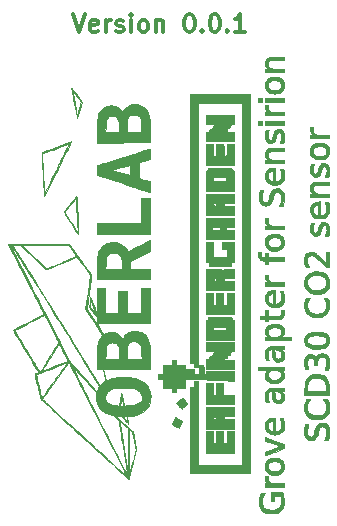
<source format=gbr>
%TF.GenerationSoftware,KiCad,Pcbnew,5.1.6*%
%TF.CreationDate,2020-10-29T14:33:52+01:00*%
%TF.ProjectId,Grove-SCD30,47726f76-652d-4534-9344-33302e6b6963,rev?*%
%TF.SameCoordinates,Original*%
%TF.FileFunction,Legend,Top*%
%TF.FilePolarity,Positive*%
%FSLAX46Y46*%
G04 Gerber Fmt 4.6, Leading zero omitted, Abs format (unit mm)*
G04 Created by KiCad (PCBNEW 5.1.6) date 2020-10-29 14:33:52*
%MOMM*%
%LPD*%
G01*
G04 APERTURE LIST*
%ADD10C,0.300000*%
%ADD11C,0.010000*%
%ADD12C,0.150000*%
G04 APERTURE END LIST*
D10*
X144280857Y-54423571D02*
X144780857Y-55923571D01*
X145280857Y-54423571D01*
X146352285Y-55852142D02*
X146209428Y-55923571D01*
X145923714Y-55923571D01*
X145780857Y-55852142D01*
X145709428Y-55709285D01*
X145709428Y-55137857D01*
X145780857Y-54995000D01*
X145923714Y-54923571D01*
X146209428Y-54923571D01*
X146352285Y-54995000D01*
X146423714Y-55137857D01*
X146423714Y-55280714D01*
X145709428Y-55423571D01*
X147066571Y-55923571D02*
X147066571Y-54923571D01*
X147066571Y-55209285D02*
X147138000Y-55066428D01*
X147209428Y-54995000D01*
X147352285Y-54923571D01*
X147495142Y-54923571D01*
X147923714Y-55852142D02*
X148066571Y-55923571D01*
X148352285Y-55923571D01*
X148495142Y-55852142D01*
X148566571Y-55709285D01*
X148566571Y-55637857D01*
X148495142Y-55495000D01*
X148352285Y-55423571D01*
X148138000Y-55423571D01*
X147995142Y-55352142D01*
X147923714Y-55209285D01*
X147923714Y-55137857D01*
X147995142Y-54995000D01*
X148138000Y-54923571D01*
X148352285Y-54923571D01*
X148495142Y-54995000D01*
X149209428Y-55923571D02*
X149209428Y-54923571D01*
X149209428Y-54423571D02*
X149138000Y-54495000D01*
X149209428Y-54566428D01*
X149280857Y-54495000D01*
X149209428Y-54423571D01*
X149209428Y-54566428D01*
X150138000Y-55923571D02*
X149995142Y-55852142D01*
X149923714Y-55780714D01*
X149852285Y-55637857D01*
X149852285Y-55209285D01*
X149923714Y-55066428D01*
X149995142Y-54995000D01*
X150138000Y-54923571D01*
X150352285Y-54923571D01*
X150495142Y-54995000D01*
X150566571Y-55066428D01*
X150638000Y-55209285D01*
X150638000Y-55637857D01*
X150566571Y-55780714D01*
X150495142Y-55852142D01*
X150352285Y-55923571D01*
X150138000Y-55923571D01*
X151280857Y-54923571D02*
X151280857Y-55923571D01*
X151280857Y-55066428D02*
X151352285Y-54995000D01*
X151495142Y-54923571D01*
X151709428Y-54923571D01*
X151852285Y-54995000D01*
X151923714Y-55137857D01*
X151923714Y-55923571D01*
X154066571Y-54423571D02*
X154209428Y-54423571D01*
X154352285Y-54495000D01*
X154423714Y-54566428D01*
X154495142Y-54709285D01*
X154566571Y-54995000D01*
X154566571Y-55352142D01*
X154495142Y-55637857D01*
X154423714Y-55780714D01*
X154352285Y-55852142D01*
X154209428Y-55923571D01*
X154066571Y-55923571D01*
X153923714Y-55852142D01*
X153852285Y-55780714D01*
X153780857Y-55637857D01*
X153709428Y-55352142D01*
X153709428Y-54995000D01*
X153780857Y-54709285D01*
X153852285Y-54566428D01*
X153923714Y-54495000D01*
X154066571Y-54423571D01*
X155209428Y-55780714D02*
X155280857Y-55852142D01*
X155209428Y-55923571D01*
X155138000Y-55852142D01*
X155209428Y-55780714D01*
X155209428Y-55923571D01*
X156209428Y-54423571D02*
X156352285Y-54423571D01*
X156495142Y-54495000D01*
X156566571Y-54566428D01*
X156638000Y-54709285D01*
X156709428Y-54995000D01*
X156709428Y-55352142D01*
X156638000Y-55637857D01*
X156566571Y-55780714D01*
X156495142Y-55852142D01*
X156352285Y-55923571D01*
X156209428Y-55923571D01*
X156066571Y-55852142D01*
X155995142Y-55780714D01*
X155923714Y-55637857D01*
X155852285Y-55352142D01*
X155852285Y-54995000D01*
X155923714Y-54709285D01*
X155995142Y-54566428D01*
X156066571Y-54495000D01*
X156209428Y-54423571D01*
X157352285Y-55780714D02*
X157423714Y-55852142D01*
X157352285Y-55923571D01*
X157280857Y-55852142D01*
X157352285Y-55780714D01*
X157352285Y-55923571D01*
X158852285Y-55923571D02*
X157995142Y-55923571D01*
X158423714Y-55923571D02*
X158423714Y-54423571D01*
X158280857Y-54637857D01*
X158138000Y-54780714D01*
X157995142Y-54852142D01*
D11*
%TO.C,G\u002A\u002A\u002A*%
G36*
X162115500Y-58269309D02*
G01*
X161549292Y-58275863D01*
X161364185Y-58278395D01*
X161216399Y-58281909D01*
X161100925Y-58287412D01*
X161012749Y-58295911D01*
X160946862Y-58308415D01*
X160898252Y-58325930D01*
X160861907Y-58349466D01*
X160832816Y-58380029D01*
X160805968Y-58418628D01*
X160801104Y-58426319D01*
X160776742Y-58475761D01*
X160765450Y-58533036D01*
X160764645Y-58613391D01*
X160765623Y-58635765D01*
X160772764Y-58720083D01*
X160787564Y-58778832D01*
X160815398Y-58828716D01*
X160836669Y-58856526D01*
X160877336Y-58904377D01*
X160916705Y-58942108D01*
X160960340Y-58970994D01*
X161013801Y-58992309D01*
X161082650Y-59007329D01*
X161172448Y-59017329D01*
X161288757Y-59023582D01*
X161437139Y-59027364D01*
X161591625Y-59029577D01*
X162115500Y-59035903D01*
X162115500Y-59309000D01*
X160549167Y-59309000D01*
X160549167Y-59033834D01*
X160762307Y-59033834D01*
X160690160Y-58970488D01*
X160609735Y-58873667D01*
X160553225Y-58751599D01*
X160522500Y-58615174D01*
X160519429Y-58475284D01*
X160545879Y-58342821D01*
X160571808Y-58280709D01*
X160650026Y-58172884D01*
X160759739Y-58088708D01*
X160894778Y-58032513D01*
X160941445Y-58021325D01*
X161004808Y-58013260D01*
X161104758Y-58006545D01*
X161235562Y-58001399D01*
X161391488Y-57998040D01*
X161566804Y-57996684D01*
X161589864Y-57996667D01*
X162115500Y-57996667D01*
X162115500Y-58269309D01*
G37*
X162115500Y-58269309D02*
X161549292Y-58275863D01*
X161364185Y-58278395D01*
X161216399Y-58281909D01*
X161100925Y-58287412D01*
X161012749Y-58295911D01*
X160946862Y-58308415D01*
X160898252Y-58325930D01*
X160861907Y-58349466D01*
X160832816Y-58380029D01*
X160805968Y-58418628D01*
X160801104Y-58426319D01*
X160776742Y-58475761D01*
X160765450Y-58533036D01*
X160764645Y-58613391D01*
X160765623Y-58635765D01*
X160772764Y-58720083D01*
X160787564Y-58778832D01*
X160815398Y-58828716D01*
X160836669Y-58856526D01*
X160877336Y-58904377D01*
X160916705Y-58942108D01*
X160960340Y-58970994D01*
X161013801Y-58992309D01*
X161082650Y-59007329D01*
X161172448Y-59017329D01*
X161288757Y-59023582D01*
X161437139Y-59027364D01*
X161591625Y-59029577D01*
X162115500Y-59035903D01*
X162115500Y-59309000D01*
X160549167Y-59309000D01*
X160549167Y-59033834D01*
X160762307Y-59033834D01*
X160690160Y-58970488D01*
X160609735Y-58873667D01*
X160553225Y-58751599D01*
X160522500Y-58615174D01*
X160519429Y-58475284D01*
X160545879Y-58342821D01*
X160571808Y-58280709D01*
X160650026Y-58172884D01*
X160759739Y-58088708D01*
X160894778Y-58032513D01*
X160941445Y-58021325D01*
X161004808Y-58013260D01*
X161104758Y-58006545D01*
X161235562Y-58001399D01*
X161391488Y-57998040D01*
X161566804Y-57996684D01*
X161589864Y-57996667D01*
X162115500Y-57996667D01*
X162115500Y-58269309D01*
G36*
X161515431Y-59718491D02*
G01*
X161686850Y-59752651D01*
X161828754Y-59812298D01*
X161944384Y-59899037D01*
X162036979Y-60014472D01*
X162077720Y-60087624D01*
X162111840Y-60160931D01*
X162132460Y-60220911D01*
X162142826Y-60283296D01*
X162146182Y-60363818D01*
X162146224Y-60419805D01*
X162128582Y-60602803D01*
X162077937Y-60759460D01*
X161994549Y-60889428D01*
X161878676Y-60992360D01*
X161730580Y-61067909D01*
X161639885Y-61096529D01*
X161543693Y-61113603D01*
X161422697Y-61123739D01*
X161292657Y-61126676D01*
X161169332Y-61122151D01*
X161068482Y-61109902D01*
X161051546Y-61106303D01*
X160914378Y-61057324D01*
X160785321Y-60980621D01*
X160675446Y-60884341D01*
X160595825Y-60776631D01*
X160590870Y-60767333D01*
X160545433Y-60644561D01*
X160520751Y-60501100D01*
X160519827Y-60420250D01*
X160757810Y-60420250D01*
X160776548Y-60548053D01*
X160831903Y-60655645D01*
X160922587Y-60741665D01*
X161047311Y-60804751D01*
X161148742Y-60833396D01*
X161235656Y-60843393D01*
X161344814Y-60844243D01*
X161458527Y-60836862D01*
X161559103Y-60822167D01*
X161607600Y-60809619D01*
X161724487Y-60752549D01*
X161817298Y-60671533D01*
X161882199Y-60573506D01*
X161915354Y-60465405D01*
X161912928Y-60354164D01*
X161894021Y-60291691D01*
X161828892Y-60178697D01*
X161738300Y-60094163D01*
X161619689Y-60036776D01*
X161470498Y-60005221D01*
X161321750Y-59997707D01*
X161148885Y-60011984D01*
X161005580Y-60052495D01*
X160893380Y-60118082D01*
X160813828Y-60207589D01*
X160768467Y-60319860D01*
X160757810Y-60420250D01*
X160519827Y-60420250D01*
X160519072Y-60354331D01*
X160528118Y-60282018D01*
X160560707Y-60149935D01*
X160609418Y-60044446D01*
X160682468Y-59950553D01*
X160740659Y-59894211D01*
X160865749Y-59805126D01*
X161011930Y-59745676D01*
X161184002Y-59714297D01*
X161311257Y-59708216D01*
X161515431Y-59718491D01*
G37*
X161515431Y-59718491D02*
X161686850Y-59752651D01*
X161828754Y-59812298D01*
X161944384Y-59899037D01*
X162036979Y-60014472D01*
X162077720Y-60087624D01*
X162111840Y-60160931D01*
X162132460Y-60220911D01*
X162142826Y-60283296D01*
X162146182Y-60363818D01*
X162146224Y-60419805D01*
X162128582Y-60602803D01*
X162077937Y-60759460D01*
X161994549Y-60889428D01*
X161878676Y-60992360D01*
X161730580Y-61067909D01*
X161639885Y-61096529D01*
X161543693Y-61113603D01*
X161422697Y-61123739D01*
X161292657Y-61126676D01*
X161169332Y-61122151D01*
X161068482Y-61109902D01*
X161051546Y-61106303D01*
X160914378Y-61057324D01*
X160785321Y-60980621D01*
X160675446Y-60884341D01*
X160595825Y-60776631D01*
X160590870Y-60767333D01*
X160545433Y-60644561D01*
X160520751Y-60501100D01*
X160519827Y-60420250D01*
X160757810Y-60420250D01*
X160776548Y-60548053D01*
X160831903Y-60655645D01*
X160922587Y-60741665D01*
X161047311Y-60804751D01*
X161148742Y-60833396D01*
X161235656Y-60843393D01*
X161344814Y-60844243D01*
X161458527Y-60836862D01*
X161559103Y-60822167D01*
X161607600Y-60809619D01*
X161724487Y-60752549D01*
X161817298Y-60671533D01*
X161882199Y-60573506D01*
X161915354Y-60465405D01*
X161912928Y-60354164D01*
X161894021Y-60291691D01*
X161828892Y-60178697D01*
X161738300Y-60094163D01*
X161619689Y-60036776D01*
X161470498Y-60005221D01*
X161321750Y-59997707D01*
X161148885Y-60011984D01*
X161005580Y-60052495D01*
X160893380Y-60118082D01*
X160813828Y-60207589D01*
X160768467Y-60319860D01*
X160757810Y-60420250D01*
X160519827Y-60420250D01*
X160519072Y-60354331D01*
X160528118Y-60282018D01*
X160560707Y-60149935D01*
X160609418Y-60044446D01*
X160682468Y-59950553D01*
X160740659Y-59894211D01*
X160865749Y-59805126D01*
X161011930Y-59745676D01*
X161184002Y-59714297D01*
X161311257Y-59708216D01*
X161515431Y-59718491D01*
G36*
X162115500Y-61806667D02*
G01*
X160549167Y-61806667D01*
X160549167Y-61531500D01*
X162115500Y-61531500D01*
X162115500Y-61806667D01*
G37*
X162115500Y-61806667D02*
X160549167Y-61806667D01*
X160549167Y-61531500D01*
X162115500Y-61531500D01*
X162115500Y-61806667D01*
G36*
X160295167Y-61806667D02*
G01*
X159956500Y-61806667D01*
X159956500Y-61531500D01*
X160295167Y-61531500D01*
X160295167Y-61806667D01*
G37*
X160295167Y-61806667D02*
X159956500Y-61806667D01*
X159956500Y-61531500D01*
X160295167Y-61531500D01*
X160295167Y-61806667D01*
G36*
X160743453Y-62061839D02*
G01*
X160782981Y-62066984D01*
X160796384Y-62078548D01*
X160792285Y-62097709D01*
X160765626Y-62209397D01*
X160769225Y-62330370D01*
X160800494Y-62447042D01*
X160856843Y-62545829D01*
X160883218Y-62574828D01*
X160924602Y-62610568D01*
X160969166Y-62638588D01*
X161022476Y-62659799D01*
X161090103Y-62675115D01*
X161177613Y-62685447D01*
X161290576Y-62691708D01*
X161434560Y-62694810D01*
X161615134Y-62695666D01*
X161620745Y-62695667D01*
X162115500Y-62695667D01*
X162115500Y-62970834D01*
X160549167Y-62970834D01*
X160549167Y-62695667D01*
X160649127Y-62695667D01*
X160707913Y-62694796D01*
X160730179Y-62689803D01*
X160721734Y-62677118D01*
X160702364Y-62662941D01*
X160639574Y-62598068D01*
X160585104Y-62503484D01*
X160543325Y-62391629D01*
X160518609Y-62274941D01*
X160515329Y-62165859D01*
X160518565Y-62140042D01*
X160531721Y-62060667D01*
X160669709Y-62060667D01*
X160743453Y-62061839D01*
G37*
X160743453Y-62061839D02*
X160782981Y-62066984D01*
X160796384Y-62078548D01*
X160792285Y-62097709D01*
X160765626Y-62209397D01*
X160769225Y-62330370D01*
X160800494Y-62447042D01*
X160856843Y-62545829D01*
X160883218Y-62574828D01*
X160924602Y-62610568D01*
X160969166Y-62638588D01*
X161022476Y-62659799D01*
X161090103Y-62675115D01*
X161177613Y-62685447D01*
X161290576Y-62691708D01*
X161434560Y-62694810D01*
X161615134Y-62695666D01*
X161620745Y-62695667D01*
X162115500Y-62695667D01*
X162115500Y-62970834D01*
X160549167Y-62970834D01*
X160549167Y-62695667D01*
X160649127Y-62695667D01*
X160707913Y-62694796D01*
X160730179Y-62689803D01*
X160721734Y-62677118D01*
X160702364Y-62662941D01*
X160639574Y-62598068D01*
X160585104Y-62503484D01*
X160543325Y-62391629D01*
X160518609Y-62274941D01*
X160515329Y-62165859D01*
X160518565Y-62140042D01*
X160531721Y-62060667D01*
X160669709Y-62060667D01*
X160743453Y-62061839D01*
G36*
X144146872Y-60683352D02*
G01*
X144184510Y-60727033D01*
X144242387Y-60796402D01*
X144317445Y-60887740D01*
X144406623Y-60997327D01*
X144506863Y-61121445D01*
X144595761Y-61232197D01*
X145052085Y-61802220D01*
X144957120Y-62127235D01*
X144922877Y-62242345D01*
X144883665Y-62370730D01*
X144841410Y-62506436D01*
X144798040Y-62643510D01*
X144755484Y-62775999D01*
X144715667Y-62897951D01*
X144680519Y-63003411D01*
X144651967Y-63086428D01*
X144631938Y-63141048D01*
X144622361Y-63161318D01*
X144622264Y-63161334D01*
X144609806Y-63144731D01*
X144602279Y-63127673D01*
X144597839Y-63086830D01*
X144602511Y-63072738D01*
X144604288Y-63039107D01*
X144593053Y-63005857D01*
X144585374Y-62978262D01*
X144570809Y-62914390D01*
X144550252Y-62818787D01*
X144524600Y-62696001D01*
X144494749Y-62550581D01*
X144461596Y-62387073D01*
X144426036Y-62210025D01*
X144388967Y-62023984D01*
X144351283Y-61833499D01*
X144313882Y-61643117D01*
X144277659Y-61457386D01*
X144243511Y-61280853D01*
X144212333Y-61118065D01*
X144185023Y-60973571D01*
X144181106Y-60952435D01*
X144256350Y-60952435D01*
X144257443Y-60994567D01*
X144261451Y-61023500D01*
X144275300Y-61109488D01*
X144294169Y-61223543D01*
X144317192Y-61360678D01*
X144343506Y-61515910D01*
X144372246Y-61684253D01*
X144402546Y-61860721D01*
X144433543Y-62040328D01*
X144464373Y-62218091D01*
X144494169Y-62389023D01*
X144522068Y-62548139D01*
X144547206Y-62690453D01*
X144568717Y-62810981D01*
X144585736Y-62904737D01*
X144597400Y-62966736D01*
X144602844Y-62991992D01*
X144602847Y-62992000D01*
X144611472Y-62982029D01*
X144628600Y-62936353D01*
X144652570Y-62860364D01*
X144681717Y-62759453D01*
X144714377Y-62639009D01*
X144728521Y-62584752D01*
X144765075Y-62444257D01*
X144801088Y-62308235D01*
X144834198Y-62185429D01*
X144862043Y-62084586D01*
X144882261Y-62014450D01*
X144884918Y-62005731D01*
X144906728Y-61931348D01*
X144922270Y-61871146D01*
X144928167Y-61838265D01*
X144915989Y-61816650D01*
X144882206Y-61766961D01*
X144830939Y-61694742D01*
X144766313Y-61605536D01*
X144692450Y-61504888D01*
X144613472Y-61398341D01*
X144533505Y-61291439D01*
X144456669Y-61189725D01*
X144387089Y-61098743D01*
X144328888Y-61024037D01*
X144286188Y-60971150D01*
X144267088Y-60949417D01*
X144256350Y-60952435D01*
X144181106Y-60952435D01*
X144162476Y-60851917D01*
X144145589Y-60757653D01*
X144135258Y-60695324D01*
X144132379Y-60669479D01*
X144132534Y-60669077D01*
X144146872Y-60683352D01*
G37*
X144146872Y-60683352D02*
X144184510Y-60727033D01*
X144242387Y-60796402D01*
X144317445Y-60887740D01*
X144406623Y-60997327D01*
X144506863Y-61121445D01*
X144595761Y-61232197D01*
X145052085Y-61802220D01*
X144957120Y-62127235D01*
X144922877Y-62242345D01*
X144883665Y-62370730D01*
X144841410Y-62506436D01*
X144798040Y-62643510D01*
X144755484Y-62775999D01*
X144715667Y-62897951D01*
X144680519Y-63003411D01*
X144651967Y-63086428D01*
X144631938Y-63141048D01*
X144622361Y-63161318D01*
X144622264Y-63161334D01*
X144609806Y-63144731D01*
X144602279Y-63127673D01*
X144597839Y-63086830D01*
X144602511Y-63072738D01*
X144604288Y-63039107D01*
X144593053Y-63005857D01*
X144585374Y-62978262D01*
X144570809Y-62914390D01*
X144550252Y-62818787D01*
X144524600Y-62696001D01*
X144494749Y-62550581D01*
X144461596Y-62387073D01*
X144426036Y-62210025D01*
X144388967Y-62023984D01*
X144351283Y-61833499D01*
X144313882Y-61643117D01*
X144277659Y-61457386D01*
X144243511Y-61280853D01*
X144212333Y-61118065D01*
X144185023Y-60973571D01*
X144181106Y-60952435D01*
X144256350Y-60952435D01*
X144257443Y-60994567D01*
X144261451Y-61023500D01*
X144275300Y-61109488D01*
X144294169Y-61223543D01*
X144317192Y-61360678D01*
X144343506Y-61515910D01*
X144372246Y-61684253D01*
X144402546Y-61860721D01*
X144433543Y-62040328D01*
X144464373Y-62218091D01*
X144494169Y-62389023D01*
X144522068Y-62548139D01*
X144547206Y-62690453D01*
X144568717Y-62810981D01*
X144585736Y-62904737D01*
X144597400Y-62966736D01*
X144602844Y-62991992D01*
X144602847Y-62992000D01*
X144611472Y-62982029D01*
X144628600Y-62936353D01*
X144652570Y-62860364D01*
X144681717Y-62759453D01*
X144714377Y-62639009D01*
X144728521Y-62584752D01*
X144765075Y-62444257D01*
X144801088Y-62308235D01*
X144834198Y-62185429D01*
X144862043Y-62084586D01*
X144882261Y-62014450D01*
X144884918Y-62005731D01*
X144906728Y-61931348D01*
X144922270Y-61871146D01*
X144928167Y-61838265D01*
X144915989Y-61816650D01*
X144882206Y-61766961D01*
X144830939Y-61694742D01*
X144766313Y-61605536D01*
X144692450Y-61504888D01*
X144613472Y-61398341D01*
X144533505Y-61291439D01*
X144456669Y-61189725D01*
X144387089Y-61098743D01*
X144328888Y-61024037D01*
X144286188Y-60971150D01*
X144267088Y-60949417D01*
X144256350Y-60952435D01*
X144181106Y-60952435D01*
X144162476Y-60851917D01*
X144145589Y-60757653D01*
X144135258Y-60695324D01*
X144132379Y-60669479D01*
X144132534Y-60669077D01*
X144146872Y-60683352D01*
G36*
X162115500Y-63754000D02*
G01*
X160549167Y-63754000D01*
X160549167Y-63478834D01*
X162115500Y-63478834D01*
X162115500Y-63754000D01*
G37*
X162115500Y-63754000D02*
X160549167Y-63754000D01*
X160549167Y-63478834D01*
X162115500Y-63478834D01*
X162115500Y-63754000D01*
G36*
X160295167Y-63754000D02*
G01*
X159956500Y-63754000D01*
X159956500Y-63478834D01*
X160295167Y-63478834D01*
X160295167Y-63754000D01*
G37*
X160295167Y-63754000D02*
X159956500Y-63754000D01*
X159956500Y-63478834D01*
X160295167Y-63478834D01*
X160295167Y-63754000D01*
G36*
X164573618Y-63966806D02*
G01*
X164613543Y-63971831D01*
X164627229Y-63983150D01*
X164622910Y-64002709D01*
X164612760Y-64043161D01*
X164602969Y-64109585D01*
X164597239Y-64168494D01*
X164595091Y-64256934D01*
X164606714Y-64324366D01*
X164631503Y-64383452D01*
X164669967Y-64449255D01*
X164714338Y-64502005D01*
X164769487Y-64543077D01*
X164840284Y-64573852D01*
X164931600Y-64595705D01*
X165048306Y-64610015D01*
X165195272Y-64618160D01*
X165377370Y-64621518D01*
X165474259Y-64621834D01*
X165946667Y-64621834D01*
X165946667Y-64897000D01*
X164380334Y-64897000D01*
X164380334Y-64621834D01*
X164578870Y-64621834D01*
X164508074Y-64553042D01*
X164453217Y-64487607D01*
X164405391Y-64411021D01*
X164396529Y-64392703D01*
X164366499Y-64303057D01*
X164346501Y-64199669D01*
X164338888Y-64099948D01*
X164346012Y-64021301D01*
X164346220Y-64020466D01*
X164356392Y-63991071D01*
X164375269Y-63974647D01*
X164413346Y-63967439D01*
X164481122Y-63965691D01*
X164499418Y-63965667D01*
X164573618Y-63966806D01*
G37*
X164573618Y-63966806D02*
X164613543Y-63971831D01*
X164627229Y-63983150D01*
X164622910Y-64002709D01*
X164612760Y-64043161D01*
X164602969Y-64109585D01*
X164597239Y-64168494D01*
X164595091Y-64256934D01*
X164606714Y-64324366D01*
X164631503Y-64383452D01*
X164669967Y-64449255D01*
X164714338Y-64502005D01*
X164769487Y-64543077D01*
X164840284Y-64573852D01*
X164931600Y-64595705D01*
X165048306Y-64610015D01*
X165195272Y-64618160D01*
X165377370Y-64621518D01*
X165474259Y-64621834D01*
X165946667Y-64621834D01*
X165946667Y-64897000D01*
X164380334Y-64897000D01*
X164380334Y-64621834D01*
X164578870Y-64621834D01*
X164508074Y-64553042D01*
X164453217Y-64487607D01*
X164405391Y-64411021D01*
X164396529Y-64392703D01*
X164366499Y-64303057D01*
X164346501Y-64199669D01*
X164338888Y-64099948D01*
X164346012Y-64021301D01*
X164346220Y-64020466D01*
X164356392Y-63991071D01*
X164375269Y-63974647D01*
X164413346Y-63967439D01*
X164481122Y-63965691D01*
X164499418Y-63965667D01*
X164573618Y-63966806D01*
G36*
X157903334Y-63711667D02*
G01*
X157768015Y-63711667D01*
X157686496Y-63714333D01*
X157638445Y-63728151D01*
X157615063Y-63761848D01*
X157607553Y-63824150D01*
X157607000Y-63871403D01*
X157596302Y-63946735D01*
X157560537Y-63990185D01*
X157494201Y-64007220D01*
X157469417Y-64008000D01*
X157398294Y-64017855D01*
X157353463Y-64052088D01*
X157327906Y-64117702D01*
X157321301Y-64155800D01*
X157309191Y-64219159D01*
X157294444Y-64263388D01*
X157286453Y-64274467D01*
X157254602Y-64284796D01*
X157197626Y-64296378D01*
X157168488Y-64300958D01*
X157101029Y-64316737D01*
X157065742Y-64338076D01*
X157066218Y-64361317D01*
X157092814Y-64378047D01*
X157125471Y-64383597D01*
X157192924Y-64389558D01*
X157287646Y-64395456D01*
X157402109Y-64400815D01*
X157517042Y-64404823D01*
X157903334Y-64416170D01*
X157903334Y-65172167D01*
X155511500Y-65172167D01*
X155511500Y-64410167D01*
X155605372Y-64410167D01*
X155677424Y-64405439D01*
X155740704Y-64393674D01*
X155753539Y-64389524D01*
X155789229Y-64369137D01*
X155804784Y-64334717D01*
X155807834Y-64282299D01*
X155814835Y-64195942D01*
X155839183Y-64143537D01*
X155885896Y-64118538D01*
X155936970Y-64113834D01*
X156022553Y-64106955D01*
X156074340Y-64082667D01*
X156099152Y-64035492D01*
X156104167Y-63979551D01*
X156112719Y-63898406D01*
X156143222Y-63848083D01*
X156202941Y-63820727D01*
X156259466Y-63811684D01*
X156337012Y-63797984D01*
X156384549Y-63777602D01*
X156397745Y-63753413D01*
X156379157Y-63732276D01*
X156348989Y-63726108D01*
X156283524Y-63720681D01*
X156189795Y-63716312D01*
X156074838Y-63713319D01*
X155945685Y-63712018D01*
X155929542Y-63711991D01*
X155511500Y-63711667D01*
X155511500Y-62970834D01*
X157903334Y-62970834D01*
X157903334Y-63711667D01*
G37*
X157903334Y-63711667D02*
X157768015Y-63711667D01*
X157686496Y-63714333D01*
X157638445Y-63728151D01*
X157615063Y-63761848D01*
X157607553Y-63824150D01*
X157607000Y-63871403D01*
X157596302Y-63946735D01*
X157560537Y-63990185D01*
X157494201Y-64007220D01*
X157469417Y-64008000D01*
X157398294Y-64017855D01*
X157353463Y-64052088D01*
X157327906Y-64117702D01*
X157321301Y-64155800D01*
X157309191Y-64219159D01*
X157294444Y-64263388D01*
X157286453Y-64274467D01*
X157254602Y-64284796D01*
X157197626Y-64296378D01*
X157168488Y-64300958D01*
X157101029Y-64316737D01*
X157065742Y-64338076D01*
X157066218Y-64361317D01*
X157092814Y-64378047D01*
X157125471Y-64383597D01*
X157192924Y-64389558D01*
X157287646Y-64395456D01*
X157402109Y-64400815D01*
X157517042Y-64404823D01*
X157903334Y-64416170D01*
X157903334Y-65172167D01*
X155511500Y-65172167D01*
X155511500Y-64410167D01*
X155605372Y-64410167D01*
X155677424Y-64405439D01*
X155740704Y-64393674D01*
X155753539Y-64389524D01*
X155789229Y-64369137D01*
X155804784Y-64334717D01*
X155807834Y-64282299D01*
X155814835Y-64195942D01*
X155839183Y-64143537D01*
X155885896Y-64118538D01*
X155936970Y-64113834D01*
X156022553Y-64106955D01*
X156074340Y-64082667D01*
X156099152Y-64035492D01*
X156104167Y-63979551D01*
X156112719Y-63898406D01*
X156143222Y-63848083D01*
X156202941Y-63820727D01*
X156259466Y-63811684D01*
X156337012Y-63797984D01*
X156384549Y-63777602D01*
X156397745Y-63753413D01*
X156379157Y-63732276D01*
X156348989Y-63726108D01*
X156283524Y-63720681D01*
X156189795Y-63716312D01*
X156074838Y-63713319D01*
X155945685Y-63712018D01*
X155929542Y-63711991D01*
X155511500Y-63711667D01*
X155511500Y-62970834D01*
X157903334Y-62970834D01*
X157903334Y-63711667D01*
G36*
X149686907Y-62052321D02*
G01*
X149880720Y-62089781D01*
X150057497Y-62151192D01*
X150120262Y-62181913D01*
X150230369Y-62255482D01*
X150344868Y-62356222D01*
X150451977Y-62472181D01*
X150539911Y-62591410D01*
X150564236Y-62632167D01*
X150613439Y-62728533D01*
X150655465Y-62829325D01*
X150690773Y-62938404D01*
X150719822Y-63059630D01*
X150743072Y-63196863D01*
X150760983Y-63353966D01*
X150774013Y-63534798D01*
X150782622Y-63743219D01*
X150787269Y-63983092D01*
X150788414Y-64258276D01*
X150787125Y-64505417D01*
X150780750Y-65267417D01*
X146304000Y-65278193D01*
X146304709Y-64389000D01*
X147020088Y-64389000D01*
X148170305Y-64389000D01*
X148162198Y-63939209D01*
X148161526Y-63906009D01*
X148822834Y-63906009D01*
X148822834Y-64389000D01*
X150071667Y-64389000D01*
X150071667Y-63980138D01*
X150070454Y-63842991D01*
X150067083Y-63711430D01*
X150061960Y-63594802D01*
X150055488Y-63502455D01*
X150048607Y-63446530D01*
X150003448Y-63288676D01*
X149932341Y-63153735D01*
X149847024Y-63056239D01*
X149763009Y-62991580D01*
X149679353Y-62950224D01*
X149582969Y-62927838D01*
X149460766Y-62920091D01*
X149435196Y-62919917D01*
X149337156Y-62921928D01*
X149265070Y-62930245D01*
X149202673Y-62948058D01*
X149133703Y-62978557D01*
X149132029Y-62979375D01*
X149020974Y-63049473D01*
X148948084Y-63124775D01*
X148910651Y-63180850D01*
X148881382Y-63237600D01*
X148859305Y-63301079D01*
X148843451Y-63377340D01*
X148832848Y-63472438D01*
X148826526Y-63592425D01*
X148823515Y-63743355D01*
X148822834Y-63906009D01*
X148161526Y-63906009D01*
X148159108Y-63786775D01*
X148155592Y-63669710D01*
X148150956Y-63581049D01*
X148144506Y-63513827D01*
X148135550Y-63461080D01*
X148123392Y-63415845D01*
X148107340Y-63371155D01*
X148105032Y-63365279D01*
X148033083Y-63231039D01*
X147937074Y-63127792D01*
X147820673Y-63059175D01*
X147782991Y-63046083D01*
X147620446Y-63015755D01*
X147470172Y-63023141D01*
X147335894Y-63066624D01*
X147221335Y-63144590D01*
X147130221Y-63255422D01*
X147083153Y-63349749D01*
X147067385Y-63392957D01*
X147055343Y-63437093D01*
X147046381Y-63488926D01*
X147039858Y-63555225D01*
X147035129Y-63642762D01*
X147031550Y-63758306D01*
X147028479Y-63908628D01*
X147028126Y-63928625D01*
X147020088Y-64389000D01*
X146304709Y-64389000D01*
X146304739Y-64352055D01*
X146305199Y-64106117D01*
X146306407Y-63897853D01*
X146308740Y-63722605D01*
X146312576Y-63575717D01*
X146318291Y-63452531D01*
X146326264Y-63348389D01*
X146336870Y-63258634D01*
X146350489Y-63178608D01*
X146367496Y-63103654D01*
X146388270Y-63029114D01*
X146413187Y-62950332D01*
X146419955Y-62929886D01*
X146508683Y-62723287D01*
X146627143Y-62543044D01*
X146772380Y-62392001D01*
X146941437Y-62273004D01*
X147131360Y-62188899D01*
X147214167Y-62165261D01*
X147343595Y-62144836D01*
X147492584Y-62138549D01*
X147644187Y-62145924D01*
X147781457Y-62166485D01*
X147843836Y-62182961D01*
X148015441Y-62257015D01*
X148170103Y-62360607D01*
X148300016Y-62487279D01*
X148397371Y-62630577D01*
X148406231Y-62648042D01*
X148440373Y-62708233D01*
X148466692Y-62736142D01*
X148481827Y-62729114D01*
X148484167Y-62709631D01*
X148493152Y-62677156D01*
X148516646Y-62619914D01*
X148547747Y-62554026D01*
X148613498Y-62449623D01*
X148704004Y-62342027D01*
X148806983Y-62243796D01*
X148910156Y-62167492D01*
X148944840Y-62147881D01*
X149105026Y-62086592D01*
X149288884Y-62050432D01*
X149486236Y-62039107D01*
X149686907Y-62052321D01*
G37*
X149686907Y-62052321D02*
X149880720Y-62089781D01*
X150057497Y-62151192D01*
X150120262Y-62181913D01*
X150230369Y-62255482D01*
X150344868Y-62356222D01*
X150451977Y-62472181D01*
X150539911Y-62591410D01*
X150564236Y-62632167D01*
X150613439Y-62728533D01*
X150655465Y-62829325D01*
X150690773Y-62938404D01*
X150719822Y-63059630D01*
X150743072Y-63196863D01*
X150760983Y-63353966D01*
X150774013Y-63534798D01*
X150782622Y-63743219D01*
X150787269Y-63983092D01*
X150788414Y-64258276D01*
X150787125Y-64505417D01*
X150780750Y-65267417D01*
X146304000Y-65278193D01*
X146304709Y-64389000D01*
X147020088Y-64389000D01*
X148170305Y-64389000D01*
X148162198Y-63939209D01*
X148161526Y-63906009D01*
X148822834Y-63906009D01*
X148822834Y-64389000D01*
X150071667Y-64389000D01*
X150071667Y-63980138D01*
X150070454Y-63842991D01*
X150067083Y-63711430D01*
X150061960Y-63594802D01*
X150055488Y-63502455D01*
X150048607Y-63446530D01*
X150003448Y-63288676D01*
X149932341Y-63153735D01*
X149847024Y-63056239D01*
X149763009Y-62991580D01*
X149679353Y-62950224D01*
X149582969Y-62927838D01*
X149460766Y-62920091D01*
X149435196Y-62919917D01*
X149337156Y-62921928D01*
X149265070Y-62930245D01*
X149202673Y-62948058D01*
X149133703Y-62978557D01*
X149132029Y-62979375D01*
X149020974Y-63049473D01*
X148948084Y-63124775D01*
X148910651Y-63180850D01*
X148881382Y-63237600D01*
X148859305Y-63301079D01*
X148843451Y-63377340D01*
X148832848Y-63472438D01*
X148826526Y-63592425D01*
X148823515Y-63743355D01*
X148822834Y-63906009D01*
X148161526Y-63906009D01*
X148159108Y-63786775D01*
X148155592Y-63669710D01*
X148150956Y-63581049D01*
X148144506Y-63513827D01*
X148135550Y-63461080D01*
X148123392Y-63415845D01*
X148107340Y-63371155D01*
X148105032Y-63365279D01*
X148033083Y-63231039D01*
X147937074Y-63127792D01*
X147820673Y-63059175D01*
X147782991Y-63046083D01*
X147620446Y-63015755D01*
X147470172Y-63023141D01*
X147335894Y-63066624D01*
X147221335Y-63144590D01*
X147130221Y-63255422D01*
X147083153Y-63349749D01*
X147067385Y-63392957D01*
X147055343Y-63437093D01*
X147046381Y-63488926D01*
X147039858Y-63555225D01*
X147035129Y-63642762D01*
X147031550Y-63758306D01*
X147028479Y-63908628D01*
X147028126Y-63928625D01*
X147020088Y-64389000D01*
X146304709Y-64389000D01*
X146304739Y-64352055D01*
X146305199Y-64106117D01*
X146306407Y-63897853D01*
X146308740Y-63722605D01*
X146312576Y-63575717D01*
X146318291Y-63452531D01*
X146326264Y-63348389D01*
X146336870Y-63258634D01*
X146350489Y-63178608D01*
X146367496Y-63103654D01*
X146388270Y-63029114D01*
X146413187Y-62950332D01*
X146419955Y-62929886D01*
X146508683Y-62723287D01*
X146627143Y-62543044D01*
X146772380Y-62392001D01*
X146941437Y-62273004D01*
X147131360Y-62188899D01*
X147214167Y-62165261D01*
X147343595Y-62144836D01*
X147492584Y-62138549D01*
X147644187Y-62145924D01*
X147781457Y-62166485D01*
X147843836Y-62182961D01*
X148015441Y-62257015D01*
X148170103Y-62360607D01*
X148300016Y-62487279D01*
X148397371Y-62630577D01*
X148406231Y-62648042D01*
X148440373Y-62708233D01*
X148466692Y-62736142D01*
X148481827Y-62729114D01*
X148484167Y-62709631D01*
X148493152Y-62677156D01*
X148516646Y-62619914D01*
X148547747Y-62554026D01*
X148613498Y-62449623D01*
X148704004Y-62342027D01*
X148806983Y-62243796D01*
X148910156Y-62167492D01*
X148944840Y-62147881D01*
X149105026Y-62086592D01*
X149288884Y-62050432D01*
X149486236Y-62039107D01*
X149686907Y-62052321D01*
G36*
X161836692Y-64171729D02*
G01*
X161941225Y-64230371D01*
X162029132Y-64318254D01*
X162071964Y-64386996D01*
X162124055Y-64531204D01*
X162149361Y-64701844D01*
X162147662Y-64892389D01*
X162118740Y-65096314D01*
X162098632Y-65183564D01*
X162060841Y-65330917D01*
X161916178Y-65337236D01*
X161840362Y-65339608D01*
X161798765Y-65337052D01*
X161783377Y-65327587D01*
X161786185Y-65309234D01*
X161787726Y-65305486D01*
X161862893Y-65102528D01*
X161907501Y-64919633D01*
X161921417Y-64758839D01*
X161904509Y-64622184D01*
X161856643Y-64511707D01*
X161840738Y-64489572D01*
X161777654Y-64439580D01*
X161701626Y-64422433D01*
X161624746Y-64436843D01*
X161559107Y-64481519D01*
X161529949Y-64522707D01*
X161510684Y-64570027D01*
X161485038Y-64646849D01*
X161456710Y-64741561D01*
X161435326Y-64819648D01*
X161387239Y-64983819D01*
X161337204Y-65109854D01*
X161281243Y-65201901D01*
X161215382Y-65264108D01*
X161135645Y-65300624D01*
X161038055Y-65315597D01*
X160960008Y-65315614D01*
X160824535Y-65295743D01*
X160716296Y-65247221D01*
X160632953Y-65167678D01*
X160572169Y-65054740D01*
X160531608Y-64906037D01*
X160526298Y-64875437D01*
X160517902Y-64769296D01*
X160520412Y-64639005D01*
X160532568Y-64500959D01*
X160553109Y-64371554D01*
X160570592Y-64299042D01*
X160593490Y-64219667D01*
X160719495Y-64219667D01*
X160786189Y-64221384D01*
X160831867Y-64225843D01*
X160845500Y-64230918D01*
X160839061Y-64255217D01*
X160822220Y-64307806D01*
X160799827Y-64373793D01*
X160769934Y-64488711D01*
X160753780Y-64613784D01*
X160751479Y-64736991D01*
X160763146Y-64846312D01*
X160788898Y-64929725D01*
X160794399Y-64939978D01*
X160855060Y-65016788D01*
X160923768Y-65057124D01*
X160995568Y-65058292D01*
X161005939Y-65055051D01*
X161052248Y-65031150D01*
X161090920Y-64991798D01*
X161125193Y-64930835D01*
X161158303Y-64842096D01*
X161193484Y-64719418D01*
X161204425Y-64677055D01*
X161234280Y-64569283D01*
X161266887Y-64467555D01*
X161298080Y-64384066D01*
X161321302Y-64334939D01*
X161398966Y-64239746D01*
X161496670Y-64176337D01*
X161607081Y-64144204D01*
X161722866Y-64142837D01*
X161836692Y-64171729D01*
G37*
X161836692Y-64171729D02*
X161941225Y-64230371D01*
X162029132Y-64318254D01*
X162071964Y-64386996D01*
X162124055Y-64531204D01*
X162149361Y-64701844D01*
X162147662Y-64892389D01*
X162118740Y-65096314D01*
X162098632Y-65183564D01*
X162060841Y-65330917D01*
X161916178Y-65337236D01*
X161840362Y-65339608D01*
X161798765Y-65337052D01*
X161783377Y-65327587D01*
X161786185Y-65309234D01*
X161787726Y-65305486D01*
X161862893Y-65102528D01*
X161907501Y-64919633D01*
X161921417Y-64758839D01*
X161904509Y-64622184D01*
X161856643Y-64511707D01*
X161840738Y-64489572D01*
X161777654Y-64439580D01*
X161701626Y-64422433D01*
X161624746Y-64436843D01*
X161559107Y-64481519D01*
X161529949Y-64522707D01*
X161510684Y-64570027D01*
X161485038Y-64646849D01*
X161456710Y-64741561D01*
X161435326Y-64819648D01*
X161387239Y-64983819D01*
X161337204Y-65109854D01*
X161281243Y-65201901D01*
X161215382Y-65264108D01*
X161135645Y-65300624D01*
X161038055Y-65315597D01*
X160960008Y-65315614D01*
X160824535Y-65295743D01*
X160716296Y-65247221D01*
X160632953Y-65167678D01*
X160572169Y-65054740D01*
X160531608Y-64906037D01*
X160526298Y-64875437D01*
X160517902Y-64769296D01*
X160520412Y-64639005D01*
X160532568Y-64500959D01*
X160553109Y-64371554D01*
X160570592Y-64299042D01*
X160593490Y-64219667D01*
X160719495Y-64219667D01*
X160786189Y-64221384D01*
X160831867Y-64225843D01*
X160845500Y-64230918D01*
X160839061Y-64255217D01*
X160822220Y-64307806D01*
X160799827Y-64373793D01*
X160769934Y-64488711D01*
X160753780Y-64613784D01*
X160751479Y-64736991D01*
X160763146Y-64846312D01*
X160788898Y-64929725D01*
X160794399Y-64939978D01*
X160855060Y-65016788D01*
X160923768Y-65057124D01*
X160995568Y-65058292D01*
X161005939Y-65055051D01*
X161052248Y-65031150D01*
X161090920Y-64991798D01*
X161125193Y-64930835D01*
X161158303Y-64842096D01*
X161193484Y-64719418D01*
X161204425Y-64677055D01*
X161234280Y-64569283D01*
X161266887Y-64467555D01*
X161298080Y-64384066D01*
X161321302Y-64334939D01*
X161398966Y-64239746D01*
X161496670Y-64176337D01*
X161607081Y-64144204D01*
X161722866Y-64142837D01*
X161836692Y-64171729D01*
G36*
X165345132Y-65306272D02*
G01*
X165499208Y-65337626D01*
X165629617Y-65392104D01*
X165743532Y-65471952D01*
X165755174Y-65482211D01*
X165849608Y-65580305D01*
X165912771Y-65681793D01*
X165952730Y-65801623D01*
X165966701Y-65874163D01*
X165977347Y-66055346D01*
X165950665Y-66222127D01*
X165888442Y-66370932D01*
X165792465Y-66498190D01*
X165664521Y-66600329D01*
X165581488Y-66644361D01*
X165516891Y-66671395D01*
X165457700Y-66689407D01*
X165391606Y-66700565D01*
X165306298Y-66707041D01*
X165205834Y-66710582D01*
X165056957Y-66711007D01*
X164941376Y-66702953D01*
X164850796Y-66685822D01*
X164846697Y-66684695D01*
X164685669Y-66619771D01*
X164552761Y-66524689D01*
X164450206Y-66402785D01*
X164380236Y-66257398D01*
X164345086Y-66091865D01*
X164344588Y-65943393D01*
X164580514Y-65943393D01*
X164583112Y-66060679D01*
X164621740Y-66174474D01*
X164690558Y-66275027D01*
X164783727Y-66352588D01*
X164843060Y-66381846D01*
X164977745Y-66417994D01*
X165128618Y-66432892D01*
X165280543Y-66426636D01*
X165418384Y-66399326D01*
X165477459Y-66377733D01*
X165594827Y-66312128D01*
X165674349Y-66233390D01*
X165719804Y-66136099D01*
X165734969Y-66014832D01*
X165735000Y-66008250D01*
X165722250Y-65888931D01*
X165681126Y-65792955D01*
X165607315Y-65714234D01*
X165496505Y-65646677D01*
X165470153Y-65634256D01*
X165371139Y-65603839D01*
X165247045Y-65586773D01*
X165113059Y-65583339D01*
X164984364Y-65593818D01*
X164876148Y-65618488D01*
X164863545Y-65623071D01*
X164759635Y-65680507D01*
X164671491Y-65761998D01*
X164608234Y-65857220D01*
X164580514Y-65943393D01*
X164344588Y-65943393D01*
X164344556Y-65934167D01*
X164377151Y-65760444D01*
X164442440Y-65613214D01*
X164539584Y-65493135D01*
X164667741Y-65400866D01*
X164826068Y-65337065D01*
X165013726Y-65302391D01*
X165160215Y-65295793D01*
X165345132Y-65306272D01*
G37*
X165345132Y-65306272D02*
X165499208Y-65337626D01*
X165629617Y-65392104D01*
X165743532Y-65471952D01*
X165755174Y-65482211D01*
X165849608Y-65580305D01*
X165912771Y-65681793D01*
X165952730Y-65801623D01*
X165966701Y-65874163D01*
X165977347Y-66055346D01*
X165950665Y-66222127D01*
X165888442Y-66370932D01*
X165792465Y-66498190D01*
X165664521Y-66600329D01*
X165581488Y-66644361D01*
X165516891Y-66671395D01*
X165457700Y-66689407D01*
X165391606Y-66700565D01*
X165306298Y-66707041D01*
X165205834Y-66710582D01*
X165056957Y-66711007D01*
X164941376Y-66702953D01*
X164850796Y-66685822D01*
X164846697Y-66684695D01*
X164685669Y-66619771D01*
X164552761Y-66524689D01*
X164450206Y-66402785D01*
X164380236Y-66257398D01*
X164345086Y-66091865D01*
X164344588Y-65943393D01*
X164580514Y-65943393D01*
X164583112Y-66060679D01*
X164621740Y-66174474D01*
X164690558Y-66275027D01*
X164783727Y-66352588D01*
X164843060Y-66381846D01*
X164977745Y-66417994D01*
X165128618Y-66432892D01*
X165280543Y-66426636D01*
X165418384Y-66399326D01*
X165477459Y-66377733D01*
X165594827Y-66312128D01*
X165674349Y-66233390D01*
X165719804Y-66136099D01*
X165734969Y-66014832D01*
X165735000Y-66008250D01*
X165722250Y-65888931D01*
X165681126Y-65792955D01*
X165607315Y-65714234D01*
X165496505Y-65646677D01*
X165470153Y-65634256D01*
X165371139Y-65603839D01*
X165247045Y-65586773D01*
X165113059Y-65583339D01*
X164984364Y-65593818D01*
X164876148Y-65618488D01*
X164863545Y-65623071D01*
X164759635Y-65680507D01*
X164671491Y-65761998D01*
X164608234Y-65857220D01*
X164580514Y-65943393D01*
X164344588Y-65943393D01*
X164344556Y-65934167D01*
X164377151Y-65760444D01*
X164442440Y-65613214D01*
X164539584Y-65493135D01*
X164667741Y-65400866D01*
X164826068Y-65337065D01*
X165013726Y-65302391D01*
X165160215Y-65295793D01*
X165345132Y-65306272D01*
G36*
X162115500Y-65972816D02*
G01*
X161570459Y-65979950D01*
X161403441Y-65982308D01*
X161273007Y-65984815D01*
X161173408Y-65987967D01*
X161098898Y-65992261D01*
X161043727Y-65998196D01*
X161002148Y-66006268D01*
X160968412Y-66016975D01*
X160936771Y-66030814D01*
X160926843Y-66035644D01*
X160838364Y-66095408D01*
X160794551Y-66155260D01*
X160765204Y-66259388D01*
X160765315Y-66373784D01*
X160792109Y-66485964D01*
X160842811Y-66583441D01*
X160903648Y-66646161D01*
X160945126Y-66673973D01*
X160988439Y-66695626D01*
X161039372Y-66711875D01*
X161103709Y-66723475D01*
X161187235Y-66731183D01*
X161295735Y-66735752D01*
X161434995Y-66737939D01*
X161610659Y-66738500D01*
X162115500Y-66738500D01*
X162115500Y-67013667D01*
X160549167Y-67013667D01*
X160549167Y-66738500D01*
X160745058Y-66738500D01*
X160660496Y-66646761D01*
X160588845Y-66553423D01*
X160544652Y-66453545D01*
X160523685Y-66334863D01*
X160520510Y-66241084D01*
X160538617Y-66089131D01*
X160591263Y-65961631D01*
X160678355Y-65858719D01*
X160799800Y-65780533D01*
X160844410Y-65761337D01*
X160882770Y-65747536D01*
X160922515Y-65736633D01*
X160969375Y-65728171D01*
X161029082Y-65721695D01*
X161107366Y-65716747D01*
X161209958Y-65712871D01*
X161342589Y-65709611D01*
X161510991Y-65706511D01*
X161538709Y-65706048D01*
X162115500Y-65696486D01*
X162115500Y-65972816D01*
G37*
X162115500Y-65972816D02*
X161570459Y-65979950D01*
X161403441Y-65982308D01*
X161273007Y-65984815D01*
X161173408Y-65987967D01*
X161098898Y-65992261D01*
X161043727Y-65998196D01*
X161002148Y-66006268D01*
X160968412Y-66016975D01*
X160936771Y-66030814D01*
X160926843Y-66035644D01*
X160838364Y-66095408D01*
X160794551Y-66155260D01*
X160765204Y-66259388D01*
X160765315Y-66373784D01*
X160792109Y-66485964D01*
X160842811Y-66583441D01*
X160903648Y-66646161D01*
X160945126Y-66673973D01*
X160988439Y-66695626D01*
X161039372Y-66711875D01*
X161103709Y-66723475D01*
X161187235Y-66731183D01*
X161295735Y-66735752D01*
X161434995Y-66737939D01*
X161610659Y-66738500D01*
X162115500Y-66738500D01*
X162115500Y-67013667D01*
X160549167Y-67013667D01*
X160549167Y-66738500D01*
X160745058Y-66738500D01*
X160660496Y-66646761D01*
X160588845Y-66553423D01*
X160544652Y-66453545D01*
X160523685Y-66334863D01*
X160520510Y-66241084D01*
X160538617Y-66089131D01*
X160591263Y-65961631D01*
X160678355Y-65858719D01*
X160799800Y-65780533D01*
X160844410Y-65761337D01*
X160882770Y-65747536D01*
X160922515Y-65736633D01*
X160969375Y-65728171D01*
X161029082Y-65721695D01*
X161107366Y-65716747D01*
X161209958Y-65712871D01*
X161342589Y-65709611D01*
X161510991Y-65706511D01*
X161538709Y-65706048D01*
X162115500Y-65696486D01*
X162115500Y-65972816D01*
G36*
X156132664Y-65683490D02*
G01*
X156138560Y-65815985D01*
X156143205Y-65963856D01*
X156145984Y-66105067D01*
X156146500Y-66179027D01*
X156146500Y-66417240D01*
X156273539Y-66424412D01*
X156400577Y-66431584D01*
X156400539Y-65928875D01*
X156400500Y-65426167D01*
X157007771Y-65426167D01*
X157021635Y-65715264D01*
X157027072Y-65844558D01*
X157031508Y-65980372D01*
X157034473Y-66106208D01*
X157035500Y-66202097D01*
X157035500Y-66399834D01*
X157261994Y-66399834D01*
X157275747Y-66206082D01*
X157281095Y-66107539D01*
X157285472Y-65982718D01*
X157288425Y-65847673D01*
X157289500Y-65719248D01*
X157289500Y-65426167D01*
X157903334Y-65426167D01*
X157903334Y-67204167D01*
X155511500Y-67204167D01*
X155511500Y-65426167D01*
X156118828Y-65426167D01*
X156132664Y-65683490D01*
G37*
X156132664Y-65683490D02*
X156138560Y-65815985D01*
X156143205Y-65963856D01*
X156145984Y-66105067D01*
X156146500Y-66179027D01*
X156146500Y-66417240D01*
X156273539Y-66424412D01*
X156400577Y-66431584D01*
X156400539Y-65928875D01*
X156400500Y-65426167D01*
X157007771Y-65426167D01*
X157021635Y-65715264D01*
X157027072Y-65844558D01*
X157031508Y-65980372D01*
X157034473Y-66106208D01*
X157035500Y-66202097D01*
X157035500Y-66399834D01*
X157261994Y-66399834D01*
X157275747Y-66206082D01*
X157281095Y-66107539D01*
X157285472Y-65982718D01*
X157288425Y-65847673D01*
X157289500Y-65719248D01*
X157289500Y-65426167D01*
X157903334Y-65426167D01*
X157903334Y-67204167D01*
X155511500Y-67204167D01*
X155511500Y-65426167D01*
X156118828Y-65426167D01*
X156132664Y-65683490D01*
G36*
X165610297Y-67008142D02*
G01*
X165727462Y-67057631D01*
X165826870Y-67141659D01*
X165902196Y-67257264D01*
X165946850Y-67391263D01*
X165970440Y-67551872D01*
X165972809Y-67728892D01*
X165953801Y-67912126D01*
X165914881Y-68085839D01*
X165881984Y-68199000D01*
X165744992Y-68199000D01*
X165675088Y-68197413D01*
X165625725Y-68193261D01*
X165608000Y-68187737D01*
X165615600Y-68162888D01*
X165634545Y-68114747D01*
X165641702Y-68097779D01*
X165705903Y-67911459D01*
X165739415Y-67728009D01*
X165740972Y-67556415D01*
X165729110Y-67476620D01*
X165692874Y-67383870D01*
X165632420Y-67320054D01*
X165553254Y-67290339D01*
X165529054Y-67288834D01*
X165471316Y-67292602D01*
X165424897Y-67307269D01*
X165386603Y-67337880D01*
X165353238Y-67389481D01*
X165321610Y-67467115D01*
X165288524Y-67575829D01*
X165250786Y-67720666D01*
X165247627Y-67733334D01*
X165200605Y-67889983D01*
X165145081Y-68008407D01*
X165077209Y-68092457D01*
X164993142Y-68145984D01*
X164889032Y-68172840D01*
X164803667Y-68177834D01*
X164670575Y-68164826D01*
X164564569Y-68123084D01*
X164479398Y-68048526D01*
X164408808Y-67937074D01*
X164397028Y-67912477D01*
X164375247Y-67859531D01*
X164361136Y-67806624D01*
X164353177Y-67742614D01*
X164349849Y-67656356D01*
X164349500Y-67564000D01*
X164354470Y-67404424D01*
X164368538Y-67279494D01*
X164387121Y-67198875D01*
X164423849Y-67077167D01*
X164550258Y-67077167D01*
X164617077Y-67078084D01*
X164662894Y-67080465D01*
X164676667Y-67083192D01*
X164669945Y-67104573D01*
X164652402Y-67154423D01*
X164630205Y-67215484D01*
X164603742Y-67313382D01*
X164587155Y-67428724D01*
X164580694Y-67549306D01*
X164584611Y-67662923D01*
X164599157Y-67757370D01*
X164617962Y-67809727D01*
X164671454Y-67873048D01*
X164742873Y-67910905D01*
X164818480Y-67917064D01*
X164841572Y-67911231D01*
X164886719Y-67884849D01*
X164926001Y-67836577D01*
X164962122Y-67761053D01*
X164997785Y-67652911D01*
X165026638Y-67544021D01*
X165071722Y-67380663D01*
X165118307Y-67254253D01*
X165169685Y-67159443D01*
X165229149Y-67090885D01*
X165299989Y-67043233D01*
X165347307Y-67023167D01*
X165481527Y-66995788D01*
X165610297Y-67008142D01*
G37*
X165610297Y-67008142D02*
X165727462Y-67057631D01*
X165826870Y-67141659D01*
X165902196Y-67257264D01*
X165946850Y-67391263D01*
X165970440Y-67551872D01*
X165972809Y-67728892D01*
X165953801Y-67912126D01*
X165914881Y-68085839D01*
X165881984Y-68199000D01*
X165744992Y-68199000D01*
X165675088Y-68197413D01*
X165625725Y-68193261D01*
X165608000Y-68187737D01*
X165615600Y-68162888D01*
X165634545Y-68114747D01*
X165641702Y-68097779D01*
X165705903Y-67911459D01*
X165739415Y-67728009D01*
X165740972Y-67556415D01*
X165729110Y-67476620D01*
X165692874Y-67383870D01*
X165632420Y-67320054D01*
X165553254Y-67290339D01*
X165529054Y-67288834D01*
X165471316Y-67292602D01*
X165424897Y-67307269D01*
X165386603Y-67337880D01*
X165353238Y-67389481D01*
X165321610Y-67467115D01*
X165288524Y-67575829D01*
X165250786Y-67720666D01*
X165247627Y-67733334D01*
X165200605Y-67889983D01*
X165145081Y-68008407D01*
X165077209Y-68092457D01*
X164993142Y-68145984D01*
X164889032Y-68172840D01*
X164803667Y-68177834D01*
X164670575Y-68164826D01*
X164564569Y-68123084D01*
X164479398Y-68048526D01*
X164408808Y-67937074D01*
X164397028Y-67912477D01*
X164375247Y-67859531D01*
X164361136Y-67806624D01*
X164353177Y-67742614D01*
X164349849Y-67656356D01*
X164349500Y-67564000D01*
X164354470Y-67404424D01*
X164368538Y-67279494D01*
X164387121Y-67198875D01*
X164423849Y-67077167D01*
X164550258Y-67077167D01*
X164617077Y-67078084D01*
X164662894Y-67080465D01*
X164676667Y-67083192D01*
X164669945Y-67104573D01*
X164652402Y-67154423D01*
X164630205Y-67215484D01*
X164603742Y-67313382D01*
X164587155Y-67428724D01*
X164580694Y-67549306D01*
X164584611Y-67662923D01*
X164599157Y-67757370D01*
X164617962Y-67809727D01*
X164671454Y-67873048D01*
X164742873Y-67910905D01*
X164818480Y-67917064D01*
X164841572Y-67911231D01*
X164886719Y-67884849D01*
X164926001Y-67836577D01*
X164962122Y-67761053D01*
X164997785Y-67652911D01*
X165026638Y-67544021D01*
X165071722Y-67380663D01*
X165118307Y-67254253D01*
X165169685Y-67159443D01*
X165229149Y-67090885D01*
X165299989Y-67043233D01*
X165347307Y-67023167D01*
X165481527Y-66995788D01*
X165610297Y-67008142D01*
G36*
X161395834Y-68581918D02*
G01*
X161475209Y-68567955D01*
X161597008Y-68533666D01*
X161706178Y-68479081D01*
X161781002Y-68418710D01*
X161856947Y-68307461D01*
X161902538Y-68171536D01*
X161917470Y-68016081D01*
X161901440Y-67846238D01*
X161854143Y-67667152D01*
X161829413Y-67601434D01*
X161779799Y-67479334D01*
X162045833Y-67479334D01*
X162095791Y-67643375D01*
X162128605Y-67788315D01*
X162145683Y-67947392D01*
X162146994Y-68107652D01*
X162132511Y-68256140D01*
X162102205Y-68379902D01*
X162097450Y-68392614D01*
X162016344Y-68543130D01*
X161901697Y-68668570D01*
X161755634Y-68766668D01*
X161739494Y-68774831D01*
X161670976Y-68806796D01*
X161612898Y-68827521D01*
X161551845Y-68839764D01*
X161474399Y-68846281D01*
X161375484Y-68849631D01*
X161256210Y-68850302D01*
X161164808Y-68844625D01*
X161087094Y-68831107D01*
X161021194Y-68812333D01*
X160859763Y-68739125D01*
X160725113Y-68633957D01*
X160639413Y-68529710D01*
X160579950Y-68426285D01*
X160542806Y-68320389D01*
X160524346Y-68198345D01*
X160520943Y-68093663D01*
X160756600Y-68093663D01*
X160774445Y-68236725D01*
X160826248Y-68358700D01*
X160909411Y-68455653D01*
X161021339Y-68523645D01*
X161046584Y-68533295D01*
X161091941Y-68549269D01*
X161126069Y-68558035D01*
X161150560Y-68554866D01*
X161167007Y-68535035D01*
X161177003Y-68493815D01*
X161182138Y-68426480D01*
X161184007Y-68328302D01*
X161184201Y-68194554D01*
X161184167Y-68124917D01*
X161184167Y-67691000D01*
X161130570Y-67691000D01*
X161053990Y-67704468D01*
X160967129Y-67739182D01*
X160889795Y-67786611D01*
X160870236Y-67803135D01*
X160801729Y-67888822D01*
X160765190Y-67991929D01*
X160756600Y-68093663D01*
X160520943Y-68093663D01*
X160520582Y-68082584D01*
X160534646Y-67919749D01*
X160577874Y-67783212D01*
X160652954Y-67666231D01*
X160710956Y-67605792D01*
X160811735Y-67526152D01*
X160918401Y-67471751D01*
X161042399Y-67438265D01*
X161195178Y-67421370D01*
X161200042Y-67421091D01*
X161395834Y-67410065D01*
X161395834Y-68581918D01*
G37*
X161395834Y-68581918D02*
X161475209Y-68567955D01*
X161597008Y-68533666D01*
X161706178Y-68479081D01*
X161781002Y-68418710D01*
X161856947Y-68307461D01*
X161902538Y-68171536D01*
X161917470Y-68016081D01*
X161901440Y-67846238D01*
X161854143Y-67667152D01*
X161829413Y-67601434D01*
X161779799Y-67479334D01*
X162045833Y-67479334D01*
X162095791Y-67643375D01*
X162128605Y-67788315D01*
X162145683Y-67947392D01*
X162146994Y-68107652D01*
X162132511Y-68256140D01*
X162102205Y-68379902D01*
X162097450Y-68392614D01*
X162016344Y-68543130D01*
X161901697Y-68668570D01*
X161755634Y-68766668D01*
X161739494Y-68774831D01*
X161670976Y-68806796D01*
X161612898Y-68827521D01*
X161551845Y-68839764D01*
X161474399Y-68846281D01*
X161375484Y-68849631D01*
X161256210Y-68850302D01*
X161164808Y-68844625D01*
X161087094Y-68831107D01*
X161021194Y-68812333D01*
X160859763Y-68739125D01*
X160725113Y-68633957D01*
X160639413Y-68529710D01*
X160579950Y-68426285D01*
X160542806Y-68320389D01*
X160524346Y-68198345D01*
X160520943Y-68093663D01*
X160756600Y-68093663D01*
X160774445Y-68236725D01*
X160826248Y-68358700D01*
X160909411Y-68455653D01*
X161021339Y-68523645D01*
X161046584Y-68533295D01*
X161091941Y-68549269D01*
X161126069Y-68558035D01*
X161150560Y-68554866D01*
X161167007Y-68535035D01*
X161177003Y-68493815D01*
X161182138Y-68426480D01*
X161184007Y-68328302D01*
X161184201Y-68194554D01*
X161184167Y-68124917D01*
X161184167Y-67691000D01*
X161130570Y-67691000D01*
X161053990Y-67704468D01*
X160967129Y-67739182D01*
X160889795Y-67786611D01*
X160870236Y-67803135D01*
X160801729Y-67888822D01*
X160765190Y-67991929D01*
X160756600Y-68093663D01*
X160520943Y-68093663D01*
X160520582Y-68082584D01*
X160534646Y-67919749D01*
X160577874Y-67783212D01*
X160652954Y-67666231D01*
X160710956Y-67605792D01*
X160811735Y-67526152D01*
X160918401Y-67471751D01*
X161042399Y-67438265D01*
X161195178Y-67421370D01*
X161200042Y-67421091D01*
X161395834Y-67410065D01*
X161395834Y-68581918D01*
G36*
X157695799Y-67537542D02*
G01*
X157702250Y-67638084D01*
X157903334Y-67650986D01*
X157903334Y-69363167D01*
X155511500Y-69363167D01*
X155511500Y-68220167D01*
X156167667Y-68220167D01*
X156167667Y-68537667D01*
X157247167Y-68537667D01*
X157247167Y-68220167D01*
X156167667Y-68220167D01*
X155511500Y-68220167D01*
X155511500Y-67650986D01*
X155712584Y-67638084D01*
X155725486Y-67437000D01*
X157689347Y-67437000D01*
X157695799Y-67537542D01*
G37*
X157695799Y-67537542D02*
X157702250Y-67638084D01*
X157903334Y-67650986D01*
X157903334Y-69363167D01*
X155511500Y-69363167D01*
X155511500Y-68220167D01*
X156167667Y-68220167D01*
X156167667Y-68537667D01*
X157247167Y-68537667D01*
X157247167Y-68220167D01*
X156167667Y-68220167D01*
X155511500Y-68220167D01*
X155511500Y-67650986D01*
X155712584Y-67638084D01*
X155725486Y-67437000D01*
X157689347Y-67437000D01*
X157695799Y-67537542D01*
G36*
X150772157Y-65791905D02*
G01*
X150779481Y-65812850D01*
X150784428Y-65853686D01*
X150787253Y-65919260D01*
X150788213Y-66014421D01*
X150787564Y-66144018D01*
X150786455Y-66244713D01*
X150780750Y-66703426D01*
X150320083Y-66830481D01*
X149859416Y-66957537D01*
X149865000Y-67625138D01*
X149870584Y-68292740D01*
X150325667Y-68420759D01*
X150780750Y-68548779D01*
X150786455Y-69008889D01*
X150788122Y-69159926D01*
X150788635Y-69273804D01*
X150787637Y-69355691D01*
X150784768Y-69410753D01*
X150779671Y-69444157D01*
X150771988Y-69461072D01*
X150761360Y-69466663D01*
X150754705Y-69466820D01*
X150729949Y-69460037D01*
X150667619Y-69440850D01*
X150570346Y-69410112D01*
X150440761Y-69368675D01*
X150281493Y-69317392D01*
X150095174Y-69257116D01*
X149884433Y-69188700D01*
X149651901Y-69112996D01*
X149400209Y-69030857D01*
X149131987Y-68943136D01*
X148849866Y-68850686D01*
X148556475Y-68754360D01*
X148515917Y-68741029D01*
X146314584Y-68017419D01*
X146308859Y-67613693D01*
X147503881Y-67613693D01*
X149087417Y-68065801D01*
X149093147Y-67631895D01*
X149094355Y-67500687D01*
X149094426Y-67384322D01*
X149093439Y-67289271D01*
X149091472Y-67222007D01*
X149088602Y-67189004D01*
X149087767Y-67186878D01*
X149079612Y-67185856D01*
X149058820Y-67188847D01*
X149022565Y-67196604D01*
X148968025Y-67209882D01*
X148892374Y-67229433D01*
X148792788Y-67256010D01*
X148666442Y-67290367D01*
X148510512Y-67333257D01*
X148322174Y-67385434D01*
X148098603Y-67447650D01*
X147851149Y-67516701D01*
X147503881Y-67613693D01*
X146308859Y-67613693D01*
X146308840Y-67612363D01*
X146306964Y-67472192D01*
X146306272Y-67368562D01*
X146307348Y-67295682D01*
X146310777Y-67247764D01*
X146317141Y-67219019D01*
X146327025Y-67203657D01*
X146341012Y-67195889D01*
X146351174Y-67192601D01*
X146377480Y-67184250D01*
X146441411Y-67163809D01*
X146540286Y-67132138D01*
X146671427Y-67090097D01*
X146832153Y-67038545D01*
X147019785Y-66978342D01*
X147231643Y-66910349D01*
X147465049Y-66835425D01*
X147717321Y-66754430D01*
X147985782Y-66668223D01*
X148267750Y-66577666D01*
X148560546Y-66483617D01*
X148565744Y-66481948D01*
X148858234Y-66388078D01*
X149139651Y-66297934D01*
X149407348Y-66212353D01*
X149658675Y-66132176D01*
X149890982Y-66058241D01*
X150101620Y-65991389D01*
X150287941Y-65932458D01*
X150447295Y-65882288D01*
X150577032Y-65841718D01*
X150674504Y-65811589D01*
X150737062Y-65792738D01*
X150762055Y-65786006D01*
X150762198Y-65786000D01*
X150772157Y-65791905D01*
G37*
X150772157Y-65791905D02*
X150779481Y-65812850D01*
X150784428Y-65853686D01*
X150787253Y-65919260D01*
X150788213Y-66014421D01*
X150787564Y-66144018D01*
X150786455Y-66244713D01*
X150780750Y-66703426D01*
X150320083Y-66830481D01*
X149859416Y-66957537D01*
X149865000Y-67625138D01*
X149870584Y-68292740D01*
X150325667Y-68420759D01*
X150780750Y-68548779D01*
X150786455Y-69008889D01*
X150788122Y-69159926D01*
X150788635Y-69273804D01*
X150787637Y-69355691D01*
X150784768Y-69410753D01*
X150779671Y-69444157D01*
X150771988Y-69461072D01*
X150761360Y-69466663D01*
X150754705Y-69466820D01*
X150729949Y-69460037D01*
X150667619Y-69440850D01*
X150570346Y-69410112D01*
X150440761Y-69368675D01*
X150281493Y-69317392D01*
X150095174Y-69257116D01*
X149884433Y-69188700D01*
X149651901Y-69112996D01*
X149400209Y-69030857D01*
X149131987Y-68943136D01*
X148849866Y-68850686D01*
X148556475Y-68754360D01*
X148515917Y-68741029D01*
X146314584Y-68017419D01*
X146308859Y-67613693D01*
X147503881Y-67613693D01*
X149087417Y-68065801D01*
X149093147Y-67631895D01*
X149094355Y-67500687D01*
X149094426Y-67384322D01*
X149093439Y-67289271D01*
X149091472Y-67222007D01*
X149088602Y-67189004D01*
X149087767Y-67186878D01*
X149079612Y-67185856D01*
X149058820Y-67188847D01*
X149022565Y-67196604D01*
X148968025Y-67209882D01*
X148892374Y-67229433D01*
X148792788Y-67256010D01*
X148666442Y-67290367D01*
X148510512Y-67333257D01*
X148322174Y-67385434D01*
X148098603Y-67447650D01*
X147851149Y-67516701D01*
X147503881Y-67613693D01*
X146308859Y-67613693D01*
X146308840Y-67612363D01*
X146306964Y-67472192D01*
X146306272Y-67368562D01*
X146307348Y-67295682D01*
X146310777Y-67247764D01*
X146317141Y-67219019D01*
X146327025Y-67203657D01*
X146341012Y-67195889D01*
X146351174Y-67192601D01*
X146377480Y-67184250D01*
X146441411Y-67163809D01*
X146540286Y-67132138D01*
X146671427Y-67090097D01*
X146832153Y-67038545D01*
X147019785Y-66978342D01*
X147231643Y-66910349D01*
X147465049Y-66835425D01*
X147717321Y-66754430D01*
X147985782Y-66668223D01*
X148267750Y-66577666D01*
X148560546Y-66483617D01*
X148565744Y-66481948D01*
X148858234Y-66388078D01*
X149139651Y-66297934D01*
X149407348Y-66212353D01*
X149658675Y-66132176D01*
X149890982Y-66058241D01*
X150101620Y-65991389D01*
X150287941Y-65932458D01*
X150447295Y-65882288D01*
X150577032Y-65841718D01*
X150674504Y-65811589D01*
X150737062Y-65792738D01*
X150762055Y-65786006D01*
X150762198Y-65786000D01*
X150772157Y-65791905D01*
G36*
X144109316Y-65199595D02*
G01*
X144083309Y-65254790D01*
X144040609Y-65343215D01*
X143982358Y-65462561D01*
X143909697Y-65610521D01*
X143823765Y-65784788D01*
X143725704Y-65983056D01*
X143616655Y-66203016D01*
X143497759Y-66442363D01*
X143370156Y-66698787D01*
X143234987Y-66969983D01*
X143093394Y-67253643D01*
X142973821Y-67492870D01*
X141821432Y-69797084D01*
X141808666Y-69680667D01*
X141805948Y-69645189D01*
X141801246Y-69571592D01*
X141794779Y-69463917D01*
X141786765Y-69326205D01*
X141777424Y-69162497D01*
X141766973Y-68976833D01*
X141755632Y-68773255D01*
X141743620Y-68555803D01*
X141731156Y-68328519D01*
X141718458Y-68095444D01*
X141705746Y-67860618D01*
X141693237Y-67628083D01*
X141681152Y-67401879D01*
X141669708Y-67186047D01*
X141659125Y-66984629D01*
X141649622Y-66801665D01*
X141641416Y-66641197D01*
X141634728Y-66507265D01*
X141629776Y-66403910D01*
X141626778Y-66335173D01*
X141625932Y-66306347D01*
X141629741Y-66277073D01*
X141634800Y-66274597D01*
X141637480Y-66296628D01*
X141642523Y-66357604D01*
X141649704Y-66454214D01*
X141658802Y-66583150D01*
X141669591Y-66741101D01*
X141681850Y-66924758D01*
X141695354Y-67130810D01*
X141709881Y-67355949D01*
X141725207Y-67596864D01*
X141741077Y-67849750D01*
X141757149Y-68105346D01*
X141772809Y-68350133D01*
X141787815Y-68580596D01*
X141801926Y-68793220D01*
X141814900Y-68984490D01*
X141826498Y-69150892D01*
X141836476Y-69288911D01*
X141844594Y-69395033D01*
X141850611Y-69465741D01*
X141854153Y-69496868D01*
X141857152Y-69508260D01*
X141861746Y-69514450D01*
X141868963Y-69513436D01*
X141879830Y-69503217D01*
X141895377Y-69481791D01*
X141916631Y-69447156D01*
X141944621Y-69397309D01*
X141980376Y-69330250D01*
X142024922Y-69243976D01*
X142079290Y-69136486D01*
X142144506Y-69005778D01*
X142221600Y-68849849D01*
X142311600Y-68666698D01*
X142415534Y-68454323D01*
X142534430Y-68210722D01*
X142669317Y-67933894D01*
X142821222Y-67621837D01*
X142891360Y-67477700D01*
X143027208Y-67198329D01*
X143157647Y-66929735D01*
X143281503Y-66674354D01*
X143397604Y-66434620D01*
X143504776Y-66212967D01*
X143601846Y-66011830D01*
X143687640Y-65833644D01*
X143760985Y-65680842D01*
X143820708Y-65555860D01*
X143865635Y-65461132D01*
X143894593Y-65399093D01*
X143906408Y-65372176D01*
X143906608Y-65371219D01*
X143886172Y-65377263D01*
X143829680Y-65396982D01*
X143740673Y-65429072D01*
X143622688Y-65472228D01*
X143479265Y-65525146D01*
X143313944Y-65586520D01*
X143130262Y-65655047D01*
X142931760Y-65729421D01*
X142772479Y-65789312D01*
X142565046Y-65867252D01*
X142369727Y-65940306D01*
X142190060Y-66007173D01*
X142029585Y-66066553D01*
X141891841Y-66117142D01*
X141780367Y-66157641D01*
X141698705Y-66186748D01*
X141650391Y-66203162D01*
X141638151Y-66206341D01*
X141627277Y-66182359D01*
X141617762Y-66154197D01*
X141616924Y-66144428D01*
X141622266Y-66133803D01*
X141636614Y-66121150D01*
X141662794Y-66105296D01*
X141703633Y-66085069D01*
X141761957Y-66059297D01*
X141840593Y-66026807D01*
X141942368Y-65986426D01*
X142070107Y-65936984D01*
X142226637Y-65877306D01*
X142414785Y-65806222D01*
X142637377Y-65722558D01*
X142856434Y-65640429D01*
X143075436Y-65558560D01*
X143282532Y-65481499D01*
X143474355Y-65410477D01*
X143647540Y-65346721D01*
X143798720Y-65291462D01*
X143924529Y-65245929D01*
X144021602Y-65211350D01*
X144086572Y-65188954D01*
X144116074Y-65179972D01*
X144117491Y-65179935D01*
X144109316Y-65199595D01*
G37*
X144109316Y-65199595D02*
X144083309Y-65254790D01*
X144040609Y-65343215D01*
X143982358Y-65462561D01*
X143909697Y-65610521D01*
X143823765Y-65784788D01*
X143725704Y-65983056D01*
X143616655Y-66203016D01*
X143497759Y-66442363D01*
X143370156Y-66698787D01*
X143234987Y-66969983D01*
X143093394Y-67253643D01*
X142973821Y-67492870D01*
X141821432Y-69797084D01*
X141808666Y-69680667D01*
X141805948Y-69645189D01*
X141801246Y-69571592D01*
X141794779Y-69463917D01*
X141786765Y-69326205D01*
X141777424Y-69162497D01*
X141766973Y-68976833D01*
X141755632Y-68773255D01*
X141743620Y-68555803D01*
X141731156Y-68328519D01*
X141718458Y-68095444D01*
X141705746Y-67860618D01*
X141693237Y-67628083D01*
X141681152Y-67401879D01*
X141669708Y-67186047D01*
X141659125Y-66984629D01*
X141649622Y-66801665D01*
X141641416Y-66641197D01*
X141634728Y-66507265D01*
X141629776Y-66403910D01*
X141626778Y-66335173D01*
X141625932Y-66306347D01*
X141629741Y-66277073D01*
X141634800Y-66274597D01*
X141637480Y-66296628D01*
X141642523Y-66357604D01*
X141649704Y-66454214D01*
X141658802Y-66583150D01*
X141669591Y-66741101D01*
X141681850Y-66924758D01*
X141695354Y-67130810D01*
X141709881Y-67355949D01*
X141725207Y-67596864D01*
X141741077Y-67849750D01*
X141757149Y-68105346D01*
X141772809Y-68350133D01*
X141787815Y-68580596D01*
X141801926Y-68793220D01*
X141814900Y-68984490D01*
X141826498Y-69150892D01*
X141836476Y-69288911D01*
X141844594Y-69395033D01*
X141850611Y-69465741D01*
X141854153Y-69496868D01*
X141857152Y-69508260D01*
X141861746Y-69514450D01*
X141868963Y-69513436D01*
X141879830Y-69503217D01*
X141895377Y-69481791D01*
X141916631Y-69447156D01*
X141944621Y-69397309D01*
X141980376Y-69330250D01*
X142024922Y-69243976D01*
X142079290Y-69136486D01*
X142144506Y-69005778D01*
X142221600Y-68849849D01*
X142311600Y-68666698D01*
X142415534Y-68454323D01*
X142534430Y-68210722D01*
X142669317Y-67933894D01*
X142821222Y-67621837D01*
X142891360Y-67477700D01*
X143027208Y-67198329D01*
X143157647Y-66929735D01*
X143281503Y-66674354D01*
X143397604Y-66434620D01*
X143504776Y-66212967D01*
X143601846Y-66011830D01*
X143687640Y-65833644D01*
X143760985Y-65680842D01*
X143820708Y-65555860D01*
X143865635Y-65461132D01*
X143894593Y-65399093D01*
X143906408Y-65372176D01*
X143906608Y-65371219D01*
X143886172Y-65377263D01*
X143829680Y-65396982D01*
X143740673Y-65429072D01*
X143622688Y-65472228D01*
X143479265Y-65525146D01*
X143313944Y-65586520D01*
X143130262Y-65655047D01*
X142931760Y-65729421D01*
X142772479Y-65789312D01*
X142565046Y-65867252D01*
X142369727Y-65940306D01*
X142190060Y-66007173D01*
X142029585Y-66066553D01*
X141891841Y-66117142D01*
X141780367Y-66157641D01*
X141698705Y-66186748D01*
X141650391Y-66203162D01*
X141638151Y-66206341D01*
X141627277Y-66182359D01*
X141617762Y-66154197D01*
X141616924Y-66144428D01*
X141622266Y-66133803D01*
X141636614Y-66121150D01*
X141662794Y-66105296D01*
X141703633Y-66085069D01*
X141761957Y-66059297D01*
X141840593Y-66026807D01*
X141942368Y-65986426D01*
X142070107Y-65936984D01*
X142226637Y-65877306D01*
X142414785Y-65806222D01*
X142637377Y-65722558D01*
X142856434Y-65640429D01*
X143075436Y-65558560D01*
X143282532Y-65481499D01*
X143474355Y-65410477D01*
X143647540Y-65346721D01*
X143798720Y-65291462D01*
X143924529Y-65245929D01*
X144021602Y-65211350D01*
X144086572Y-65188954D01*
X144116074Y-65179972D01*
X144117491Y-65179935D01*
X144109316Y-65199595D01*
G36*
X165946667Y-68829386D02*
G01*
X165401625Y-68837864D01*
X165233267Y-68840720D01*
X165101476Y-68843741D01*
X165000488Y-68847403D01*
X164924539Y-68852182D01*
X164867864Y-68858556D01*
X164824700Y-68867001D01*
X164789280Y-68877994D01*
X164757852Y-68891097D01*
X164665452Y-68953027D01*
X164607699Y-69039118D01*
X164584774Y-69148953D01*
X164594473Y-69269948D01*
X164637563Y-69391108D01*
X164715156Y-69489979D01*
X164822538Y-69560795D01*
X164856691Y-69574914D01*
X164893487Y-69585888D01*
X164938911Y-69594230D01*
X164998948Y-69600455D01*
X165079583Y-69605078D01*
X165186801Y-69608613D01*
X165326588Y-69611574D01*
X165434328Y-69613381D01*
X165948573Y-69621535D01*
X165942328Y-69751643D01*
X165936084Y-69881750D01*
X165158209Y-69887303D01*
X164380334Y-69892855D01*
X164380334Y-69617167D01*
X164595014Y-69617167D01*
X164522375Y-69548375D01*
X164427921Y-69430849D01*
X164367251Y-69292941D01*
X164342234Y-69142082D01*
X164354738Y-68985701D01*
X164367697Y-68933181D01*
X164422943Y-68808691D01*
X164509389Y-68711419D01*
X164629187Y-68639135D01*
X164665575Y-68624342D01*
X164703655Y-68611091D01*
X164742400Y-68600766D01*
X164787517Y-68593005D01*
X164844709Y-68587447D01*
X164919684Y-68583731D01*
X165018145Y-68581494D01*
X165145799Y-68580376D01*
X165308351Y-68580015D01*
X165365378Y-68580000D01*
X165946667Y-68580000D01*
X165946667Y-68829386D01*
G37*
X165946667Y-68829386D02*
X165401625Y-68837864D01*
X165233267Y-68840720D01*
X165101476Y-68843741D01*
X165000488Y-68847403D01*
X164924539Y-68852182D01*
X164867864Y-68858556D01*
X164824700Y-68867001D01*
X164789280Y-68877994D01*
X164757852Y-68891097D01*
X164665452Y-68953027D01*
X164607699Y-69039118D01*
X164584774Y-69148953D01*
X164594473Y-69269948D01*
X164637563Y-69391108D01*
X164715156Y-69489979D01*
X164822538Y-69560795D01*
X164856691Y-69574914D01*
X164893487Y-69585888D01*
X164938911Y-69594230D01*
X164998948Y-69600455D01*
X165079583Y-69605078D01*
X165186801Y-69608613D01*
X165326588Y-69611574D01*
X165434328Y-69613381D01*
X165948573Y-69621535D01*
X165942328Y-69751643D01*
X165936084Y-69881750D01*
X165158209Y-69887303D01*
X164380334Y-69892855D01*
X164380334Y-69617167D01*
X164595014Y-69617167D01*
X164522375Y-69548375D01*
X164427921Y-69430849D01*
X164367251Y-69292941D01*
X164342234Y-69142082D01*
X164354738Y-68985701D01*
X164367697Y-68933181D01*
X164422943Y-68808691D01*
X164509389Y-68711419D01*
X164629187Y-68639135D01*
X164665575Y-68624342D01*
X164703655Y-68611091D01*
X164742400Y-68600766D01*
X164787517Y-68593005D01*
X164844709Y-68587447D01*
X164919684Y-68583731D01*
X165018145Y-68581494D01*
X165145799Y-68580376D01*
X165308351Y-68580015D01*
X165365378Y-68580000D01*
X165946667Y-68580000D01*
X165946667Y-68829386D01*
G36*
X161649984Y-69160836D02*
G01*
X161789129Y-69201121D01*
X161909928Y-69272665D01*
X162006179Y-69373321D01*
X162037895Y-69423949D01*
X162111478Y-69602576D01*
X162149151Y-69802314D01*
X162150924Y-70023531D01*
X162116807Y-70266593D01*
X162069100Y-70458542D01*
X162024667Y-70612000D01*
X161717745Y-70612000D01*
X161789144Y-70447959D01*
X161851709Y-70284957D01*
X161888185Y-70138029D01*
X161901499Y-69992422D01*
X161899211Y-69893034D01*
X161876889Y-69740753D01*
X161830616Y-69621109D01*
X161761270Y-69535226D01*
X161669727Y-69484227D01*
X161568366Y-69469079D01*
X161474568Y-69478283D01*
X161397121Y-69508716D01*
X161332991Y-69564342D01*
X161279145Y-69649125D01*
X161232547Y-69767030D01*
X161190165Y-69922022D01*
X161176866Y-69980707D01*
X161130878Y-70162148D01*
X161079015Y-70306093D01*
X161018454Y-70417272D01*
X160946374Y-70500411D01*
X160859954Y-70560239D01*
X160819722Y-70579127D01*
X160737592Y-70600263D01*
X160631597Y-70609679D01*
X160518564Y-70607325D01*
X160415320Y-70593151D01*
X160369250Y-70580456D01*
X160289364Y-70536320D01*
X160206030Y-70464002D01*
X160130010Y-70375197D01*
X160072069Y-70281598D01*
X160053489Y-70237384D01*
X160018877Y-70089077D01*
X160004939Y-69915273D01*
X160011391Y-69727260D01*
X160037951Y-69536323D01*
X160074912Y-69384219D01*
X160106307Y-69278500D01*
X160399496Y-69278500D01*
X160358230Y-69374769D01*
X160304194Y-69527816D01*
X160268879Y-69686011D01*
X160253147Y-69839622D01*
X160257860Y-69978912D01*
X160283881Y-70094149D01*
X160292620Y-70115459D01*
X160356729Y-70217380D01*
X160438980Y-70284718D01*
X160535341Y-70314459D01*
X160560378Y-70315667D01*
X160641919Y-70309872D01*
X160707091Y-70289269D01*
X160759451Y-70249029D01*
X160802553Y-70184326D01*
X160839952Y-70090332D01*
X160875205Y-69962218D01*
X160899261Y-69855510D01*
X160948968Y-69658501D01*
X161006905Y-69499786D01*
X161075460Y-69375730D01*
X161157023Y-69282699D01*
X161253981Y-69217058D01*
X161341467Y-69182642D01*
X161498696Y-69153960D01*
X161649984Y-69160836D01*
G37*
X161649984Y-69160836D02*
X161789129Y-69201121D01*
X161909928Y-69272665D01*
X162006179Y-69373321D01*
X162037895Y-69423949D01*
X162111478Y-69602576D01*
X162149151Y-69802314D01*
X162150924Y-70023531D01*
X162116807Y-70266593D01*
X162069100Y-70458542D01*
X162024667Y-70612000D01*
X161717745Y-70612000D01*
X161789144Y-70447959D01*
X161851709Y-70284957D01*
X161888185Y-70138029D01*
X161901499Y-69992422D01*
X161899211Y-69893034D01*
X161876889Y-69740753D01*
X161830616Y-69621109D01*
X161761270Y-69535226D01*
X161669727Y-69484227D01*
X161568366Y-69469079D01*
X161474568Y-69478283D01*
X161397121Y-69508716D01*
X161332991Y-69564342D01*
X161279145Y-69649125D01*
X161232547Y-69767030D01*
X161190165Y-69922022D01*
X161176866Y-69980707D01*
X161130878Y-70162148D01*
X161079015Y-70306093D01*
X161018454Y-70417272D01*
X160946374Y-70500411D01*
X160859954Y-70560239D01*
X160819722Y-70579127D01*
X160737592Y-70600263D01*
X160631597Y-70609679D01*
X160518564Y-70607325D01*
X160415320Y-70593151D01*
X160369250Y-70580456D01*
X160289364Y-70536320D01*
X160206030Y-70464002D01*
X160130010Y-70375197D01*
X160072069Y-70281598D01*
X160053489Y-70237384D01*
X160018877Y-70089077D01*
X160004939Y-69915273D01*
X160011391Y-69727260D01*
X160037951Y-69536323D01*
X160074912Y-69384219D01*
X160106307Y-69278500D01*
X160399496Y-69278500D01*
X160358230Y-69374769D01*
X160304194Y-69527816D01*
X160268879Y-69686011D01*
X160253147Y-69839622D01*
X160257860Y-69978912D01*
X160283881Y-70094149D01*
X160292620Y-70115459D01*
X160356729Y-70217380D01*
X160438980Y-70284718D01*
X160535341Y-70314459D01*
X160560378Y-70315667D01*
X160641919Y-70309872D01*
X160707091Y-70289269D01*
X160759451Y-70249029D01*
X160802553Y-70184326D01*
X160839952Y-70090332D01*
X160875205Y-69962218D01*
X160899261Y-69855510D01*
X160948968Y-69658501D01*
X161006905Y-69499786D01*
X161075460Y-69375730D01*
X161157023Y-69282699D01*
X161253981Y-69217058D01*
X161341467Y-69182642D01*
X161498696Y-69153960D01*
X161649984Y-69160836D01*
G36*
X156887658Y-69675375D02*
G01*
X156896080Y-69753725D01*
X156919618Y-69796671D01*
X156956844Y-69801712D01*
X156959281Y-69800832D01*
X156982760Y-69775627D01*
X156992555Y-69719060D01*
X156993167Y-69691914D01*
X156993167Y-69596000D01*
X157903334Y-69596000D01*
X157903334Y-70379167D01*
X157056667Y-70379167D01*
X157056667Y-70654334D01*
X157903334Y-70654334D01*
X157903334Y-71395167D01*
X155511500Y-71395167D01*
X155511500Y-70495584D01*
X156167667Y-70495584D01*
X156178980Y-70562117D01*
X156216107Y-70598522D01*
X156283834Y-70608698D01*
X156305155Y-70607672D01*
X156357777Y-70601657D01*
X156383369Y-70585663D01*
X156393342Y-70547284D01*
X156396582Y-70508265D01*
X156394807Y-70436864D01*
X156371800Y-70397234D01*
X156320355Y-70381204D01*
X156283025Y-70379491D01*
X156215026Y-70391780D01*
X156177848Y-70431992D01*
X156167667Y-70495584D01*
X155511500Y-70495584D01*
X155511500Y-69596000D01*
X156887334Y-69596000D01*
X156887658Y-69675375D01*
G37*
X156887658Y-69675375D02*
X156896080Y-69753725D01*
X156919618Y-69796671D01*
X156956844Y-69801712D01*
X156959281Y-69800832D01*
X156982760Y-69775627D01*
X156992555Y-69719060D01*
X156993167Y-69691914D01*
X156993167Y-69596000D01*
X157903334Y-69596000D01*
X157903334Y-70379167D01*
X157056667Y-70379167D01*
X157056667Y-70654334D01*
X157903334Y-70654334D01*
X157903334Y-71395167D01*
X155511500Y-71395167D01*
X155511500Y-70495584D01*
X156167667Y-70495584D01*
X156178980Y-70562117D01*
X156216107Y-70598522D01*
X156283834Y-70608698D01*
X156305155Y-70607672D01*
X156357777Y-70601657D01*
X156383369Y-70585663D01*
X156393342Y-70547284D01*
X156396582Y-70508265D01*
X156394807Y-70436864D01*
X156371800Y-70397234D01*
X156320355Y-70381204D01*
X156283025Y-70379491D01*
X156215026Y-70391780D01*
X156177848Y-70431992D01*
X156167667Y-70495584D01*
X155511500Y-70495584D01*
X155511500Y-69596000D01*
X156887334Y-69596000D01*
X156887658Y-69675375D01*
G36*
X165227000Y-71439418D02*
G01*
X165306375Y-71424972D01*
X165441098Y-71383788D01*
X165557625Y-71315583D01*
X165648680Y-71226175D01*
X165706987Y-71121383D01*
X165714151Y-71098834D01*
X165724115Y-71041338D01*
X165731302Y-70958308D01*
X165734320Y-70866521D01*
X165734336Y-70855417D01*
X165722089Y-70700640D01*
X165684148Y-70542569D01*
X165619349Y-70372796D01*
X165614037Y-70352251D01*
X165626562Y-70341619D01*
X165665115Y-70338664D01*
X165735678Y-70341046D01*
X165868713Y-70347417D01*
X165907398Y-70461475D01*
X165956254Y-70654846D01*
X165975354Y-70852227D01*
X165964956Y-71044006D01*
X165925313Y-71220572D01*
X165884497Y-71321591D01*
X165803674Y-71452212D01*
X165700782Y-71554221D01*
X165566958Y-71636104D01*
X165545466Y-71646345D01*
X165482515Y-71672478D01*
X165421050Y-71689364D01*
X165348072Y-71699276D01*
X165250584Y-71704483D01*
X165205834Y-71705669D01*
X165103498Y-71705875D01*
X165008367Y-71702417D01*
X164933861Y-71695958D01*
X164904122Y-71690788D01*
X164757294Y-71635654D01*
X164622032Y-71549957D01*
X164506895Y-71441141D01*
X164420440Y-71316650D01*
X164387117Y-71241079D01*
X164361669Y-71136872D01*
X164350453Y-71006666D01*
X164349710Y-70941533D01*
X164571298Y-70941533D01*
X164584272Y-71047840D01*
X164620155Y-71155929D01*
X164672255Y-71248363D01*
X164702545Y-71283501D01*
X164784801Y-71347745D01*
X164875285Y-71394182D01*
X164958447Y-71415073D01*
X164967709Y-71415505D01*
X165015334Y-71416334D01*
X165015334Y-70548500D01*
X164961737Y-70548500D01*
X164885346Y-70561928D01*
X164798386Y-70596593D01*
X164720488Y-70644063D01*
X164700622Y-70660635D01*
X164645647Y-70729465D01*
X164600592Y-70818230D01*
X164574470Y-70907347D01*
X164571298Y-70941533D01*
X164349710Y-70941533D01*
X164349693Y-70940084D01*
X164359031Y-70793789D01*
X164388118Y-70675890D01*
X164441436Y-70575301D01*
X164523465Y-70480933D01*
X164542534Y-70462913D01*
X164642669Y-70383103D01*
X164746893Y-70328791D01*
X164867035Y-70295491D01*
X165014925Y-70278721D01*
X165030939Y-70277820D01*
X165227000Y-70267565D01*
X165227000Y-71439418D01*
G37*
X165227000Y-71439418D02*
X165306375Y-71424972D01*
X165441098Y-71383788D01*
X165557625Y-71315583D01*
X165648680Y-71226175D01*
X165706987Y-71121383D01*
X165714151Y-71098834D01*
X165724115Y-71041338D01*
X165731302Y-70958308D01*
X165734320Y-70866521D01*
X165734336Y-70855417D01*
X165722089Y-70700640D01*
X165684148Y-70542569D01*
X165619349Y-70372796D01*
X165614037Y-70352251D01*
X165626562Y-70341619D01*
X165665115Y-70338664D01*
X165735678Y-70341046D01*
X165868713Y-70347417D01*
X165907398Y-70461475D01*
X165956254Y-70654846D01*
X165975354Y-70852227D01*
X165964956Y-71044006D01*
X165925313Y-71220572D01*
X165884497Y-71321591D01*
X165803674Y-71452212D01*
X165700782Y-71554221D01*
X165566958Y-71636104D01*
X165545466Y-71646345D01*
X165482515Y-71672478D01*
X165421050Y-71689364D01*
X165348072Y-71699276D01*
X165250584Y-71704483D01*
X165205834Y-71705669D01*
X165103498Y-71705875D01*
X165008367Y-71702417D01*
X164933861Y-71695958D01*
X164904122Y-71690788D01*
X164757294Y-71635654D01*
X164622032Y-71549957D01*
X164506895Y-71441141D01*
X164420440Y-71316650D01*
X164387117Y-71241079D01*
X164361669Y-71136872D01*
X164350453Y-71006666D01*
X164349710Y-70941533D01*
X164571298Y-70941533D01*
X164584272Y-71047840D01*
X164620155Y-71155929D01*
X164672255Y-71248363D01*
X164702545Y-71283501D01*
X164784801Y-71347745D01*
X164875285Y-71394182D01*
X164958447Y-71415073D01*
X164967709Y-71415505D01*
X165015334Y-71416334D01*
X165015334Y-70548500D01*
X164961737Y-70548500D01*
X164885346Y-70561928D01*
X164798386Y-70596593D01*
X164720488Y-70644063D01*
X164700622Y-70660635D01*
X164645647Y-70729465D01*
X164600592Y-70818230D01*
X164574470Y-70907347D01*
X164571298Y-70941533D01*
X164349710Y-70941533D01*
X164349693Y-70940084D01*
X164359031Y-70793789D01*
X164388118Y-70675890D01*
X164441436Y-70575301D01*
X164523465Y-70480933D01*
X164542534Y-70462913D01*
X164642669Y-70383103D01*
X164746893Y-70328791D01*
X164867035Y-70295491D01*
X165014925Y-70278721D01*
X165030939Y-70277820D01*
X165227000Y-70267565D01*
X165227000Y-71439418D01*
G36*
X160743426Y-71692663D02*
G01*
X160782906Y-71697780D01*
X160796215Y-71709299D01*
X160791905Y-71728542D01*
X160781396Y-71769976D01*
X160771603Y-71835943D01*
X160767102Y-71882000D01*
X160776472Y-72011026D01*
X160823200Y-72124202D01*
X160903779Y-72216720D01*
X161014698Y-72283774D01*
X161075844Y-72304994D01*
X161119010Y-72311185D01*
X161197240Y-72316678D01*
X161303266Y-72321194D01*
X161429822Y-72324454D01*
X161569640Y-72326180D01*
X161633959Y-72326382D01*
X162115500Y-72326500D01*
X162115500Y-72601667D01*
X160549167Y-72601667D01*
X160549167Y-72326500D01*
X160742923Y-72326500D01*
X160677177Y-72260754D01*
X160627139Y-72203664D01*
X160586156Y-72145221D01*
X160579748Y-72133741D01*
X160547254Y-72047502D01*
X160524440Y-71942308D01*
X160514731Y-71838479D01*
X160518565Y-71770875D01*
X160531721Y-71691500D01*
X160669709Y-71691500D01*
X160743426Y-71692663D01*
G37*
X160743426Y-71692663D02*
X160782906Y-71697780D01*
X160796215Y-71709299D01*
X160791905Y-71728542D01*
X160781396Y-71769976D01*
X160771603Y-71835943D01*
X160767102Y-71882000D01*
X160776472Y-72011026D01*
X160823200Y-72124202D01*
X160903779Y-72216720D01*
X161014698Y-72283774D01*
X161075844Y-72304994D01*
X161119010Y-72311185D01*
X161197240Y-72316678D01*
X161303266Y-72321194D01*
X161429822Y-72324454D01*
X161569640Y-72326180D01*
X161633959Y-72326382D01*
X162115500Y-72326500D01*
X162115500Y-72601667D01*
X160549167Y-72601667D01*
X160549167Y-72326500D01*
X160742923Y-72326500D01*
X160677177Y-72260754D01*
X160627139Y-72203664D01*
X160586156Y-72145221D01*
X160579748Y-72133741D01*
X160547254Y-72047502D01*
X160524440Y-71942308D01*
X160514731Y-71838479D01*
X160518565Y-71770875D01*
X160531721Y-71691500D01*
X160669709Y-71691500D01*
X160743426Y-71692663D01*
G36*
X150791334Y-72982667D02*
G01*
X146304000Y-72982667D01*
X146304000Y-72093667D01*
X150071667Y-72093667D01*
X150071667Y-69998167D01*
X150791334Y-69998167D01*
X150791334Y-72982667D01*
G37*
X150791334Y-72982667D02*
X146304000Y-72982667D01*
X146304000Y-72093667D01*
X150071667Y-72093667D01*
X150071667Y-69998167D01*
X150791334Y-69998167D01*
X150791334Y-72982667D01*
G36*
X144558279Y-69790781D02*
G01*
X144560660Y-69792938D01*
X144565293Y-69817128D01*
X144571633Y-69879624D01*
X144579467Y-69976441D01*
X144588583Y-70103594D01*
X144598769Y-70257100D01*
X144609813Y-70432973D01*
X144621503Y-70627230D01*
X144633627Y-70835885D01*
X144645972Y-71054955D01*
X144658326Y-71280455D01*
X144670478Y-71508401D01*
X144682215Y-71734808D01*
X144693325Y-71955692D01*
X144703596Y-72167068D01*
X144712815Y-72364952D01*
X144720772Y-72545360D01*
X144727253Y-72704307D01*
X144732046Y-72837808D01*
X144734940Y-72941880D01*
X144735722Y-73012538D01*
X144734181Y-73045797D01*
X144733891Y-73046910D01*
X144721242Y-73034236D01*
X144687772Y-72989130D01*
X144635602Y-72914738D01*
X144566858Y-72814203D01*
X144483664Y-72690670D01*
X144388143Y-72547282D01*
X144282419Y-72387183D01*
X144168616Y-72213519D01*
X144105232Y-72116254D01*
X143987654Y-71934642D01*
X143877823Y-71763370D01*
X143777808Y-71605777D01*
X143689678Y-71465201D01*
X143615503Y-71344982D01*
X143557353Y-71248459D01*
X143517296Y-71178970D01*
X143504238Y-71153294D01*
X143562917Y-71153294D01*
X143573664Y-71174332D01*
X143604190Y-71226618D01*
X143651921Y-71306024D01*
X143714282Y-71408422D01*
X143788700Y-71529687D01*
X143872601Y-71665689D01*
X143963410Y-71812302D01*
X144058553Y-71965399D01*
X144155457Y-72120852D01*
X144251548Y-72274534D01*
X144344251Y-72422317D01*
X144430992Y-72560075D01*
X144509198Y-72683679D01*
X144576294Y-72789002D01*
X144629707Y-72871918D01*
X144666861Y-72928298D01*
X144685184Y-72954015D01*
X144686632Y-72955125D01*
X144685963Y-72933798D01*
X144682560Y-72875241D01*
X144676756Y-72784445D01*
X144668881Y-72666402D01*
X144659266Y-72526103D01*
X144648242Y-72368541D01*
X144640746Y-72263000D01*
X144626979Y-72064982D01*
X144611742Y-71836785D01*
X144595804Y-71590503D01*
X144579932Y-71338232D01*
X144564894Y-71092068D01*
X144551459Y-70864104D01*
X144547337Y-70791917D01*
X144537183Y-70613979D01*
X144527613Y-70449468D01*
X144518920Y-70303145D01*
X144511393Y-70179769D01*
X144505324Y-70084102D01*
X144501002Y-70020902D01*
X144498719Y-69994931D01*
X144498654Y-69994664D01*
X144484775Y-70006102D01*
X144448330Y-70046330D01*
X144392933Y-70110873D01*
X144322200Y-70195255D01*
X144239745Y-70294999D01*
X144149184Y-70405630D01*
X144054131Y-70522672D01*
X143958201Y-70641649D01*
X143865009Y-70758084D01*
X143778170Y-70867502D01*
X143701298Y-70965427D01*
X143638010Y-71047384D01*
X143591919Y-71108895D01*
X143566641Y-71145485D01*
X143562917Y-71153294D01*
X143504238Y-71153294D01*
X143497403Y-71139855D01*
X143495657Y-71132750D01*
X143510838Y-71110142D01*
X143549372Y-71058075D01*
X143608368Y-70980309D01*
X143684936Y-70880603D01*
X143776185Y-70762716D01*
X143879225Y-70630407D01*
X143991167Y-70487436D01*
X144020289Y-70450360D01*
X144133622Y-70306159D01*
X144238624Y-70172545D01*
X144332450Y-70053139D01*
X144412255Y-69951561D01*
X144475197Y-69871431D01*
X144518430Y-69816369D01*
X144539111Y-69789995D01*
X144540458Y-69788264D01*
X144558279Y-69790781D01*
G37*
X144558279Y-69790781D02*
X144560660Y-69792938D01*
X144565293Y-69817128D01*
X144571633Y-69879624D01*
X144579467Y-69976441D01*
X144588583Y-70103594D01*
X144598769Y-70257100D01*
X144609813Y-70432973D01*
X144621503Y-70627230D01*
X144633627Y-70835885D01*
X144645972Y-71054955D01*
X144658326Y-71280455D01*
X144670478Y-71508401D01*
X144682215Y-71734808D01*
X144693325Y-71955692D01*
X144703596Y-72167068D01*
X144712815Y-72364952D01*
X144720772Y-72545360D01*
X144727253Y-72704307D01*
X144732046Y-72837808D01*
X144734940Y-72941880D01*
X144735722Y-73012538D01*
X144734181Y-73045797D01*
X144733891Y-73046910D01*
X144721242Y-73034236D01*
X144687772Y-72989130D01*
X144635602Y-72914738D01*
X144566858Y-72814203D01*
X144483664Y-72690670D01*
X144388143Y-72547282D01*
X144282419Y-72387183D01*
X144168616Y-72213519D01*
X144105232Y-72116254D01*
X143987654Y-71934642D01*
X143877823Y-71763370D01*
X143777808Y-71605777D01*
X143689678Y-71465201D01*
X143615503Y-71344982D01*
X143557353Y-71248459D01*
X143517296Y-71178970D01*
X143504238Y-71153294D01*
X143562917Y-71153294D01*
X143573664Y-71174332D01*
X143604190Y-71226618D01*
X143651921Y-71306024D01*
X143714282Y-71408422D01*
X143788700Y-71529687D01*
X143872601Y-71665689D01*
X143963410Y-71812302D01*
X144058553Y-71965399D01*
X144155457Y-72120852D01*
X144251548Y-72274534D01*
X144344251Y-72422317D01*
X144430992Y-72560075D01*
X144509198Y-72683679D01*
X144576294Y-72789002D01*
X144629707Y-72871918D01*
X144666861Y-72928298D01*
X144685184Y-72954015D01*
X144686632Y-72955125D01*
X144685963Y-72933798D01*
X144682560Y-72875241D01*
X144676756Y-72784445D01*
X144668881Y-72666402D01*
X144659266Y-72526103D01*
X144648242Y-72368541D01*
X144640746Y-72263000D01*
X144626979Y-72064982D01*
X144611742Y-71836785D01*
X144595804Y-71590503D01*
X144579932Y-71338232D01*
X144564894Y-71092068D01*
X144551459Y-70864104D01*
X144547337Y-70791917D01*
X144537183Y-70613979D01*
X144527613Y-70449468D01*
X144518920Y-70303145D01*
X144511393Y-70179769D01*
X144505324Y-70084102D01*
X144501002Y-70020902D01*
X144498719Y-69994931D01*
X144498654Y-69994664D01*
X144484775Y-70006102D01*
X144448330Y-70046330D01*
X144392933Y-70110873D01*
X144322200Y-70195255D01*
X144239745Y-70294999D01*
X144149184Y-70405630D01*
X144054131Y-70522672D01*
X143958201Y-70641649D01*
X143865009Y-70758084D01*
X143778170Y-70867502D01*
X143701298Y-70965427D01*
X143638010Y-71047384D01*
X143591919Y-71108895D01*
X143566641Y-71145485D01*
X143562917Y-71153294D01*
X143504238Y-71153294D01*
X143497403Y-71139855D01*
X143495657Y-71132750D01*
X143510838Y-71110142D01*
X143549372Y-71058075D01*
X143608368Y-70980309D01*
X143684936Y-70880603D01*
X143776185Y-70762716D01*
X143879225Y-70630407D01*
X143991167Y-70487436D01*
X144020289Y-70450360D01*
X144133622Y-70306159D01*
X144238624Y-70172545D01*
X144332450Y-70053139D01*
X144412255Y-69951561D01*
X144475197Y-69871431D01*
X144518430Y-69816369D01*
X144539111Y-69789995D01*
X144540458Y-69788264D01*
X144558279Y-69790781D01*
G36*
X165610255Y-72003901D02*
G01*
X165728135Y-72053305D01*
X165828266Y-72136916D01*
X165902237Y-72248085D01*
X165945175Y-72373655D01*
X165968967Y-72526774D01*
X165973457Y-72697156D01*
X165958488Y-72874513D01*
X165923905Y-73048561D01*
X165914881Y-73081172D01*
X165881984Y-73194334D01*
X165744992Y-73194334D01*
X165675088Y-73192746D01*
X165625725Y-73188594D01*
X165608000Y-73183070D01*
X165615600Y-73158221D01*
X165634545Y-73110080D01*
X165641702Y-73093112D01*
X165703766Y-72919010D01*
X165734961Y-72753375D01*
X165740367Y-72644000D01*
X165731077Y-72502149D01*
X165702374Y-72396900D01*
X165653406Y-72326808D01*
X165583320Y-72290428D01*
X165528043Y-72284167D01*
X165470617Y-72287977D01*
X165424408Y-72302769D01*
X165386236Y-72333583D01*
X165352921Y-72385462D01*
X165321282Y-72463447D01*
X165288139Y-72572580D01*
X165250311Y-72717901D01*
X165247627Y-72728667D01*
X165200605Y-72885316D01*
X165145081Y-73003740D01*
X165077209Y-73087790D01*
X164993142Y-73141318D01*
X164889032Y-73168174D01*
X164803667Y-73173167D01*
X164670575Y-73160159D01*
X164564569Y-73118417D01*
X164479398Y-73043859D01*
X164408808Y-72932407D01*
X164397028Y-72907810D01*
X164375247Y-72854864D01*
X164361136Y-72801958D01*
X164353177Y-72737947D01*
X164349849Y-72651689D01*
X164349500Y-72559334D01*
X164354470Y-72399758D01*
X164368538Y-72274827D01*
X164387121Y-72194209D01*
X164423849Y-72072500D01*
X164550258Y-72072500D01*
X164617077Y-72073417D01*
X164662894Y-72075799D01*
X164676667Y-72078525D01*
X164669945Y-72099906D01*
X164652402Y-72149757D01*
X164630205Y-72210817D01*
X164603742Y-72308715D01*
X164587155Y-72424057D01*
X164580694Y-72544639D01*
X164584611Y-72658256D01*
X164599157Y-72752703D01*
X164617962Y-72805060D01*
X164671454Y-72868381D01*
X164742873Y-72906238D01*
X164818480Y-72912397D01*
X164841572Y-72906564D01*
X164886719Y-72880182D01*
X164926001Y-72831911D01*
X164962122Y-72756386D01*
X164997785Y-72648244D01*
X165026638Y-72539355D01*
X165071722Y-72375997D01*
X165118307Y-72249586D01*
X165169685Y-72154776D01*
X165229149Y-72086219D01*
X165299989Y-72038567D01*
X165347307Y-72018500D01*
X165481140Y-71991401D01*
X165610255Y-72003901D01*
G37*
X165610255Y-72003901D02*
X165728135Y-72053305D01*
X165828266Y-72136916D01*
X165902237Y-72248085D01*
X165945175Y-72373655D01*
X165968967Y-72526774D01*
X165973457Y-72697156D01*
X165958488Y-72874513D01*
X165923905Y-73048561D01*
X165914881Y-73081172D01*
X165881984Y-73194334D01*
X165744992Y-73194334D01*
X165675088Y-73192746D01*
X165625725Y-73188594D01*
X165608000Y-73183070D01*
X165615600Y-73158221D01*
X165634545Y-73110080D01*
X165641702Y-73093112D01*
X165703766Y-72919010D01*
X165734961Y-72753375D01*
X165740367Y-72644000D01*
X165731077Y-72502149D01*
X165702374Y-72396900D01*
X165653406Y-72326808D01*
X165583320Y-72290428D01*
X165528043Y-72284167D01*
X165470617Y-72287977D01*
X165424408Y-72302769D01*
X165386236Y-72333583D01*
X165352921Y-72385462D01*
X165321282Y-72463447D01*
X165288139Y-72572580D01*
X165250311Y-72717901D01*
X165247627Y-72728667D01*
X165200605Y-72885316D01*
X165145081Y-73003740D01*
X165077209Y-73087790D01*
X164993142Y-73141318D01*
X164889032Y-73168174D01*
X164803667Y-73173167D01*
X164670575Y-73160159D01*
X164564569Y-73118417D01*
X164479398Y-73043859D01*
X164408808Y-72932407D01*
X164397028Y-72907810D01*
X164375247Y-72854864D01*
X164361136Y-72801958D01*
X164353177Y-72737947D01*
X164349849Y-72651689D01*
X164349500Y-72559334D01*
X164354470Y-72399758D01*
X164368538Y-72274827D01*
X164387121Y-72194209D01*
X164423849Y-72072500D01*
X164550258Y-72072500D01*
X164617077Y-72073417D01*
X164662894Y-72075799D01*
X164676667Y-72078525D01*
X164669945Y-72099906D01*
X164652402Y-72149757D01*
X164630205Y-72210817D01*
X164603742Y-72308715D01*
X164587155Y-72424057D01*
X164580694Y-72544639D01*
X164584611Y-72658256D01*
X164599157Y-72752703D01*
X164617962Y-72805060D01*
X164671454Y-72868381D01*
X164742873Y-72906238D01*
X164818480Y-72912397D01*
X164841572Y-72906564D01*
X164886719Y-72880182D01*
X164926001Y-72831911D01*
X164962122Y-72756386D01*
X164997785Y-72648244D01*
X165026638Y-72539355D01*
X165071722Y-72375997D01*
X165118307Y-72249586D01*
X165169685Y-72154776D01*
X165229149Y-72086219D01*
X165299989Y-72038567D01*
X165347307Y-72018500D01*
X165481140Y-71991401D01*
X165610255Y-72003901D01*
G36*
X157903334Y-72453500D02*
G01*
X157268334Y-72453500D01*
X157268334Y-72686334D01*
X157903334Y-72686334D01*
X157903334Y-73469500D01*
X155511500Y-73469500D01*
X155511500Y-72453500D01*
X156083000Y-72453500D01*
X156083000Y-72686334D01*
X156696834Y-72686334D01*
X156696834Y-72453500D01*
X156083000Y-72453500D01*
X155511500Y-72453500D01*
X155511500Y-71670334D01*
X157903334Y-71670334D01*
X157903334Y-72453500D01*
G37*
X157903334Y-72453500D02*
X157268334Y-72453500D01*
X157268334Y-72686334D01*
X157903334Y-72686334D01*
X157903334Y-73469500D01*
X155511500Y-73469500D01*
X155511500Y-72453500D01*
X156083000Y-72453500D01*
X156083000Y-72686334D01*
X156696834Y-72686334D01*
X156696834Y-72453500D01*
X156083000Y-72453500D01*
X155511500Y-72453500D01*
X155511500Y-71670334D01*
X157903334Y-71670334D01*
X157903334Y-72453500D01*
G36*
X161409944Y-73008026D02*
G01*
X161524096Y-73016049D01*
X161611265Y-73029387D01*
X161686742Y-73051120D01*
X161747784Y-73076083D01*
X161896016Y-73163871D01*
X162012199Y-73278858D01*
X162094852Y-73418959D01*
X162142494Y-73582087D01*
X162150565Y-73643606D01*
X162149525Y-73785336D01*
X162123717Y-73930175D01*
X162076888Y-74062146D01*
X162035041Y-74136250D01*
X161936629Y-74242883D01*
X161806711Y-74327804D01*
X161651191Y-74389115D01*
X161475977Y-74424915D01*
X161286972Y-74433305D01*
X161148003Y-74421629D01*
X160967150Y-74379400D01*
X160815164Y-74306396D01*
X160692256Y-74202761D01*
X160598641Y-74068635D01*
X160589299Y-74050321D01*
X160553885Y-73972392D01*
X160533290Y-73905919D01*
X160523508Y-73832772D01*
X160520569Y-73739307D01*
X160522254Y-73711009D01*
X160756329Y-73711009D01*
X160772998Y-73838398D01*
X160825811Y-73945089D01*
X160915251Y-74031602D01*
X161041807Y-74098455D01*
X161152417Y-74133750D01*
X161192304Y-74137950D01*
X161261744Y-74139706D01*
X161348016Y-74138793D01*
X161379557Y-74137810D01*
X161485641Y-74131058D01*
X161566013Y-74117595D01*
X161637174Y-74093905D01*
X161682261Y-74073346D01*
X161790725Y-74000194D01*
X161867377Y-73906516D01*
X161910561Y-73799239D01*
X161918623Y-73685293D01*
X161889906Y-73571606D01*
X161826531Y-73469534D01*
X161734921Y-73391239D01*
X161613603Y-73333629D01*
X161470967Y-73298938D01*
X161315404Y-73289396D01*
X161191685Y-73300657D01*
X161033184Y-73340183D01*
X160910379Y-73402408D01*
X160823293Y-73487305D01*
X160771952Y-73594852D01*
X160756329Y-73711009D01*
X160522254Y-73711009D01*
X160530449Y-73573433D01*
X160565240Y-73434889D01*
X160627798Y-73314871D01*
X160679990Y-73247931D01*
X160794680Y-73144045D01*
X160931274Y-73069834D01*
X161093008Y-73024235D01*
X161283116Y-73006183D01*
X161409944Y-73008026D01*
G37*
X161409944Y-73008026D02*
X161524096Y-73016049D01*
X161611265Y-73029387D01*
X161686742Y-73051120D01*
X161747784Y-73076083D01*
X161896016Y-73163871D01*
X162012199Y-73278858D01*
X162094852Y-73418959D01*
X162142494Y-73582087D01*
X162150565Y-73643606D01*
X162149525Y-73785336D01*
X162123717Y-73930175D01*
X162076888Y-74062146D01*
X162035041Y-74136250D01*
X161936629Y-74242883D01*
X161806711Y-74327804D01*
X161651191Y-74389115D01*
X161475977Y-74424915D01*
X161286972Y-74433305D01*
X161148003Y-74421629D01*
X160967150Y-74379400D01*
X160815164Y-74306396D01*
X160692256Y-74202761D01*
X160598641Y-74068635D01*
X160589299Y-74050321D01*
X160553885Y-73972392D01*
X160533290Y-73905919D01*
X160523508Y-73832772D01*
X160520569Y-73739307D01*
X160522254Y-73711009D01*
X160756329Y-73711009D01*
X160772998Y-73838398D01*
X160825811Y-73945089D01*
X160915251Y-74031602D01*
X161041807Y-74098455D01*
X161152417Y-74133750D01*
X161192304Y-74137950D01*
X161261744Y-74139706D01*
X161348016Y-74138793D01*
X161379557Y-74137810D01*
X161485641Y-74131058D01*
X161566013Y-74117595D01*
X161637174Y-74093905D01*
X161682261Y-74073346D01*
X161790725Y-74000194D01*
X161867377Y-73906516D01*
X161910561Y-73799239D01*
X161918623Y-73685293D01*
X161889906Y-73571606D01*
X161826531Y-73469534D01*
X161734921Y-73391239D01*
X161613603Y-73333629D01*
X161470967Y-73298938D01*
X161315404Y-73289396D01*
X161191685Y-73300657D01*
X161033184Y-73340183D01*
X160910379Y-73402408D01*
X160823293Y-73487305D01*
X160771952Y-73594852D01*
X160756329Y-73711009D01*
X160522254Y-73711009D01*
X160530449Y-73573433D01*
X160565240Y-73434889D01*
X160627798Y-73314871D01*
X160679990Y-73247931D01*
X160794680Y-73144045D01*
X160931274Y-73069834D01*
X161093008Y-73024235D01*
X161283116Y-73006183D01*
X161409944Y-73008026D01*
G36*
X160178750Y-74517250D02*
G01*
X160189334Y-74714986D01*
X160198895Y-74829003D01*
X160216884Y-74907280D01*
X160248782Y-74956308D01*
X160300067Y-74982575D01*
X160376222Y-74992574D01*
X160424512Y-74993500D01*
X160549167Y-74993500D01*
X160549167Y-74591334D01*
X160760834Y-74591334D01*
X160760834Y-74993500D01*
X162115500Y-74993500D01*
X162115500Y-75268667D01*
X160760834Y-75268667D01*
X160760834Y-75522667D01*
X160549167Y-75522667D01*
X160549167Y-75274106D01*
X160380972Y-75264369D01*
X160283479Y-75255820D01*
X160213748Y-75241145D01*
X160157273Y-75216622D01*
X160130280Y-75200039D01*
X160066556Y-75149263D01*
X160020681Y-75089186D01*
X159989755Y-75012038D01*
X159970882Y-74910049D01*
X159961162Y-74775447D01*
X159960053Y-74743622D01*
X159952800Y-74504326D01*
X160178750Y-74517250D01*
G37*
X160178750Y-74517250D02*
X160189334Y-74714986D01*
X160198895Y-74829003D01*
X160216884Y-74907280D01*
X160248782Y-74956308D01*
X160300067Y-74982575D01*
X160376222Y-74992574D01*
X160424512Y-74993500D01*
X160549167Y-74993500D01*
X160549167Y-74591334D01*
X160760834Y-74591334D01*
X160760834Y-74993500D01*
X162115500Y-74993500D01*
X162115500Y-75268667D01*
X160760834Y-75268667D01*
X160760834Y-75522667D01*
X160549167Y-75522667D01*
X160549167Y-75274106D01*
X160380972Y-75264369D01*
X160283479Y-75255820D01*
X160213748Y-75241145D01*
X160157273Y-75216622D01*
X160130280Y-75200039D01*
X160066556Y-75149263D01*
X160020681Y-75089186D01*
X159989755Y-75012038D01*
X159970882Y-74910049D01*
X159961162Y-74775447D01*
X159960053Y-74743622D01*
X159952800Y-74504326D01*
X160178750Y-74517250D01*
G36*
X156167667Y-74930000D02*
G01*
X157289500Y-74930000D01*
X157289500Y-74316167D01*
X156866167Y-74316167D01*
X156866167Y-73702334D01*
X157903334Y-73702334D01*
X157903334Y-75416834D01*
X157789181Y-75416834D01*
X157721615Y-75419532D01*
X157680228Y-75433151D01*
X157658641Y-75465970D01*
X157650481Y-75526274D01*
X157649334Y-75598481D01*
X157649334Y-75713167D01*
X155809768Y-75713167D01*
X155797250Y-75427417D01*
X155553834Y-75414721D01*
X155553834Y-73702334D01*
X156167667Y-73702334D01*
X156167667Y-74930000D01*
G37*
X156167667Y-74930000D02*
X157289500Y-74930000D01*
X157289500Y-74316167D01*
X156866167Y-74316167D01*
X156866167Y-73702334D01*
X157903334Y-73702334D01*
X157903334Y-75416834D01*
X157789181Y-75416834D01*
X157721615Y-75419532D01*
X157680228Y-75433151D01*
X157658641Y-75465970D01*
X157650481Y-75526274D01*
X157649334Y-75598481D01*
X157649334Y-75713167D01*
X155809768Y-75713167D01*
X155797250Y-75427417D01*
X155553834Y-75414721D01*
X155553834Y-73702334D01*
X156167667Y-73702334D01*
X156167667Y-74930000D01*
G36*
X165941677Y-75168125D02*
G01*
X165936084Y-75829584D01*
X165819667Y-75834844D01*
X165703250Y-75840105D01*
X165232702Y-75387150D01*
X165079456Y-75240647D01*
X164951917Y-75121597D01*
X164846148Y-75027230D01*
X164758212Y-74954779D01*
X164684171Y-74901473D01*
X164620090Y-74864545D01*
X164562031Y-74841225D01*
X164506057Y-74828744D01*
X164448230Y-74824333D01*
X164432224Y-74824167D01*
X164316756Y-74841862D01*
X164223383Y-74892196D01*
X164153219Y-74971040D01*
X164107376Y-75074263D01*
X164086967Y-75197738D01*
X164093106Y-75337335D01*
X164126905Y-75488924D01*
X164189477Y-75648378D01*
X164202777Y-75675422D01*
X164231426Y-75735874D01*
X164249749Y-75781985D01*
X164253334Y-75797130D01*
X164233534Y-75808821D01*
X164179413Y-75816496D01*
X164106088Y-75819000D01*
X163958842Y-75819000D01*
X163902684Y-75644375D01*
X163851312Y-75440065D01*
X163830966Y-75248249D01*
X163840179Y-75072098D01*
X163877487Y-74914783D01*
X163941422Y-74779474D01*
X164030519Y-74669342D01*
X164143312Y-74587557D01*
X164278336Y-74537291D01*
X164421781Y-74521608D01*
X164513573Y-74525226D01*
X164587789Y-74539498D01*
X164665924Y-74569553D01*
X164709355Y-74590216D01*
X164765233Y-74620031D01*
X164822246Y-74656005D01*
X164884448Y-74701614D01*
X164955892Y-74760334D01*
X165040629Y-74835639D01*
X165142715Y-74931006D01*
X165266201Y-75049910D01*
X165412209Y-75192939D01*
X165692667Y-75469162D01*
X165692667Y-74506667D01*
X165947270Y-74506667D01*
X165941677Y-75168125D01*
G37*
X165941677Y-75168125D02*
X165936084Y-75829584D01*
X165819667Y-75834844D01*
X165703250Y-75840105D01*
X165232702Y-75387150D01*
X165079456Y-75240647D01*
X164951917Y-75121597D01*
X164846148Y-75027230D01*
X164758212Y-74954779D01*
X164684171Y-74901473D01*
X164620090Y-74864545D01*
X164562031Y-74841225D01*
X164506057Y-74828744D01*
X164448230Y-74824333D01*
X164432224Y-74824167D01*
X164316756Y-74841862D01*
X164223383Y-74892196D01*
X164153219Y-74971040D01*
X164107376Y-75074263D01*
X164086967Y-75197738D01*
X164093106Y-75337335D01*
X164126905Y-75488924D01*
X164189477Y-75648378D01*
X164202777Y-75675422D01*
X164231426Y-75735874D01*
X164249749Y-75781985D01*
X164253334Y-75797130D01*
X164233534Y-75808821D01*
X164179413Y-75816496D01*
X164106088Y-75819000D01*
X163958842Y-75819000D01*
X163902684Y-75644375D01*
X163851312Y-75440065D01*
X163830966Y-75248249D01*
X163840179Y-75072098D01*
X163877487Y-74914783D01*
X163941422Y-74779474D01*
X164030519Y-74669342D01*
X164143312Y-74587557D01*
X164278336Y-74537291D01*
X164421781Y-74521608D01*
X164513573Y-74525226D01*
X164587789Y-74539498D01*
X164665924Y-74569553D01*
X164709355Y-74590216D01*
X164765233Y-74620031D01*
X164822246Y-74656005D01*
X164884448Y-74701614D01*
X164955892Y-74760334D01*
X165040629Y-74835639D01*
X165142715Y-74931006D01*
X165266201Y-75049910D01*
X165412209Y-75192939D01*
X165692667Y-75469162D01*
X165692667Y-74506667D01*
X165947270Y-74506667D01*
X165941677Y-75168125D01*
G36*
X150770068Y-73558423D02*
G01*
X150778007Y-73574522D01*
X150783494Y-73607459D01*
X150786816Y-73662227D01*
X150788259Y-73743822D01*
X150788111Y-73857238D01*
X150786658Y-74007470D01*
X150786447Y-74025125D01*
X150780750Y-74496084D01*
X149949959Y-74914349D01*
X149119167Y-75332615D01*
X149119167Y-75967167D01*
X150791334Y-75967167D01*
X150791334Y-76856167D01*
X146304000Y-76856167D01*
X146304028Y-75967167D01*
X147020655Y-75967167D01*
X148399500Y-75967167D01*
X148399500Y-75621804D01*
X148396046Y-75416089D01*
X148384740Y-75246588D01*
X148364167Y-75107675D01*
X148332910Y-74993722D01*
X148289554Y-74899104D01*
X148232683Y-74818194D01*
X148184432Y-74767043D01*
X148085927Y-74689404D01*
X147976095Y-74638231D01*
X147845523Y-74610320D01*
X147701000Y-74602434D01*
X147600379Y-74603642D01*
X147527918Y-74609597D01*
X147469499Y-74622869D01*
X147411005Y-74646030D01*
X147379656Y-74660974D01*
X147243220Y-74750179D01*
X147136344Y-74869560D01*
X147078820Y-74971258D01*
X147063743Y-75007393D01*
X147052277Y-75046304D01*
X147043807Y-75094551D01*
X147037714Y-75158694D01*
X147033382Y-75245290D01*
X147030194Y-75360899D01*
X147027533Y-75512081D01*
X147027453Y-75517375D01*
X147020655Y-75967167D01*
X146304028Y-75967167D01*
X146304029Y-75961875D01*
X146304378Y-75715828D01*
X146305660Y-75507446D01*
X146308258Y-75332064D01*
X146312551Y-75185019D01*
X146318920Y-75061644D01*
X146327747Y-74957277D01*
X146339412Y-74867252D01*
X146354295Y-74786904D01*
X146372778Y-74711569D01*
X146395242Y-74636583D01*
X146417666Y-74569873D01*
X146503904Y-74372216D01*
X146616914Y-74192325D01*
X146751175Y-74037246D01*
X146901163Y-73914027D01*
X146960167Y-73877569D01*
X147120584Y-73800322D01*
X147285741Y-73749346D01*
X147467262Y-73721893D01*
X147648084Y-73715005D01*
X147825683Y-73720844D01*
X147975287Y-73739505D01*
X148110069Y-73773949D01*
X148243201Y-73827136D01*
X148322721Y-73866619D01*
X148438511Y-73935561D01*
X148541914Y-74016465D01*
X148638495Y-74115475D01*
X148733821Y-74238740D01*
X148833455Y-74392405D01*
X148897386Y-74501346D01*
X148916149Y-74492915D01*
X148968808Y-74466717D01*
X149051748Y-74424610D01*
X149161355Y-74368453D01*
X149294014Y-74300103D01*
X149446112Y-74221418D01*
X149614033Y-74134257D01*
X149794164Y-74040477D01*
X149813512Y-74030388D01*
X149995853Y-73935634D01*
X150167388Y-73847154D01*
X150324351Y-73766844D01*
X150462975Y-73696601D01*
X150579493Y-73638322D01*
X150670138Y-73593902D01*
X150731144Y-73565239D01*
X150758744Y-73554228D01*
X150759390Y-73554167D01*
X150770068Y-73558423D01*
G37*
X150770068Y-73558423D02*
X150778007Y-73574522D01*
X150783494Y-73607459D01*
X150786816Y-73662227D01*
X150788259Y-73743822D01*
X150788111Y-73857238D01*
X150786658Y-74007470D01*
X150786447Y-74025125D01*
X150780750Y-74496084D01*
X149949959Y-74914349D01*
X149119167Y-75332615D01*
X149119167Y-75967167D01*
X150791334Y-75967167D01*
X150791334Y-76856167D01*
X146304000Y-76856167D01*
X146304028Y-75967167D01*
X147020655Y-75967167D01*
X148399500Y-75967167D01*
X148399500Y-75621804D01*
X148396046Y-75416089D01*
X148384740Y-75246588D01*
X148364167Y-75107675D01*
X148332910Y-74993722D01*
X148289554Y-74899104D01*
X148232683Y-74818194D01*
X148184432Y-74767043D01*
X148085927Y-74689404D01*
X147976095Y-74638231D01*
X147845523Y-74610320D01*
X147701000Y-74602434D01*
X147600379Y-74603642D01*
X147527918Y-74609597D01*
X147469499Y-74622869D01*
X147411005Y-74646030D01*
X147379656Y-74660974D01*
X147243220Y-74750179D01*
X147136344Y-74869560D01*
X147078820Y-74971258D01*
X147063743Y-75007393D01*
X147052277Y-75046304D01*
X147043807Y-75094551D01*
X147037714Y-75158694D01*
X147033382Y-75245290D01*
X147030194Y-75360899D01*
X147027533Y-75512081D01*
X147027453Y-75517375D01*
X147020655Y-75967167D01*
X146304028Y-75967167D01*
X146304029Y-75961875D01*
X146304378Y-75715828D01*
X146305660Y-75507446D01*
X146308258Y-75332064D01*
X146312551Y-75185019D01*
X146318920Y-75061644D01*
X146327747Y-74957277D01*
X146339412Y-74867252D01*
X146354295Y-74786904D01*
X146372778Y-74711569D01*
X146395242Y-74636583D01*
X146417666Y-74569873D01*
X146503904Y-74372216D01*
X146616914Y-74192325D01*
X146751175Y-74037246D01*
X146901163Y-73914027D01*
X146960167Y-73877569D01*
X147120584Y-73800322D01*
X147285741Y-73749346D01*
X147467262Y-73721893D01*
X147648084Y-73715005D01*
X147825683Y-73720844D01*
X147975287Y-73739505D01*
X148110069Y-73773949D01*
X148243201Y-73827136D01*
X148322721Y-73866619D01*
X148438511Y-73935561D01*
X148541914Y-74016465D01*
X148638495Y-74115475D01*
X148733821Y-74238740D01*
X148833455Y-74392405D01*
X148897386Y-74501346D01*
X148916149Y-74492915D01*
X148968808Y-74466717D01*
X149051748Y-74424610D01*
X149161355Y-74368453D01*
X149294014Y-74300103D01*
X149446112Y-74221418D01*
X149614033Y-74134257D01*
X149794164Y-74040477D01*
X149813512Y-74030388D01*
X149995853Y-73935634D01*
X150167388Y-73847154D01*
X150324351Y-73766844D01*
X150462975Y-73696601D01*
X150579493Y-73638322D01*
X150670138Y-73593902D01*
X150731144Y-73565239D01*
X150758744Y-73554228D01*
X150759390Y-73554167D01*
X150770068Y-73558423D01*
G36*
X160789586Y-76512209D02*
G01*
X160779805Y-76565277D01*
X160773586Y-76641280D01*
X160772320Y-76700327D01*
X160789473Y-76829131D01*
X160840122Y-76932773D01*
X160926014Y-77014096D01*
X160986979Y-77049394D01*
X161020856Y-77065169D01*
X161054361Y-77077348D01*
X161093509Y-77086485D01*
X161144315Y-77093136D01*
X161212794Y-77097859D01*
X161304963Y-77101207D01*
X161426838Y-77103738D01*
X161584432Y-77106006D01*
X161602209Y-77106238D01*
X162115500Y-77112892D01*
X162115500Y-77385334D01*
X160549167Y-77385334D01*
X160549167Y-77110167D01*
X160744593Y-77110167D01*
X160667102Y-77024394D01*
X160585529Y-76905187D01*
X160533184Y-76766398D01*
X160514057Y-76621288D01*
X160520237Y-76536384D01*
X160533411Y-76454000D01*
X160807756Y-76454000D01*
X160789586Y-76512209D01*
G37*
X160789586Y-76512209D02*
X160779805Y-76565277D01*
X160773586Y-76641280D01*
X160772320Y-76700327D01*
X160789473Y-76829131D01*
X160840122Y-76932773D01*
X160926014Y-77014096D01*
X160986979Y-77049394D01*
X161020856Y-77065169D01*
X161054361Y-77077348D01*
X161093509Y-77086485D01*
X161144315Y-77093136D01*
X161212794Y-77097859D01*
X161304963Y-77101207D01*
X161426838Y-77103738D01*
X161584432Y-77106006D01*
X161602209Y-77106238D01*
X162115500Y-77112892D01*
X162115500Y-77385334D01*
X160549167Y-77385334D01*
X160549167Y-77110167D01*
X160744593Y-77110167D01*
X160667102Y-77024394D01*
X160585529Y-76905187D01*
X160533184Y-76766398D01*
X160514057Y-76621288D01*
X160520237Y-76536384D01*
X160533411Y-76454000D01*
X160807756Y-76454000D01*
X160789586Y-76512209D01*
G36*
X156307100Y-75988975D02*
G01*
X156457256Y-75990788D01*
X156589834Y-75993609D01*
X156699076Y-75997271D01*
X156779224Y-76001611D01*
X156824520Y-76006462D01*
X156830441Y-76007989D01*
X156876504Y-76044077D01*
X156907053Y-76097947D01*
X156924883Y-76142983D01*
X156939034Y-76152702D01*
X156958903Y-76132050D01*
X156962567Y-76127163D01*
X156986681Y-76084372D01*
X156993167Y-76059116D01*
X156999880Y-76036076D01*
X157023039Y-76018426D01*
X157067174Y-76005520D01*
X157136812Y-75996710D01*
X157236483Y-75991352D01*
X157370716Y-75988798D01*
X157489192Y-75988334D01*
X157903334Y-75988334D01*
X157903334Y-76729167D01*
X157056667Y-76729167D01*
X157056667Y-77004334D01*
X157903334Y-77004334D01*
X157903334Y-77787500D01*
X155511500Y-77787500D01*
X155511500Y-76853811D01*
X156169133Y-76853811D01*
X156174656Y-76919583D01*
X156200539Y-76970679D01*
X156200929Y-76971072D01*
X156251736Y-76997167D01*
X156317472Y-77002924D01*
X156374917Y-76986349D01*
X156375415Y-76986037D01*
X156394080Y-76950348D01*
X156396887Y-76879776D01*
X156396582Y-76875236D01*
X156389917Y-76782084D01*
X156296765Y-76775419D01*
X156224506Y-76777375D01*
X156186885Y-76795237D01*
X156185964Y-76796585D01*
X156169133Y-76853811D01*
X155511500Y-76853811D01*
X155511500Y-75988334D01*
X156145122Y-75988334D01*
X156307100Y-75988975D01*
G37*
X156307100Y-75988975D02*
X156457256Y-75990788D01*
X156589834Y-75993609D01*
X156699076Y-75997271D01*
X156779224Y-76001611D01*
X156824520Y-76006462D01*
X156830441Y-76007989D01*
X156876504Y-76044077D01*
X156907053Y-76097947D01*
X156924883Y-76142983D01*
X156939034Y-76152702D01*
X156958903Y-76132050D01*
X156962567Y-76127163D01*
X156986681Y-76084372D01*
X156993167Y-76059116D01*
X156999880Y-76036076D01*
X157023039Y-76018426D01*
X157067174Y-76005520D01*
X157136812Y-75996710D01*
X157236483Y-75991352D01*
X157370716Y-75988798D01*
X157489192Y-75988334D01*
X157903334Y-75988334D01*
X157903334Y-76729167D01*
X157056667Y-76729167D01*
X157056667Y-77004334D01*
X157903334Y-77004334D01*
X157903334Y-77787500D01*
X155511500Y-77787500D01*
X155511500Y-76853811D01*
X156169133Y-76853811D01*
X156174656Y-76919583D01*
X156200539Y-76970679D01*
X156200929Y-76971072D01*
X156251736Y-76997167D01*
X156317472Y-77002924D01*
X156374917Y-76986349D01*
X156375415Y-76986037D01*
X156394080Y-76950348D01*
X156396887Y-76879776D01*
X156396582Y-76875236D01*
X156389917Y-76782084D01*
X156296765Y-76775419D01*
X156224506Y-76777375D01*
X156186885Y-76795237D01*
X156185964Y-76796585D01*
X156169133Y-76853811D01*
X155511500Y-76853811D01*
X155511500Y-75988334D01*
X156145122Y-75988334D01*
X156307100Y-75988975D01*
G36*
X165139213Y-76195786D02*
G01*
X165344194Y-76245023D01*
X165524222Y-76324687D01*
X165677170Y-76432553D01*
X165800911Y-76566394D01*
X165893318Y-76723988D01*
X165952263Y-76903108D01*
X165975620Y-77101529D01*
X165966065Y-77282424D01*
X165922010Y-77475152D01*
X165842142Y-77646646D01*
X165728624Y-77794380D01*
X165583618Y-77915826D01*
X165409286Y-78008459D01*
X165316092Y-78041863D01*
X165207442Y-78066822D01*
X165074041Y-78084788D01*
X164931640Y-78094738D01*
X164795989Y-78095649D01*
X164682841Y-78086496D01*
X164667671Y-78083992D01*
X164479810Y-78038851D01*
X164322144Y-77974716D01*
X164184882Y-77886500D01*
X164058234Y-77769116D01*
X164054958Y-77765589D01*
X163958673Y-77643576D01*
X163892660Y-77514137D01*
X163852610Y-77366475D01*
X163835605Y-77216000D01*
X163838215Y-77101668D01*
X164078778Y-77101668D01*
X164092935Y-77268681D01*
X164143844Y-77415978D01*
X164229802Y-77541544D01*
X164349109Y-77643368D01*
X164500061Y-77719437D01*
X164634334Y-77758662D01*
X164798279Y-77780848D01*
X164975280Y-77782325D01*
X165143154Y-77763247D01*
X165182833Y-77754876D01*
X165359397Y-77696672D01*
X165502347Y-77613451D01*
X165611238Y-77505669D01*
X165685625Y-77373780D01*
X165725062Y-77218239D01*
X165727329Y-77198923D01*
X165723692Y-77041946D01*
X165681416Y-76895787D01*
X165603827Y-76765677D01*
X165494248Y-76656852D01*
X165356005Y-76574542D01*
X165321594Y-76560328D01*
X165212371Y-76529914D01*
X165076737Y-76508951D01*
X164929750Y-76498390D01*
X164786471Y-76499181D01*
X164661957Y-76512274D01*
X164637412Y-76517158D01*
X164462849Y-76572561D01*
X164318282Y-76653323D01*
X164205804Y-76757255D01*
X164127505Y-76882169D01*
X164085476Y-77025877D01*
X164078778Y-77101668D01*
X163838215Y-77101668D01*
X163840504Y-77001472D01*
X163881214Y-76808307D01*
X163956148Y-76638037D01*
X164063716Y-76492192D01*
X164202330Y-76372304D01*
X164370401Y-76279903D01*
X164566341Y-76216521D01*
X164788561Y-76183689D01*
X164911406Y-76179201D01*
X165139213Y-76195786D01*
G37*
X165139213Y-76195786D02*
X165344194Y-76245023D01*
X165524222Y-76324687D01*
X165677170Y-76432553D01*
X165800911Y-76566394D01*
X165893318Y-76723988D01*
X165952263Y-76903108D01*
X165975620Y-77101529D01*
X165966065Y-77282424D01*
X165922010Y-77475152D01*
X165842142Y-77646646D01*
X165728624Y-77794380D01*
X165583618Y-77915826D01*
X165409286Y-78008459D01*
X165316092Y-78041863D01*
X165207442Y-78066822D01*
X165074041Y-78084788D01*
X164931640Y-78094738D01*
X164795989Y-78095649D01*
X164682841Y-78086496D01*
X164667671Y-78083992D01*
X164479810Y-78038851D01*
X164322144Y-77974716D01*
X164184882Y-77886500D01*
X164058234Y-77769116D01*
X164054958Y-77765589D01*
X163958673Y-77643576D01*
X163892660Y-77514137D01*
X163852610Y-77366475D01*
X163835605Y-77216000D01*
X163838215Y-77101668D01*
X164078778Y-77101668D01*
X164092935Y-77268681D01*
X164143844Y-77415978D01*
X164229802Y-77541544D01*
X164349109Y-77643368D01*
X164500061Y-77719437D01*
X164634334Y-77758662D01*
X164798279Y-77780848D01*
X164975280Y-77782325D01*
X165143154Y-77763247D01*
X165182833Y-77754876D01*
X165359397Y-77696672D01*
X165502347Y-77613451D01*
X165611238Y-77505669D01*
X165685625Y-77373780D01*
X165725062Y-77218239D01*
X165727329Y-77198923D01*
X165723692Y-77041946D01*
X165681416Y-76895787D01*
X165603827Y-76765677D01*
X165494248Y-76656852D01*
X165356005Y-76574542D01*
X165321594Y-76560328D01*
X165212371Y-76529914D01*
X165076737Y-76508951D01*
X164929750Y-76498390D01*
X164786471Y-76499181D01*
X164661957Y-76512274D01*
X164637412Y-76517158D01*
X164462849Y-76572561D01*
X164318282Y-76653323D01*
X164205804Y-76757255D01*
X164127505Y-76882169D01*
X164085476Y-77025877D01*
X164078778Y-77101668D01*
X163838215Y-77101668D01*
X163840504Y-77001472D01*
X163881214Y-76808307D01*
X163956148Y-76638037D01*
X164063716Y-76492192D01*
X164202330Y-76372304D01*
X164370401Y-76279903D01*
X164566341Y-76216521D01*
X164788561Y-76183689D01*
X164911406Y-76179201D01*
X165139213Y-76195786D01*
G36*
X161395834Y-78936074D02*
G01*
X161480140Y-78924766D01*
X161621906Y-78887422D01*
X161737569Y-78818908D01*
X161825801Y-78722381D01*
X161885271Y-78601000D01*
X161914648Y-78457923D01*
X161912603Y-78296309D01*
X161877806Y-78119315D01*
X161852734Y-78040097D01*
X161825784Y-77964736D01*
X161802288Y-77901380D01*
X161788182Y-77865796D01*
X161782887Y-77845359D01*
X161795280Y-77834709D01*
X161833514Y-77831656D01*
X161905744Y-77834012D01*
X161906446Y-77834046D01*
X162041417Y-77840417D01*
X162079155Y-77954210D01*
X162131355Y-78159302D01*
X162152035Y-78359605D01*
X162141942Y-78549686D01*
X162101823Y-78724111D01*
X162032424Y-78877448D01*
X161934878Y-79003878D01*
X161805317Y-79104290D01*
X161650494Y-79174693D01*
X161476325Y-79213720D01*
X161288723Y-79220001D01*
X161107729Y-79195329D01*
X160931268Y-79138627D01*
X160784764Y-79052197D01*
X160668918Y-78936777D01*
X160584434Y-78793103D01*
X160532013Y-78621914D01*
X160525439Y-78584441D01*
X160519281Y-78466962D01*
X160755410Y-78466962D01*
X160765175Y-78579709D01*
X160787194Y-78655891D01*
X160847321Y-78750703D01*
X160937232Y-78833557D01*
X161044487Y-78895537D01*
X161156646Y-78927728D01*
X161168292Y-78929026D01*
X161173000Y-78909341D01*
X161177153Y-78853474D01*
X161180532Y-78767574D01*
X161182916Y-78657791D01*
X161184085Y-78530276D01*
X161184167Y-78485041D01*
X161184167Y-78039582D01*
X161104792Y-78053135D01*
X161001865Y-78085830D01*
X160904576Y-78143046D01*
X160827094Y-78215236D01*
X160796402Y-78260992D01*
X160765964Y-78354504D01*
X160755410Y-78466962D01*
X160519281Y-78466962D01*
X160516231Y-78408776D01*
X160543428Y-78246032D01*
X160604897Y-78100711D01*
X160698506Y-77977318D01*
X160822124Y-77880359D01*
X160871167Y-77853945D01*
X160979522Y-77814021D01*
X161111684Y-77784235D01*
X161249634Y-77768211D01*
X161305875Y-77766456D01*
X161395834Y-77766334D01*
X161395834Y-78936074D01*
G37*
X161395834Y-78936074D02*
X161480140Y-78924766D01*
X161621906Y-78887422D01*
X161737569Y-78818908D01*
X161825801Y-78722381D01*
X161885271Y-78601000D01*
X161914648Y-78457923D01*
X161912603Y-78296309D01*
X161877806Y-78119315D01*
X161852734Y-78040097D01*
X161825784Y-77964736D01*
X161802288Y-77901380D01*
X161788182Y-77865796D01*
X161782887Y-77845359D01*
X161795280Y-77834709D01*
X161833514Y-77831656D01*
X161905744Y-77834012D01*
X161906446Y-77834046D01*
X162041417Y-77840417D01*
X162079155Y-77954210D01*
X162131355Y-78159302D01*
X162152035Y-78359605D01*
X162141942Y-78549686D01*
X162101823Y-78724111D01*
X162032424Y-78877448D01*
X161934878Y-79003878D01*
X161805317Y-79104290D01*
X161650494Y-79174693D01*
X161476325Y-79213720D01*
X161288723Y-79220001D01*
X161107729Y-79195329D01*
X160931268Y-79138627D01*
X160784764Y-79052197D01*
X160668918Y-78936777D01*
X160584434Y-78793103D01*
X160532013Y-78621914D01*
X160525439Y-78584441D01*
X160519281Y-78466962D01*
X160755410Y-78466962D01*
X160765175Y-78579709D01*
X160787194Y-78655891D01*
X160847321Y-78750703D01*
X160937232Y-78833557D01*
X161044487Y-78895537D01*
X161156646Y-78927728D01*
X161168292Y-78929026D01*
X161173000Y-78909341D01*
X161177153Y-78853474D01*
X161180532Y-78767574D01*
X161182916Y-78657791D01*
X161184085Y-78530276D01*
X161184167Y-78485041D01*
X161184167Y-78039582D01*
X161104792Y-78053135D01*
X161001865Y-78085830D01*
X160904576Y-78143046D01*
X160827094Y-78215236D01*
X160796402Y-78260992D01*
X160765964Y-78354504D01*
X160755410Y-78466962D01*
X160519281Y-78466962D01*
X160516231Y-78408776D01*
X160543428Y-78246032D01*
X160604897Y-78100711D01*
X160698506Y-77977318D01*
X160822124Y-77880359D01*
X160871167Y-77853945D01*
X160979522Y-77814021D01*
X161111684Y-77784235D01*
X161249634Y-77768211D01*
X161305875Y-77766456D01*
X161395834Y-77766334D01*
X161395834Y-78936074D01*
G36*
X156132664Y-78277657D02*
G01*
X156138565Y-78410479D01*
X156143213Y-78558991D01*
X156145989Y-78701007D01*
X156146500Y-78775073D01*
X156146500Y-79015167D01*
X156240019Y-79015167D01*
X156305525Y-79017975D01*
X156356558Y-79025003D01*
X156367019Y-79028015D01*
X156377561Y-79028445D01*
X156385652Y-79017485D01*
X156391608Y-78990424D01*
X156395747Y-78942552D01*
X156398386Y-78869161D01*
X156399841Y-78765541D01*
X156400431Y-78626983D01*
X156400500Y-78530598D01*
X156400500Y-78020334D01*
X157014334Y-78020334D01*
X157014334Y-79036334D01*
X157289500Y-79036334D01*
X157289500Y-78020334D01*
X157903334Y-78020334D01*
X157903334Y-79798334D01*
X155511500Y-79798334D01*
X155511500Y-78020334D01*
X156118828Y-78020334D01*
X156132664Y-78277657D01*
G37*
X156132664Y-78277657D02*
X156138565Y-78410479D01*
X156143213Y-78558991D01*
X156145989Y-78701007D01*
X156146500Y-78775073D01*
X156146500Y-79015167D01*
X156240019Y-79015167D01*
X156305525Y-79017975D01*
X156356558Y-79025003D01*
X156367019Y-79028015D01*
X156377561Y-79028445D01*
X156385652Y-79017485D01*
X156391608Y-78990424D01*
X156395747Y-78942552D01*
X156398386Y-78869161D01*
X156399841Y-78765541D01*
X156400431Y-78626983D01*
X156400500Y-78530598D01*
X156400500Y-78020334D01*
X157014334Y-78020334D01*
X157014334Y-79036334D01*
X157289500Y-79036334D01*
X157289500Y-78020334D01*
X157903334Y-78020334D01*
X157903334Y-79798334D01*
X155511500Y-79798334D01*
X155511500Y-78020334D01*
X156118828Y-78020334D01*
X156132664Y-78277657D01*
G36*
X164257317Y-78507075D02*
G01*
X164160957Y-78668765D01*
X164102849Y-78847738D01*
X164083786Y-79039195D01*
X164100217Y-79222603D01*
X164149076Y-79378813D01*
X164230496Y-79507997D01*
X164344612Y-79610328D01*
X164491558Y-79685978D01*
X164613453Y-79723015D01*
X164801365Y-79752333D01*
X164988292Y-79753670D01*
X165166619Y-79728523D01*
X165328729Y-79678387D01*
X165467005Y-79604757D01*
X165545589Y-79539988D01*
X165637027Y-79420959D01*
X165695350Y-79278816D01*
X165721473Y-79111071D01*
X165723155Y-79057500D01*
X165712950Y-78889492D01*
X165676915Y-78743319D01*
X165610784Y-78604386D01*
X165573485Y-78545391D01*
X165533194Y-78485296D01*
X165502384Y-78438936D01*
X165489533Y-78419183D01*
X165503454Y-78410713D01*
X165550293Y-78404419D01*
X165620650Y-78401434D01*
X165637420Y-78401334D01*
X165796338Y-78401334D01*
X165859793Y-78534292D01*
X165914543Y-78664091D01*
X165949296Y-78788105D01*
X165967279Y-78922028D01*
X165971738Y-79078667D01*
X165952854Y-79294477D01*
X165899624Y-79486862D01*
X165813000Y-79654473D01*
X165693931Y-79795962D01*
X165543368Y-79909978D01*
X165362262Y-79995173D01*
X165314840Y-80011032D01*
X165180249Y-80041578D01*
X165021868Y-80059933D01*
X164856671Y-80065327D01*
X164701633Y-80056990D01*
X164610353Y-80043017D01*
X164511895Y-80016914D01*
X164407247Y-79980913D01*
X164345770Y-79955003D01*
X164244369Y-79894309D01*
X164138992Y-79809869D01*
X164041881Y-79713236D01*
X163965274Y-79615963D01*
X163938385Y-79570502D01*
X163876733Y-79409089D01*
X163841461Y-79225976D01*
X163832416Y-79032453D01*
X163849447Y-78839807D01*
X163892404Y-78659329D01*
X163952497Y-78517750D01*
X164009934Y-78411917D01*
X164174321Y-78405728D01*
X164338708Y-78399540D01*
X164257317Y-78507075D01*
G37*
X164257317Y-78507075D02*
X164160957Y-78668765D01*
X164102849Y-78847738D01*
X164083786Y-79039195D01*
X164100217Y-79222603D01*
X164149076Y-79378813D01*
X164230496Y-79507997D01*
X164344612Y-79610328D01*
X164491558Y-79685978D01*
X164613453Y-79723015D01*
X164801365Y-79752333D01*
X164988292Y-79753670D01*
X165166619Y-79728523D01*
X165328729Y-79678387D01*
X165467005Y-79604757D01*
X165545589Y-79539988D01*
X165637027Y-79420959D01*
X165695350Y-79278816D01*
X165721473Y-79111071D01*
X165723155Y-79057500D01*
X165712950Y-78889492D01*
X165676915Y-78743319D01*
X165610784Y-78604386D01*
X165573485Y-78545391D01*
X165533194Y-78485296D01*
X165502384Y-78438936D01*
X165489533Y-78419183D01*
X165503454Y-78410713D01*
X165550293Y-78404419D01*
X165620650Y-78401434D01*
X165637420Y-78401334D01*
X165796338Y-78401334D01*
X165859793Y-78534292D01*
X165914543Y-78664091D01*
X165949296Y-78788105D01*
X165967279Y-78922028D01*
X165971738Y-79078667D01*
X165952854Y-79294477D01*
X165899624Y-79486862D01*
X165813000Y-79654473D01*
X165693931Y-79795962D01*
X165543368Y-79909978D01*
X165362262Y-79995173D01*
X165314840Y-80011032D01*
X165180249Y-80041578D01*
X165021868Y-80059933D01*
X164856671Y-80065327D01*
X164701633Y-80056990D01*
X164610353Y-80043017D01*
X164511895Y-80016914D01*
X164407247Y-79980913D01*
X164345770Y-79955003D01*
X164244369Y-79894309D01*
X164138992Y-79809869D01*
X164041881Y-79713236D01*
X163965274Y-79615963D01*
X163938385Y-79570502D01*
X163876733Y-79409089D01*
X163841461Y-79225976D01*
X163832416Y-79032453D01*
X163849447Y-78839807D01*
X163892404Y-78659329D01*
X163952497Y-78517750D01*
X164009934Y-78411917D01*
X164174321Y-78405728D01*
X164338708Y-78399540D01*
X164257317Y-78507075D01*
G36*
X160760834Y-79946500D02*
G01*
X161233925Y-79946500D01*
X161393632Y-79945451D01*
X161532592Y-79942454D01*
X161645449Y-79937735D01*
X161726851Y-79931520D01*
X161771444Y-79924034D01*
X161772140Y-79923798D01*
X161819357Y-79897033D01*
X161851881Y-79851113D01*
X161871799Y-79779806D01*
X161881202Y-79676880D01*
X161882667Y-79594092D01*
X161882667Y-79417334D01*
X162120611Y-79417334D01*
X162111978Y-79676625D01*
X162107224Y-79790912D01*
X162100720Y-79872900D01*
X162090737Y-79932624D01*
X162075547Y-79980117D01*
X162053421Y-80025413D01*
X162051214Y-80029395D01*
X162020803Y-80080192D01*
X161989114Y-80120551D01*
X161951038Y-80151746D01*
X161901463Y-80175054D01*
X161835281Y-80191748D01*
X161747381Y-80203104D01*
X161632652Y-80210396D01*
X161485985Y-80214900D01*
X161302269Y-80217889D01*
X161295292Y-80217980D01*
X160760834Y-80224876D01*
X160760834Y-80412167D01*
X160549167Y-80412167D01*
X160549167Y-80221667D01*
X160104667Y-80221667D01*
X160104667Y-79946500D01*
X160549167Y-79946500D01*
X160549167Y-79417334D01*
X160760834Y-79417334D01*
X160760834Y-79946500D01*
G37*
X160760834Y-79946500D02*
X161233925Y-79946500D01*
X161393632Y-79945451D01*
X161532592Y-79942454D01*
X161645449Y-79937735D01*
X161726851Y-79931520D01*
X161771444Y-79924034D01*
X161772140Y-79923798D01*
X161819357Y-79897033D01*
X161851881Y-79851113D01*
X161871799Y-79779806D01*
X161881202Y-79676880D01*
X161882667Y-79594092D01*
X161882667Y-79417334D01*
X162120611Y-79417334D01*
X162111978Y-79676625D01*
X162107224Y-79790912D01*
X162100720Y-79872900D01*
X162090737Y-79932624D01*
X162075547Y-79980117D01*
X162053421Y-80025413D01*
X162051214Y-80029395D01*
X162020803Y-80080192D01*
X161989114Y-80120551D01*
X161951038Y-80151746D01*
X161901463Y-80175054D01*
X161835281Y-80191748D01*
X161747381Y-80203104D01*
X161632652Y-80210396D01*
X161485985Y-80214900D01*
X161302269Y-80217889D01*
X161295292Y-80217980D01*
X160760834Y-80224876D01*
X160760834Y-80412167D01*
X160549167Y-80412167D01*
X160549167Y-80221667D01*
X160104667Y-80221667D01*
X160104667Y-79946500D01*
X160549167Y-79946500D01*
X160549167Y-79417334D01*
X160760834Y-79417334D01*
X160760834Y-79946500D01*
G36*
X147023667Y-79692500D02*
G01*
X148124334Y-79692500D01*
X148124334Y-77851000D01*
X148822834Y-77851000D01*
X148822834Y-79692500D01*
X150071667Y-79692500D01*
X150071667Y-77554667D01*
X150791334Y-77554667D01*
X150791334Y-80581500D01*
X146304000Y-80581500D01*
X146303777Y-80322209D01*
X146303554Y-80062917D01*
X146196171Y-79935917D01*
X146261667Y-79935917D01*
X146272250Y-79946500D01*
X146282834Y-79935917D01*
X146272250Y-79925334D01*
X146261667Y-79935917D01*
X146196171Y-79935917D01*
X146133530Y-79861834D01*
X146047980Y-79759247D01*
X145950293Y-79639906D01*
X145854144Y-79520615D01*
X145791694Y-79441828D01*
X145619882Y-79222906D01*
X145627261Y-79173917D01*
X145719985Y-79173917D01*
X145790104Y-79269167D01*
X145827556Y-79320453D01*
X145883255Y-79397248D01*
X145950770Y-79490661D01*
X146023672Y-79591803D01*
X146054237Y-79634292D01*
X146120786Y-79726327D01*
X146178320Y-79804876D01*
X146222509Y-79864111D01*
X146249026Y-79898204D01*
X146254650Y-79904167D01*
X146251263Y-79886514D01*
X146235647Y-79841269D01*
X146221192Y-79803625D01*
X146196436Y-79741459D01*
X146161199Y-79653324D01*
X146120802Y-79552525D01*
X146092017Y-79480834D01*
X146050323Y-79375091D01*
X146000220Y-79244965D01*
X145947600Y-79105915D01*
X145898354Y-78973401D01*
X145891690Y-78955226D01*
X145780680Y-78651868D01*
X145750332Y-78912892D01*
X145719985Y-79173917D01*
X145627261Y-79173917D01*
X145676191Y-78849106D01*
X145694486Y-78725066D01*
X145710298Y-78612910D01*
X145722585Y-78520433D01*
X145730306Y-78455432D01*
X145732500Y-78427737D01*
X145739161Y-78390573D01*
X145750142Y-78380167D01*
X145763208Y-78399491D01*
X145788613Y-78454778D01*
X145824814Y-78541998D01*
X145870268Y-78657121D01*
X145923432Y-78796118D01*
X145982763Y-78954958D01*
X146046717Y-79129613D01*
X146113751Y-79316052D01*
X146175970Y-79492102D01*
X146301838Y-79851250D01*
X146302919Y-78702959D01*
X146304000Y-77554667D01*
X147023667Y-77554667D01*
X147023667Y-79692500D01*
G37*
X147023667Y-79692500D02*
X148124334Y-79692500D01*
X148124334Y-77851000D01*
X148822834Y-77851000D01*
X148822834Y-79692500D01*
X150071667Y-79692500D01*
X150071667Y-77554667D01*
X150791334Y-77554667D01*
X150791334Y-80581500D01*
X146304000Y-80581500D01*
X146303777Y-80322209D01*
X146303554Y-80062917D01*
X146196171Y-79935917D01*
X146261667Y-79935917D01*
X146272250Y-79946500D01*
X146282834Y-79935917D01*
X146272250Y-79925334D01*
X146261667Y-79935917D01*
X146196171Y-79935917D01*
X146133530Y-79861834D01*
X146047980Y-79759247D01*
X145950293Y-79639906D01*
X145854144Y-79520615D01*
X145791694Y-79441828D01*
X145619882Y-79222906D01*
X145627261Y-79173917D01*
X145719985Y-79173917D01*
X145790104Y-79269167D01*
X145827556Y-79320453D01*
X145883255Y-79397248D01*
X145950770Y-79490661D01*
X146023672Y-79591803D01*
X146054237Y-79634292D01*
X146120786Y-79726327D01*
X146178320Y-79804876D01*
X146222509Y-79864111D01*
X146249026Y-79898204D01*
X146254650Y-79904167D01*
X146251263Y-79886514D01*
X146235647Y-79841269D01*
X146221192Y-79803625D01*
X146196436Y-79741459D01*
X146161199Y-79653324D01*
X146120802Y-79552525D01*
X146092017Y-79480834D01*
X146050323Y-79375091D01*
X146000220Y-79244965D01*
X145947600Y-79105915D01*
X145898354Y-78973401D01*
X145891690Y-78955226D01*
X145780680Y-78651868D01*
X145750332Y-78912892D01*
X145719985Y-79173917D01*
X145627261Y-79173917D01*
X145676191Y-78849106D01*
X145694486Y-78725066D01*
X145710298Y-78612910D01*
X145722585Y-78520433D01*
X145730306Y-78455432D01*
X145732500Y-78427737D01*
X145739161Y-78390573D01*
X145750142Y-78380167D01*
X145763208Y-78399491D01*
X145788613Y-78454778D01*
X145824814Y-78541998D01*
X145870268Y-78657121D01*
X145923432Y-78796118D01*
X145982763Y-78954958D01*
X146046717Y-79129613D01*
X146113751Y-79316052D01*
X146175970Y-79492102D01*
X146301838Y-79851250D01*
X146302919Y-78702959D01*
X146304000Y-77554667D01*
X147023667Y-77554667D01*
X147023667Y-79692500D01*
G36*
X157695790Y-80173831D02*
G01*
X157702250Y-80274584D01*
X157903334Y-80287486D01*
X157903334Y-81957334D01*
X155511009Y-81957334D01*
X155516546Y-81126542D01*
X155518344Y-80856667D01*
X156167667Y-80856667D01*
X156167667Y-81174167D01*
X157247167Y-81174167D01*
X157247167Y-80856667D01*
X156167667Y-80856667D01*
X155518344Y-80856667D01*
X155522084Y-80295750D01*
X155617334Y-80285167D01*
X155675943Y-80276775D01*
X155705164Y-80260374D01*
X155717679Y-80223279D01*
X155723167Y-80179334D01*
X155733750Y-80084084D01*
X156711540Y-80078581D01*
X157689330Y-80073079D01*
X157695790Y-80173831D01*
G37*
X157695790Y-80173831D02*
X157702250Y-80274584D01*
X157903334Y-80287486D01*
X157903334Y-81957334D01*
X155511009Y-81957334D01*
X155516546Y-81126542D01*
X155518344Y-80856667D01*
X156167667Y-80856667D01*
X156167667Y-81174167D01*
X157247167Y-81174167D01*
X157247167Y-80856667D01*
X156167667Y-80856667D01*
X155518344Y-80856667D01*
X155522084Y-80295750D01*
X155617334Y-80285167D01*
X155675943Y-80276775D01*
X155705164Y-80260374D01*
X155717679Y-80223279D01*
X155723167Y-80179334D01*
X155733750Y-80084084D01*
X156711540Y-80078581D01*
X157689330Y-80073079D01*
X157695790Y-80173831D01*
G36*
X161523832Y-80635715D02*
G01*
X161686105Y-80670052D01*
X161826799Y-80730034D01*
X161953560Y-80818085D01*
X161959809Y-80823386D01*
X162053149Y-80924048D01*
X162112704Y-81040246D01*
X162141291Y-81178776D01*
X162144819Y-81269417D01*
X162136339Y-81402622D01*
X162110493Y-81507472D01*
X162062931Y-81595897D01*
X161998396Y-81670859D01*
X161923589Y-81745667D01*
X162708167Y-81745667D01*
X162708167Y-82020834D01*
X160549167Y-82020834D01*
X160549167Y-81745667D01*
X160745058Y-81745667D01*
X160660496Y-81653928D01*
X160587347Y-81557834D01*
X160542742Y-81454159D01*
X160522288Y-81330527D01*
X160521950Y-81320792D01*
X160752414Y-81320792D01*
X160769195Y-81446219D01*
X160823034Y-81551355D01*
X160913683Y-81635913D01*
X161040893Y-81699607D01*
X161098454Y-81718192D01*
X161202726Y-81736005D01*
X161328343Y-81740037D01*
X161459116Y-81731265D01*
X161578856Y-81710666D01*
X161660609Y-81684262D01*
X161752760Y-81637868D01*
X161815630Y-81589432D01*
X161861321Y-81528005D01*
X161885191Y-81481084D01*
X161920293Y-81362832D01*
X161917010Y-81251892D01*
X161879064Y-81151178D01*
X161810175Y-81063604D01*
X161714062Y-80992086D01*
X161594448Y-80939538D01*
X161455051Y-80908875D01*
X161299593Y-80903011D01*
X161166552Y-80918064D01*
X161012859Y-80960185D01*
X160894392Y-81025178D01*
X160811420Y-81112784D01*
X160764209Y-81222741D01*
X160752414Y-81320792D01*
X160521950Y-81320792D01*
X160519744Y-81257372D01*
X160538281Y-81101805D01*
X160593285Y-80964669D01*
X160682218Y-80847939D01*
X160802542Y-80753591D01*
X160951721Y-80683602D01*
X161127216Y-80639948D01*
X161326490Y-80624605D01*
X161332334Y-80624602D01*
X161523832Y-80635715D01*
G37*
X161523832Y-80635715D02*
X161686105Y-80670052D01*
X161826799Y-80730034D01*
X161953560Y-80818085D01*
X161959809Y-80823386D01*
X162053149Y-80924048D01*
X162112704Y-81040246D01*
X162141291Y-81178776D01*
X162144819Y-81269417D01*
X162136339Y-81402622D01*
X162110493Y-81507472D01*
X162062931Y-81595897D01*
X161998396Y-81670859D01*
X161923589Y-81745667D01*
X162708167Y-81745667D01*
X162708167Y-82020834D01*
X160549167Y-82020834D01*
X160549167Y-81745667D01*
X160745058Y-81745667D01*
X160660496Y-81653928D01*
X160587347Y-81557834D01*
X160542742Y-81454159D01*
X160522288Y-81330527D01*
X160521950Y-81320792D01*
X160752414Y-81320792D01*
X160769195Y-81446219D01*
X160823034Y-81551355D01*
X160913683Y-81635913D01*
X161040893Y-81699607D01*
X161098454Y-81718192D01*
X161202726Y-81736005D01*
X161328343Y-81740037D01*
X161459116Y-81731265D01*
X161578856Y-81710666D01*
X161660609Y-81684262D01*
X161752760Y-81637868D01*
X161815630Y-81589432D01*
X161861321Y-81528005D01*
X161885191Y-81481084D01*
X161920293Y-81362832D01*
X161917010Y-81251892D01*
X161879064Y-81151178D01*
X161810175Y-81063604D01*
X161714062Y-80992086D01*
X161594448Y-80939538D01*
X161455051Y-80908875D01*
X161299593Y-80903011D01*
X161166552Y-80918064D01*
X161012859Y-80960185D01*
X160894392Y-81025178D01*
X160811420Y-81112784D01*
X160764209Y-81222741D01*
X160752414Y-81320792D01*
X160521950Y-81320792D01*
X160519744Y-81257372D01*
X160538281Y-81101805D01*
X160593285Y-80964669D01*
X160682218Y-80847939D01*
X160802542Y-80753591D01*
X160951721Y-80683602D01*
X161127216Y-80639948D01*
X161326490Y-80624605D01*
X161332334Y-80624602D01*
X161523832Y-80635715D01*
G36*
X165095607Y-81307212D02*
G01*
X165261518Y-81324457D01*
X165407016Y-81355612D01*
X165542468Y-81402650D01*
X165624863Y-81440120D01*
X165760809Y-81523569D01*
X165861112Y-81624490D01*
X165928098Y-81746894D01*
X165964095Y-81894796D01*
X165972115Y-82038727D01*
X165952023Y-82202388D01*
X165895112Y-82345714D01*
X165802114Y-82467915D01*
X165673759Y-82568203D01*
X165510779Y-82645790D01*
X165370281Y-82687659D01*
X165267350Y-82705636D01*
X165135851Y-82719222D01*
X164989378Y-82727843D01*
X164841524Y-82730926D01*
X164705882Y-82727898D01*
X164607974Y-82719795D01*
X164394575Y-82678378D01*
X164214306Y-82612819D01*
X164067842Y-82523726D01*
X163955860Y-82411707D01*
X163879033Y-82277372D01*
X163838037Y-82121329D01*
X163830929Y-82019312D01*
X163836622Y-81963291D01*
X164073004Y-81963291D01*
X164075187Y-82078921D01*
X164116618Y-82182293D01*
X164195271Y-82270556D01*
X164309117Y-82340860D01*
X164355099Y-82360022D01*
X164483309Y-82395535D01*
X164641286Y-82419550D01*
X164817929Y-82431617D01*
X165002140Y-82431288D01*
X165182819Y-82418114D01*
X165313355Y-82398783D01*
X165421105Y-82368873D01*
X165526121Y-82323067D01*
X165615294Y-82268166D01*
X165675516Y-82210970D01*
X165675614Y-82210837D01*
X165722402Y-82113847D01*
X165734480Y-82005809D01*
X165712924Y-81898292D01*
X165658809Y-81802867D01*
X165635334Y-81777300D01*
X165557000Y-81716786D01*
X165458723Y-81670545D01*
X165335110Y-81637119D01*
X165180768Y-81615045D01*
X164991498Y-81602908D01*
X164748006Y-81603124D01*
X164541617Y-81623132D01*
X164372402Y-81662906D01*
X164240434Y-81722416D01*
X164145785Y-81801635D01*
X164088529Y-81900533D01*
X164073004Y-81963291D01*
X163836622Y-81963291D01*
X163848131Y-81850050D01*
X163901853Y-81702144D01*
X163991667Y-81576284D01*
X164117145Y-81473163D01*
X164196239Y-81428808D01*
X164329305Y-81373754D01*
X164473979Y-81335402D01*
X164639093Y-81312158D01*
X164833479Y-81302425D01*
X164898917Y-81301902D01*
X165095607Y-81307212D01*
G37*
X165095607Y-81307212D02*
X165261518Y-81324457D01*
X165407016Y-81355612D01*
X165542468Y-81402650D01*
X165624863Y-81440120D01*
X165760809Y-81523569D01*
X165861112Y-81624490D01*
X165928098Y-81746894D01*
X165964095Y-81894796D01*
X165972115Y-82038727D01*
X165952023Y-82202388D01*
X165895112Y-82345714D01*
X165802114Y-82467915D01*
X165673759Y-82568203D01*
X165510779Y-82645790D01*
X165370281Y-82687659D01*
X165267350Y-82705636D01*
X165135851Y-82719222D01*
X164989378Y-82727843D01*
X164841524Y-82730926D01*
X164705882Y-82727898D01*
X164607974Y-82719795D01*
X164394575Y-82678378D01*
X164214306Y-82612819D01*
X164067842Y-82523726D01*
X163955860Y-82411707D01*
X163879033Y-82277372D01*
X163838037Y-82121329D01*
X163830929Y-82019312D01*
X163836622Y-81963291D01*
X164073004Y-81963291D01*
X164075187Y-82078921D01*
X164116618Y-82182293D01*
X164195271Y-82270556D01*
X164309117Y-82340860D01*
X164355099Y-82360022D01*
X164483309Y-82395535D01*
X164641286Y-82419550D01*
X164817929Y-82431617D01*
X165002140Y-82431288D01*
X165182819Y-82418114D01*
X165313355Y-82398783D01*
X165421105Y-82368873D01*
X165526121Y-82323067D01*
X165615294Y-82268166D01*
X165675516Y-82210970D01*
X165675614Y-82210837D01*
X165722402Y-82113847D01*
X165734480Y-82005809D01*
X165712924Y-81898292D01*
X165658809Y-81802867D01*
X165635334Y-81777300D01*
X165557000Y-81716786D01*
X165458723Y-81670545D01*
X165335110Y-81637119D01*
X165180768Y-81615045D01*
X164991498Y-81602908D01*
X164748006Y-81603124D01*
X164541617Y-81623132D01*
X164372402Y-81662906D01*
X164240434Y-81722416D01*
X164145785Y-81801635D01*
X164088529Y-81900533D01*
X164073004Y-81963291D01*
X163836622Y-81963291D01*
X163848131Y-81850050D01*
X163901853Y-81702144D01*
X163991667Y-81576284D01*
X164117145Y-81473163D01*
X164196239Y-81428808D01*
X164329305Y-81373754D01*
X164473979Y-81335402D01*
X164639093Y-81312158D01*
X164833479Y-81302425D01*
X164898917Y-81301902D01*
X165095607Y-81307212D01*
G36*
X162115500Y-82782834D02*
G01*
X161920074Y-82782834D01*
X161998677Y-82869838D01*
X162071997Y-82965177D01*
X162118660Y-83064912D01*
X162145074Y-83184432D01*
X162150876Y-83235437D01*
X162148978Y-83391893D01*
X162114580Y-83532403D01*
X162050179Y-83651524D01*
X161958275Y-83743814D01*
X161901431Y-83778892D01*
X161816466Y-83808777D01*
X161710609Y-83827588D01*
X161603434Y-83833127D01*
X161514513Y-83823194D01*
X161512250Y-83822612D01*
X161384587Y-83771400D01*
X161284261Y-83693908D01*
X161259760Y-83665111D01*
X161214723Y-83598202D01*
X161181193Y-83526921D01*
X161157269Y-83443171D01*
X161141050Y-83338858D01*
X161130635Y-83205888D01*
X161125901Y-83095042D01*
X161121235Y-82967199D01*
X161115285Y-82876707D01*
X161105214Y-82818611D01*
X161088186Y-82787957D01*
X161071362Y-82782834D01*
X161332334Y-82782834D01*
X161332753Y-82936292D01*
X161337344Y-83065797D01*
X161349367Y-83192978D01*
X161367234Y-83306898D01*
X161389358Y-83396620D01*
X161405404Y-83437043D01*
X161453985Y-83494036D01*
X161526568Y-83539992D01*
X161604822Y-83564139D01*
X161624055Y-83565518D01*
X161677085Y-83557672D01*
X161739300Y-83538013D01*
X161742209Y-83536815D01*
X161826991Y-83479876D01*
X161886638Y-83395092D01*
X161917944Y-83290832D01*
X161917702Y-83175464D01*
X161904148Y-83114204D01*
X161852349Y-83010582D01*
X161767595Y-82919831D01*
X161658671Y-82847753D01*
X161534364Y-82800153D01*
X161403458Y-82782834D01*
X161332334Y-82782834D01*
X161071362Y-82782834D01*
X161061365Y-82779790D01*
X161021912Y-82789155D01*
X160966991Y-82811099D01*
X160964027Y-82812338D01*
X160877379Y-82870428D01*
X160812979Y-82959557D01*
X160771831Y-83074145D01*
X160754942Y-83208613D01*
X160763314Y-83357381D01*
X160797955Y-83514870D01*
X160823813Y-83590891D01*
X160847019Y-83652792D01*
X160862578Y-83695912D01*
X160866656Y-83708875D01*
X160847449Y-83711698D01*
X160797627Y-83713618D01*
X160742882Y-83714167D01*
X160619098Y-83714167D01*
X160583381Y-83603578D01*
X160536272Y-83411443D01*
X160517105Y-83219563D01*
X160526169Y-83038236D01*
X160563126Y-82879537D01*
X160628189Y-82752743D01*
X160725216Y-82652868D01*
X160854785Y-82579472D01*
X161017477Y-82532119D01*
X161024864Y-82530727D01*
X161082867Y-82523956D01*
X161175045Y-82517970D01*
X161293241Y-82513081D01*
X161429298Y-82509596D01*
X161575061Y-82507826D01*
X161632554Y-82507667D01*
X162115500Y-82507667D01*
X162115500Y-82782834D01*
G37*
X162115500Y-82782834D02*
X161920074Y-82782834D01*
X161998677Y-82869838D01*
X162071997Y-82965177D01*
X162118660Y-83064912D01*
X162145074Y-83184432D01*
X162150876Y-83235437D01*
X162148978Y-83391893D01*
X162114580Y-83532403D01*
X162050179Y-83651524D01*
X161958275Y-83743814D01*
X161901431Y-83778892D01*
X161816466Y-83808777D01*
X161710609Y-83827588D01*
X161603434Y-83833127D01*
X161514513Y-83823194D01*
X161512250Y-83822612D01*
X161384587Y-83771400D01*
X161284261Y-83693908D01*
X161259760Y-83665111D01*
X161214723Y-83598202D01*
X161181193Y-83526921D01*
X161157269Y-83443171D01*
X161141050Y-83338858D01*
X161130635Y-83205888D01*
X161125901Y-83095042D01*
X161121235Y-82967199D01*
X161115285Y-82876707D01*
X161105214Y-82818611D01*
X161088186Y-82787957D01*
X161071362Y-82782834D01*
X161332334Y-82782834D01*
X161332753Y-82936292D01*
X161337344Y-83065797D01*
X161349367Y-83192978D01*
X161367234Y-83306898D01*
X161389358Y-83396620D01*
X161405404Y-83437043D01*
X161453985Y-83494036D01*
X161526568Y-83539992D01*
X161604822Y-83564139D01*
X161624055Y-83565518D01*
X161677085Y-83557672D01*
X161739300Y-83538013D01*
X161742209Y-83536815D01*
X161826991Y-83479876D01*
X161886638Y-83395092D01*
X161917944Y-83290832D01*
X161917702Y-83175464D01*
X161904148Y-83114204D01*
X161852349Y-83010582D01*
X161767595Y-82919831D01*
X161658671Y-82847753D01*
X161534364Y-82800153D01*
X161403458Y-82782834D01*
X161332334Y-82782834D01*
X161071362Y-82782834D01*
X161061365Y-82779790D01*
X161021912Y-82789155D01*
X160966991Y-82811099D01*
X160964027Y-82812338D01*
X160877379Y-82870428D01*
X160812979Y-82959557D01*
X160771831Y-83074145D01*
X160754942Y-83208613D01*
X160763314Y-83357381D01*
X160797955Y-83514870D01*
X160823813Y-83590891D01*
X160847019Y-83652792D01*
X160862578Y-83695912D01*
X160866656Y-83708875D01*
X160847449Y-83711698D01*
X160797627Y-83713618D01*
X160742882Y-83714167D01*
X160619098Y-83714167D01*
X160583381Y-83603578D01*
X160536272Y-83411443D01*
X160517105Y-83219563D01*
X160526169Y-83038236D01*
X160563126Y-82879537D01*
X160628189Y-82752743D01*
X160725216Y-82652868D01*
X160854785Y-82579472D01*
X161017477Y-82532119D01*
X161024864Y-82530727D01*
X161082867Y-82523956D01*
X161175045Y-82517970D01*
X161293241Y-82513081D01*
X161429298Y-82509596D01*
X161575061Y-82507826D01*
X161632554Y-82507667D01*
X162115500Y-82507667D01*
X162115500Y-82782834D01*
G36*
X157903334Y-82931000D02*
G01*
X157780567Y-82931000D01*
X157709370Y-82935151D01*
X157654067Y-82945863D01*
X157632400Y-82956400D01*
X157617129Y-82991699D01*
X157608073Y-83051323D01*
X157607000Y-83080808D01*
X157601108Y-83154692D01*
X157577408Y-83199549D01*
X157526864Y-83225754D01*
X157469417Y-83238783D01*
X157396584Y-83256506D01*
X157354711Y-83284058D01*
X157332447Y-83332740D01*
X157322514Y-83385035D01*
X157305244Y-83459368D01*
X157274554Y-83501599D01*
X157219945Y-83521856D01*
X157174959Y-83527381D01*
X157107618Y-83542852D01*
X157067915Y-83571726D01*
X157060773Y-83607615D01*
X157087171Y-83641323D01*
X157111685Y-83652754D01*
X157153640Y-83661109D01*
X157218578Y-83666784D01*
X157312042Y-83670173D01*
X157439574Y-83671671D01*
X157515796Y-83671834D01*
X157903334Y-83671834D01*
X157903334Y-84412667D01*
X155511500Y-84412667D01*
X155511500Y-83631434D01*
X155654184Y-83625176D01*
X155796867Y-83618917D01*
X155811643Y-83515130D01*
X155828141Y-83439126D01*
X155856273Y-83396534D01*
X155904852Y-83378525D01*
X155950709Y-83375824D01*
X156027118Y-83357487D01*
X156080708Y-83303763D01*
X156110801Y-83215349D01*
X156111540Y-83210889D01*
X156132916Y-83132508D01*
X156172551Y-83084125D01*
X156239944Y-83056734D01*
X156282541Y-83048754D01*
X156353742Y-83033328D01*
X156388174Y-83014856D01*
X156383674Y-82995071D01*
X156363337Y-82984063D01*
X156328922Y-82977347D01*
X156260854Y-82969460D01*
X156167774Y-82961016D01*
X156058323Y-82952633D01*
X155941145Y-82944925D01*
X155824881Y-82938508D01*
X155718172Y-82933999D01*
X155633209Y-82932039D01*
X155511500Y-82931000D01*
X155511500Y-82190167D01*
X157903334Y-82190167D01*
X157903334Y-82931000D01*
G37*
X157903334Y-82931000D02*
X157780567Y-82931000D01*
X157709370Y-82935151D01*
X157654067Y-82945863D01*
X157632400Y-82956400D01*
X157617129Y-82991699D01*
X157608073Y-83051323D01*
X157607000Y-83080808D01*
X157601108Y-83154692D01*
X157577408Y-83199549D01*
X157526864Y-83225754D01*
X157469417Y-83238783D01*
X157396584Y-83256506D01*
X157354711Y-83284058D01*
X157332447Y-83332740D01*
X157322514Y-83385035D01*
X157305244Y-83459368D01*
X157274554Y-83501599D01*
X157219945Y-83521856D01*
X157174959Y-83527381D01*
X157107618Y-83542852D01*
X157067915Y-83571726D01*
X157060773Y-83607615D01*
X157087171Y-83641323D01*
X157111685Y-83652754D01*
X157153640Y-83661109D01*
X157218578Y-83666784D01*
X157312042Y-83670173D01*
X157439574Y-83671671D01*
X157515796Y-83671834D01*
X157903334Y-83671834D01*
X157903334Y-84412667D01*
X155511500Y-84412667D01*
X155511500Y-83631434D01*
X155654184Y-83625176D01*
X155796867Y-83618917D01*
X155811643Y-83515130D01*
X155828141Y-83439126D01*
X155856273Y-83396534D01*
X155904852Y-83378525D01*
X155950709Y-83375824D01*
X156027118Y-83357487D01*
X156080708Y-83303763D01*
X156110801Y-83215349D01*
X156111540Y-83210889D01*
X156132916Y-83132508D01*
X156172551Y-83084125D01*
X156239944Y-83056734D01*
X156282541Y-83048754D01*
X156353742Y-83033328D01*
X156388174Y-83014856D01*
X156383674Y-82995071D01*
X156363337Y-82984063D01*
X156328922Y-82977347D01*
X156260854Y-82969460D01*
X156167774Y-82961016D01*
X156058323Y-82952633D01*
X155941145Y-82944925D01*
X155824881Y-82938508D01*
X155718172Y-82933999D01*
X155633209Y-82932039D01*
X155511500Y-82931000D01*
X155511500Y-82190167D01*
X157903334Y-82190167D01*
X157903334Y-82931000D01*
G36*
X165500396Y-83151582D02*
G01*
X165643656Y-83203426D01*
X165762120Y-83289274D01*
X165855295Y-83408624D01*
X165922689Y-83560977D01*
X165963808Y-83745832D01*
X165967938Y-83778581D01*
X165974778Y-83884859D01*
X165974120Y-84003701D01*
X165966790Y-84120945D01*
X165953618Y-84222428D01*
X165938232Y-84286351D01*
X165926531Y-84325510D01*
X165910153Y-84385821D01*
X165904563Y-84407375D01*
X165881535Y-84497334D01*
X165591754Y-84497334D01*
X165642673Y-84371271D01*
X165691189Y-84214492D01*
X165716465Y-84049006D01*
X165718350Y-83885817D01*
X165696694Y-83735932D01*
X165653050Y-83613659D01*
X165584702Y-83522045D01*
X165493672Y-83459890D01*
X165388884Y-83428493D01*
X165279261Y-83429148D01*
X165173728Y-83463154D01*
X165082248Y-83530728D01*
X165015305Y-83626184D01*
X164972594Y-83750777D01*
X164953247Y-83907442D01*
X164951834Y-83971531D01*
X164951834Y-84137500D01*
X164697834Y-84137500D01*
X164697834Y-83932516D01*
X164689178Y-83774507D01*
X164662089Y-83653132D01*
X164614880Y-83566148D01*
X164545866Y-83511310D01*
X164453361Y-83486374D01*
X164362732Y-83486328D01*
X164287211Y-83496728D01*
X164236396Y-83517411D01*
X164192749Y-83555916D01*
X164187584Y-83561617D01*
X164128303Y-83653314D01*
X164094398Y-83769888D01*
X164084118Y-83908575D01*
X164090244Y-84008103D01*
X164106619Y-84126786D01*
X164129995Y-84246259D01*
X164157122Y-84348158D01*
X164166842Y-84376118D01*
X164188786Y-84433834D01*
X163916299Y-84433834D01*
X163895400Y-84354459D01*
X163847829Y-84109896D01*
X163832222Y-83866086D01*
X163833980Y-83797783D01*
X163841005Y-83696721D01*
X163853526Y-83620668D01*
X163875830Y-83552315D01*
X163912203Y-83474355D01*
X163915855Y-83467174D01*
X163987458Y-83348848D01*
X164066286Y-83267273D01*
X164160539Y-83216875D01*
X164278418Y-83192082D01*
X164326066Y-83188458D01*
X164470468Y-83193564D01*
X164586946Y-83226633D01*
X164681280Y-83290005D01*
X164738703Y-83355671D01*
X164776131Y-83413270D01*
X164800066Y-83461453D01*
X164804602Y-83479218D01*
X164813309Y-83483064D01*
X164834442Y-83455069D01*
X164849318Y-83428417D01*
X164932335Y-83300883D01*
X165031893Y-83211215D01*
X165152323Y-83156776D01*
X165297959Y-83134933D01*
X165332834Y-83134240D01*
X165500396Y-83151582D01*
G37*
X165500396Y-83151582D02*
X165643656Y-83203426D01*
X165762120Y-83289274D01*
X165855295Y-83408624D01*
X165922689Y-83560977D01*
X165963808Y-83745832D01*
X165967938Y-83778581D01*
X165974778Y-83884859D01*
X165974120Y-84003701D01*
X165966790Y-84120945D01*
X165953618Y-84222428D01*
X165938232Y-84286351D01*
X165926531Y-84325510D01*
X165910153Y-84385821D01*
X165904563Y-84407375D01*
X165881535Y-84497334D01*
X165591754Y-84497334D01*
X165642673Y-84371271D01*
X165691189Y-84214492D01*
X165716465Y-84049006D01*
X165718350Y-83885817D01*
X165696694Y-83735932D01*
X165653050Y-83613659D01*
X165584702Y-83522045D01*
X165493672Y-83459890D01*
X165388884Y-83428493D01*
X165279261Y-83429148D01*
X165173728Y-83463154D01*
X165082248Y-83530728D01*
X165015305Y-83626184D01*
X164972594Y-83750777D01*
X164953247Y-83907442D01*
X164951834Y-83971531D01*
X164951834Y-84137500D01*
X164697834Y-84137500D01*
X164697834Y-83932516D01*
X164689178Y-83774507D01*
X164662089Y-83653132D01*
X164614880Y-83566148D01*
X164545866Y-83511310D01*
X164453361Y-83486374D01*
X164362732Y-83486328D01*
X164287211Y-83496728D01*
X164236396Y-83517411D01*
X164192749Y-83555916D01*
X164187584Y-83561617D01*
X164128303Y-83653314D01*
X164094398Y-83769888D01*
X164084118Y-83908575D01*
X164090244Y-84008103D01*
X164106619Y-84126786D01*
X164129995Y-84246259D01*
X164157122Y-84348158D01*
X164166842Y-84376118D01*
X164188786Y-84433834D01*
X163916299Y-84433834D01*
X163895400Y-84354459D01*
X163847829Y-84109896D01*
X163832222Y-83866086D01*
X163833980Y-83797783D01*
X163841005Y-83696721D01*
X163853526Y-83620668D01*
X163875830Y-83552315D01*
X163912203Y-83474355D01*
X163915855Y-83467174D01*
X163987458Y-83348848D01*
X164066286Y-83267273D01*
X164160539Y-83216875D01*
X164278418Y-83192082D01*
X164326066Y-83188458D01*
X164470468Y-83193564D01*
X164586946Y-83226633D01*
X164681280Y-83290005D01*
X164738703Y-83355671D01*
X164776131Y-83413270D01*
X164800066Y-83461453D01*
X164804602Y-83479218D01*
X164813309Y-83483064D01*
X164834442Y-83455069D01*
X164849318Y-83428417D01*
X164932335Y-83300883D01*
X165031893Y-83211215D01*
X165152323Y-83156776D01*
X165297959Y-83134933D01*
X165332834Y-83134240D01*
X165500396Y-83151582D01*
G36*
X162115500Y-84518500D02*
G01*
X161921752Y-84518500D01*
X161985227Y-84571911D01*
X162068611Y-84667789D01*
X162121643Y-84790418D01*
X162145046Y-84941697D01*
X162146398Y-84994750D01*
X162144222Y-85087711D01*
X162135372Y-85155057D01*
X162116169Y-85213401D01*
X162083714Y-85277945D01*
X161990973Y-85403237D01*
X161864354Y-85505363D01*
X161716562Y-85578229D01*
X161604629Y-85608342D01*
X161467026Y-85627168D01*
X161319066Y-85634033D01*
X161176062Y-85628259D01*
X161053326Y-85609170D01*
X161047639Y-85607764D01*
X160881850Y-85547891D01*
X160741111Y-85460135D01*
X160630159Y-85348115D01*
X160563560Y-85238167D01*
X160526099Y-85112773D01*
X160518548Y-84975166D01*
X160519527Y-84968514D01*
X160747726Y-84968514D01*
X160775025Y-85070363D01*
X160832735Y-85164633D01*
X160919460Y-85245840D01*
X161033804Y-85308496D01*
X161161316Y-85344882D01*
X161261715Y-85354172D01*
X161381111Y-85352274D01*
X161501174Y-85340474D01*
X161603575Y-85320057D01*
X161629225Y-85312053D01*
X161754518Y-85249319D01*
X161845938Y-85161370D01*
X161882727Y-85100459D01*
X161918058Y-84984064D01*
X161914458Y-84869478D01*
X161875155Y-84762353D01*
X161803377Y-84668341D01*
X161702353Y-84593093D01*
X161575310Y-84542262D01*
X161561998Y-84538907D01*
X161472804Y-84525750D01*
X161358909Y-84521032D01*
X161268804Y-84523492D01*
X161164685Y-84532117D01*
X161086923Y-84546561D01*
X161019591Y-84570645D01*
X160970553Y-84595061D01*
X160862251Y-84672360D01*
X160789943Y-84764027D01*
X160752233Y-84864573D01*
X160747726Y-84968514D01*
X160519527Y-84968514D01*
X160538923Y-84836766D01*
X160585236Y-84708994D01*
X160655503Y-84603270D01*
X160677953Y-84580331D01*
X160744144Y-84518500D01*
X159956500Y-84518500D01*
X159956500Y-84243334D01*
X162115500Y-84243334D01*
X162115500Y-84518500D01*
G37*
X162115500Y-84518500D02*
X161921752Y-84518500D01*
X161985227Y-84571911D01*
X162068611Y-84667789D01*
X162121643Y-84790418D01*
X162145046Y-84941697D01*
X162146398Y-84994750D01*
X162144222Y-85087711D01*
X162135372Y-85155057D01*
X162116169Y-85213401D01*
X162083714Y-85277945D01*
X161990973Y-85403237D01*
X161864354Y-85505363D01*
X161716562Y-85578229D01*
X161604629Y-85608342D01*
X161467026Y-85627168D01*
X161319066Y-85634033D01*
X161176062Y-85628259D01*
X161053326Y-85609170D01*
X161047639Y-85607764D01*
X160881850Y-85547891D01*
X160741111Y-85460135D01*
X160630159Y-85348115D01*
X160563560Y-85238167D01*
X160526099Y-85112773D01*
X160518548Y-84975166D01*
X160519527Y-84968514D01*
X160747726Y-84968514D01*
X160775025Y-85070363D01*
X160832735Y-85164633D01*
X160919460Y-85245840D01*
X161033804Y-85308496D01*
X161161316Y-85344882D01*
X161261715Y-85354172D01*
X161381111Y-85352274D01*
X161501174Y-85340474D01*
X161603575Y-85320057D01*
X161629225Y-85312053D01*
X161754518Y-85249319D01*
X161845938Y-85161370D01*
X161882727Y-85100459D01*
X161918058Y-84984064D01*
X161914458Y-84869478D01*
X161875155Y-84762353D01*
X161803377Y-84668341D01*
X161702353Y-84593093D01*
X161575310Y-84542262D01*
X161561998Y-84538907D01*
X161472804Y-84525750D01*
X161358909Y-84521032D01*
X161268804Y-84523492D01*
X161164685Y-84532117D01*
X161086923Y-84546561D01*
X161019591Y-84570645D01*
X160970553Y-84595061D01*
X160862251Y-84672360D01*
X160789943Y-84764027D01*
X160752233Y-84864573D01*
X160747726Y-84968514D01*
X160519527Y-84968514D01*
X160538923Y-84836766D01*
X160585236Y-84708994D01*
X160655503Y-84603270D01*
X160677953Y-84580331D01*
X160744144Y-84518500D01*
X159956500Y-84518500D01*
X159956500Y-84243334D01*
X162115500Y-84243334D01*
X162115500Y-84518500D01*
G36*
X153035000Y-84095167D02*
G01*
X153797000Y-84095167D01*
X153797000Y-84476167D01*
X154559000Y-84476167D01*
X154559000Y-84857167D01*
X154918834Y-84857167D01*
X154918834Y-84095167D01*
X155321000Y-84095167D01*
X155323110Y-84417959D01*
X155324591Y-84562962D01*
X155327752Y-84671033D01*
X155333912Y-84747571D01*
X155344390Y-84797977D01*
X155360505Y-84827648D01*
X155383574Y-84841986D01*
X155414917Y-84846390D01*
X155427788Y-84846584D01*
X155471986Y-84844451D01*
X155494328Y-84830597D01*
X155503668Y-84793834D01*
X155507368Y-84746042D01*
X155513820Y-84645500D01*
X157903334Y-84645500D01*
X157903334Y-85434216D01*
X156913792Y-85422158D01*
X156641632Y-85418447D01*
X156408492Y-85414281D01*
X156211061Y-85409409D01*
X156046025Y-85403582D01*
X155910072Y-85396548D01*
X155799891Y-85388056D01*
X155712168Y-85377856D01*
X155643590Y-85365697D01*
X155590847Y-85351328D01*
X155550624Y-85334499D01*
X155522084Y-85316814D01*
X155505126Y-85304991D01*
X155486582Y-85295301D01*
X155462249Y-85287490D01*
X155427920Y-85281302D01*
X155379392Y-85276485D01*
X155312458Y-85272783D01*
X155222914Y-85269943D01*
X155106556Y-85267710D01*
X154959177Y-85265830D01*
X154776574Y-85264049D01*
X154627792Y-85262744D01*
X153797000Y-85255571D01*
X153797000Y-86021334D01*
X153035000Y-86021334D01*
X153035000Y-86402334D01*
X152654000Y-86402334D01*
X152654000Y-86021334D01*
X151892000Y-86021334D01*
X151892000Y-85259334D01*
X151511000Y-85259334D01*
X151511000Y-84857167D01*
X151892000Y-84857167D01*
X151892000Y-84095167D01*
X152654000Y-84095167D01*
X152654000Y-83714167D01*
X153035000Y-83714167D01*
X153035000Y-84095167D01*
G37*
X153035000Y-84095167D02*
X153797000Y-84095167D01*
X153797000Y-84476167D01*
X154559000Y-84476167D01*
X154559000Y-84857167D01*
X154918834Y-84857167D01*
X154918834Y-84095167D01*
X155321000Y-84095167D01*
X155323110Y-84417959D01*
X155324591Y-84562962D01*
X155327752Y-84671033D01*
X155333912Y-84747571D01*
X155344390Y-84797977D01*
X155360505Y-84827648D01*
X155383574Y-84841986D01*
X155414917Y-84846390D01*
X155427788Y-84846584D01*
X155471986Y-84844451D01*
X155494328Y-84830597D01*
X155503668Y-84793834D01*
X155507368Y-84746042D01*
X155513820Y-84645500D01*
X157903334Y-84645500D01*
X157903334Y-85434216D01*
X156913792Y-85422158D01*
X156641632Y-85418447D01*
X156408492Y-85414281D01*
X156211061Y-85409409D01*
X156046025Y-85403582D01*
X155910072Y-85396548D01*
X155799891Y-85388056D01*
X155712168Y-85377856D01*
X155643590Y-85365697D01*
X155590847Y-85351328D01*
X155550624Y-85334499D01*
X155522084Y-85316814D01*
X155505126Y-85304991D01*
X155486582Y-85295301D01*
X155462249Y-85287490D01*
X155427920Y-85281302D01*
X155379392Y-85276485D01*
X155312458Y-85272783D01*
X155222914Y-85269943D01*
X155106556Y-85267710D01*
X154959177Y-85265830D01*
X154776574Y-85264049D01*
X154627792Y-85262744D01*
X153797000Y-85255571D01*
X153797000Y-86021334D01*
X153035000Y-86021334D01*
X153035000Y-86402334D01*
X152654000Y-86402334D01*
X152654000Y-86021334D01*
X151892000Y-86021334D01*
X151892000Y-85259334D01*
X151511000Y-85259334D01*
X151511000Y-84857167D01*
X151892000Y-84857167D01*
X151892000Y-84095167D01*
X152654000Y-84095167D01*
X152654000Y-83714167D01*
X153035000Y-83714167D01*
X153035000Y-84095167D01*
G36*
X165082629Y-84876546D02*
G01*
X165290192Y-84916657D01*
X165464138Y-84980731D01*
X165607213Y-85071060D01*
X165722162Y-85189931D01*
X165811731Y-85339635D01*
X165878668Y-85522460D01*
X165884975Y-85545472D01*
X165901288Y-85614107D01*
X165913894Y-85686762D01*
X165923495Y-85771164D01*
X165930791Y-85875044D01*
X165936483Y-86006129D01*
X165941076Y-86164209D01*
X165952260Y-86614000D01*
X163872334Y-86614000D01*
X163872587Y-86317667D01*
X164099163Y-86317667D01*
X165698093Y-86317667D01*
X165687091Y-86026625D01*
X165673636Y-85830551D01*
X165648065Y-85670535D01*
X165608095Y-85541459D01*
X165551440Y-85438204D01*
X165475818Y-85355654D01*
X165378943Y-85288690D01*
X165351097Y-85273764D01*
X165200517Y-85217097D01*
X165028583Y-85185964D01*
X164847712Y-85180370D01*
X164670318Y-85200321D01*
X164508818Y-85245821D01*
X164447035Y-85273403D01*
X164343662Y-85340142D01*
X164261715Y-85426281D01*
X164199309Y-85536103D01*
X164154561Y-85673891D01*
X164125587Y-85843928D01*
X164111041Y-86037209D01*
X164099163Y-86317667D01*
X163872587Y-86317667D01*
X163872701Y-86185375D01*
X163874531Y-85993219D01*
X163880355Y-85835850D01*
X163891216Y-85705826D01*
X163908159Y-85595703D01*
X163932229Y-85498040D01*
X163964470Y-85405394D01*
X163990911Y-85342982D01*
X164063092Y-85222250D01*
X164163587Y-85108562D01*
X164280541Y-85013203D01*
X164402099Y-84947457D01*
X164409314Y-84944688D01*
X164579276Y-84897105D01*
X164770504Y-84870608D01*
X164966654Y-84866851D01*
X165082629Y-84876546D01*
G37*
X165082629Y-84876546D02*
X165290192Y-84916657D01*
X165464138Y-84980731D01*
X165607213Y-85071060D01*
X165722162Y-85189931D01*
X165811731Y-85339635D01*
X165878668Y-85522460D01*
X165884975Y-85545472D01*
X165901288Y-85614107D01*
X165913894Y-85686762D01*
X165923495Y-85771164D01*
X165930791Y-85875044D01*
X165936483Y-86006129D01*
X165941076Y-86164209D01*
X165952260Y-86614000D01*
X163872334Y-86614000D01*
X163872587Y-86317667D01*
X164099163Y-86317667D01*
X165698093Y-86317667D01*
X165687091Y-86026625D01*
X165673636Y-85830551D01*
X165648065Y-85670535D01*
X165608095Y-85541459D01*
X165551440Y-85438204D01*
X165475818Y-85355654D01*
X165378943Y-85288690D01*
X165351097Y-85273764D01*
X165200517Y-85217097D01*
X165028583Y-85185964D01*
X164847712Y-85180370D01*
X164670318Y-85200321D01*
X164508818Y-85245821D01*
X164447035Y-85273403D01*
X164343662Y-85340142D01*
X164261715Y-85426281D01*
X164199309Y-85536103D01*
X164154561Y-85673891D01*
X164125587Y-85843928D01*
X164111041Y-86037209D01*
X164099163Y-86317667D01*
X163872587Y-86317667D01*
X163872701Y-86185375D01*
X163874531Y-85993219D01*
X163880355Y-85835850D01*
X163891216Y-85705826D01*
X163908159Y-85595703D01*
X163932229Y-85498040D01*
X163964470Y-85405394D01*
X163990911Y-85342982D01*
X164063092Y-85222250D01*
X164163587Y-85108562D01*
X164280541Y-85013203D01*
X164402099Y-84947457D01*
X164409314Y-84944688D01*
X164579276Y-84897105D01*
X164770504Y-84870608D01*
X164966654Y-84866851D01*
X165082629Y-84876546D01*
G36*
X162115500Y-86296500D02*
G01*
X161902360Y-86296500D01*
X161974507Y-86359846D01*
X162060205Y-86461527D01*
X162116103Y-86590663D01*
X162142804Y-86748902D01*
X162145460Y-86825667D01*
X162137321Y-86962920D01*
X162109804Y-87071352D01*
X162058673Y-87161676D01*
X161979742Y-87244558D01*
X161876676Y-87308868D01*
X161751480Y-87345912D01*
X161615744Y-87354019D01*
X161481057Y-87331520D01*
X161449156Y-87321008D01*
X161337978Y-87258349D01*
X161246498Y-87161268D01*
X161181021Y-87038423D01*
X161161556Y-86979951D01*
X161147411Y-86915017D01*
X161137388Y-86834344D01*
X161130284Y-86728653D01*
X161125566Y-86609756D01*
X161115488Y-86298594D01*
X161049286Y-86310716D01*
X160936041Y-86349226D01*
X160850800Y-86418508D01*
X160793179Y-86519149D01*
X160762794Y-86651740D01*
X160757488Y-86759437D01*
X160769005Y-86914556D01*
X160802975Y-87048002D01*
X160803892Y-87050534D01*
X160837229Y-87141563D01*
X160855638Y-87199586D01*
X160856910Y-87231973D01*
X160838838Y-87246095D01*
X160799216Y-87249321D01*
X160744454Y-87249000D01*
X160617304Y-87249000D01*
X160569319Y-87074375D01*
X160535127Y-86911255D01*
X160519784Y-86746597D01*
X160523293Y-86591282D01*
X160545655Y-86456193D01*
X160569174Y-86386944D01*
X160614775Y-86306185D01*
X160625872Y-86291654D01*
X161325671Y-86291654D01*
X161338090Y-86554494D01*
X161349290Y-86711878D01*
X161367283Y-86832846D01*
X161393817Y-86923014D01*
X161430639Y-86987998D01*
X161479496Y-87033414D01*
X161488994Y-87039513D01*
X161580387Y-87072852D01*
X161683118Y-87075428D01*
X161778985Y-87046803D01*
X161779548Y-87046513D01*
X161835720Y-86998220D01*
X161883906Y-86923050D01*
X161915927Y-86836459D01*
X161924417Y-86772750D01*
X161905465Y-86639183D01*
X161847212Y-86521309D01*
X161788737Y-86453698D01*
X161722660Y-86399288D01*
X161648494Y-86359722D01*
X161555151Y-86330554D01*
X161431545Y-86307340D01*
X161418961Y-86305450D01*
X161325671Y-86291654D01*
X160625872Y-86291654D01*
X160676179Y-86225782D01*
X160708304Y-86192570D01*
X160756688Y-86150958D01*
X160805322Y-86117764D01*
X160859570Y-86092051D01*
X160924797Y-86072885D01*
X161006368Y-86059329D01*
X161109646Y-86050450D01*
X161239996Y-86045311D01*
X161402783Y-86042977D01*
X161569009Y-86042500D01*
X162115500Y-86042500D01*
X162115500Y-86296500D01*
G37*
X162115500Y-86296500D02*
X161902360Y-86296500D01*
X161974507Y-86359846D01*
X162060205Y-86461527D01*
X162116103Y-86590663D01*
X162142804Y-86748902D01*
X162145460Y-86825667D01*
X162137321Y-86962920D01*
X162109804Y-87071352D01*
X162058673Y-87161676D01*
X161979742Y-87244558D01*
X161876676Y-87308868D01*
X161751480Y-87345912D01*
X161615744Y-87354019D01*
X161481057Y-87331520D01*
X161449156Y-87321008D01*
X161337978Y-87258349D01*
X161246498Y-87161268D01*
X161181021Y-87038423D01*
X161161556Y-86979951D01*
X161147411Y-86915017D01*
X161137388Y-86834344D01*
X161130284Y-86728653D01*
X161125566Y-86609756D01*
X161115488Y-86298594D01*
X161049286Y-86310716D01*
X160936041Y-86349226D01*
X160850800Y-86418508D01*
X160793179Y-86519149D01*
X160762794Y-86651740D01*
X160757488Y-86759437D01*
X160769005Y-86914556D01*
X160802975Y-87048002D01*
X160803892Y-87050534D01*
X160837229Y-87141563D01*
X160855638Y-87199586D01*
X160856910Y-87231973D01*
X160838838Y-87246095D01*
X160799216Y-87249321D01*
X160744454Y-87249000D01*
X160617304Y-87249000D01*
X160569319Y-87074375D01*
X160535127Y-86911255D01*
X160519784Y-86746597D01*
X160523293Y-86591282D01*
X160545655Y-86456193D01*
X160569174Y-86386944D01*
X160614775Y-86306185D01*
X160625872Y-86291654D01*
X161325671Y-86291654D01*
X161338090Y-86554494D01*
X161349290Y-86711878D01*
X161367283Y-86832846D01*
X161393817Y-86923014D01*
X161430639Y-86987998D01*
X161479496Y-87033414D01*
X161488994Y-87039513D01*
X161580387Y-87072852D01*
X161683118Y-87075428D01*
X161778985Y-87046803D01*
X161779548Y-87046513D01*
X161835720Y-86998220D01*
X161883906Y-86923050D01*
X161915927Y-86836459D01*
X161924417Y-86772750D01*
X161905465Y-86639183D01*
X161847212Y-86521309D01*
X161788737Y-86453698D01*
X161722660Y-86399288D01*
X161648494Y-86359722D01*
X161555151Y-86330554D01*
X161431545Y-86307340D01*
X161418961Y-86305450D01*
X161325671Y-86291654D01*
X160625872Y-86291654D01*
X160676179Y-86225782D01*
X160708304Y-86192570D01*
X160756688Y-86150958D01*
X160805322Y-86117764D01*
X160859570Y-86092051D01*
X160924797Y-86072885D01*
X161006368Y-86059329D01*
X161109646Y-86050450D01*
X161239996Y-86045311D01*
X161402783Y-86042977D01*
X161569009Y-86042500D01*
X162115500Y-86042500D01*
X162115500Y-86296500D01*
G36*
X156132664Y-85876490D02*
G01*
X156138557Y-86008831D01*
X156143201Y-86156399D01*
X156145982Y-86297230D01*
X156146500Y-86371137D01*
X156146500Y-86608461D01*
X156225875Y-86621581D01*
X156292204Y-86630519D01*
X156348403Y-86634863D01*
X156352875Y-86634934D01*
X156400500Y-86635167D01*
X156400500Y-85619167D01*
X157014334Y-85619167D01*
X157014334Y-86635167D01*
X157903334Y-86635167D01*
X157903334Y-87418334D01*
X155511500Y-87418334D01*
X155511500Y-85619167D01*
X156118828Y-85619167D01*
X156132664Y-85876490D01*
G37*
X156132664Y-85876490D02*
X156138557Y-86008831D01*
X156143201Y-86156399D01*
X156145982Y-86297230D01*
X156146500Y-86371137D01*
X156146500Y-86608461D01*
X156225875Y-86621581D01*
X156292204Y-86630519D01*
X156348403Y-86634863D01*
X156352875Y-86634934D01*
X156400500Y-86635167D01*
X156400500Y-85619167D01*
X157014334Y-85619167D01*
X157014334Y-86635167D01*
X157903334Y-86635167D01*
X157903334Y-87418334D01*
X155511500Y-87418334D01*
X155511500Y-85619167D01*
X156118828Y-85619167D01*
X156132664Y-85876490D01*
G36*
X153550730Y-86923961D02*
G01*
X153591614Y-86961741D01*
X153649671Y-87025095D01*
X153729172Y-87117982D01*
X153730941Y-87120086D01*
X153800515Y-87205019D01*
X153858947Y-87280476D01*
X153901260Y-87339710D01*
X153922477Y-87375972D01*
X153924000Y-87381807D01*
X153908904Y-87404015D01*
X153868298Y-87446991D01*
X153809209Y-87504415D01*
X153738660Y-87569970D01*
X153663678Y-87637338D01*
X153591288Y-87700200D01*
X153528515Y-87752238D01*
X153482384Y-87787133D01*
X153460502Y-87798660D01*
X153435058Y-87786734D01*
X153413420Y-87771851D01*
X153384244Y-87744457D01*
X153336918Y-87694495D01*
X153277625Y-87629088D01*
X153212546Y-87555364D01*
X153147865Y-87480448D01*
X153089764Y-87411465D01*
X153044426Y-87355542D01*
X153018034Y-87319805D01*
X153013834Y-87311310D01*
X153029348Y-87293233D01*
X153071185Y-87254919D01*
X153132286Y-87202166D01*
X153205591Y-87140770D01*
X153284040Y-87076528D01*
X153360575Y-87015236D01*
X153428136Y-86962692D01*
X153479663Y-86924692D01*
X153503400Y-86909301D01*
X153522749Y-86907800D01*
X153550730Y-86923961D01*
G37*
X153550730Y-86923961D02*
X153591614Y-86961741D01*
X153649671Y-87025095D01*
X153729172Y-87117982D01*
X153730941Y-87120086D01*
X153800515Y-87205019D01*
X153858947Y-87280476D01*
X153901260Y-87339710D01*
X153922477Y-87375972D01*
X153924000Y-87381807D01*
X153908904Y-87404015D01*
X153868298Y-87446991D01*
X153809209Y-87504415D01*
X153738660Y-87569970D01*
X153663678Y-87637338D01*
X153591288Y-87700200D01*
X153528515Y-87752238D01*
X153482384Y-87787133D01*
X153460502Y-87798660D01*
X153435058Y-87786734D01*
X153413420Y-87771851D01*
X153384244Y-87744457D01*
X153336918Y-87694495D01*
X153277625Y-87629088D01*
X153212546Y-87555364D01*
X153147865Y-87480448D01*
X153089764Y-87411465D01*
X153044426Y-87355542D01*
X153018034Y-87319805D01*
X153013834Y-87311310D01*
X153029348Y-87293233D01*
X153071185Y-87254919D01*
X153132286Y-87202166D01*
X153205591Y-87140770D01*
X153284040Y-87076528D01*
X153360575Y-87015236D01*
X153428136Y-86962692D01*
X153479663Y-86924692D01*
X153503400Y-86909301D01*
X153522749Y-86907800D01*
X153550730Y-86923961D01*
G36*
X164255361Y-87017443D02*
G01*
X164311405Y-87020817D01*
X164337331Y-87025611D01*
X164338000Y-87026567D01*
X164326154Y-87047587D01*
X164295406Y-87091574D01*
X164260990Y-87137692D01*
X164192717Y-87233159D01*
X164145855Y-87317848D01*
X164116576Y-87404103D01*
X164101051Y-87504262D01*
X164095453Y-87630667D01*
X164095144Y-87672334D01*
X164095551Y-87779246D01*
X164098621Y-87854772D01*
X164106258Y-87909852D01*
X164120364Y-87955426D01*
X164142841Y-88002436D01*
X164157109Y-88028626D01*
X164203011Y-88100910D01*
X164254056Y-88165868D01*
X164284109Y-88196051D01*
X164415600Y-88281702D01*
X164575070Y-88343087D01*
X164754618Y-88378403D01*
X164946341Y-88385851D01*
X165070639Y-88375314D01*
X165224435Y-88346926D01*
X165348490Y-88304668D01*
X165454438Y-88243636D01*
X165529946Y-88181734D01*
X165626173Y-88065417D01*
X165690881Y-87927075D01*
X165724064Y-87772952D01*
X165725716Y-87609289D01*
X165695833Y-87442328D01*
X165634407Y-87278313D01*
X165541434Y-87123484D01*
X165530914Y-87109419D01*
X165498891Y-87064144D01*
X165481852Y-87033714D01*
X165481000Y-87030044D01*
X165500372Y-87023186D01*
X165551329Y-87018225D01*
X165623130Y-87016175D01*
X165628275Y-87016167D01*
X165775549Y-87016167D01*
X165828675Y-87106819D01*
X165913871Y-87293423D01*
X165963145Y-87498994D01*
X165975619Y-87718752D01*
X165965471Y-87852250D01*
X165921211Y-88053131D01*
X165842255Y-88231465D01*
X165730904Y-88384655D01*
X165589456Y-88510104D01*
X165420212Y-88605216D01*
X165248167Y-88662223D01*
X165122297Y-88683700D01*
X164975217Y-88695670D01*
X164827173Y-88697188D01*
X164701499Y-88687739D01*
X164497807Y-88644772D01*
X164322672Y-88574379D01*
X164170291Y-88473860D01*
X164095053Y-88405734D01*
X163981985Y-88263571D01*
X163899274Y-88097498D01*
X163847596Y-87913788D01*
X163827626Y-87718715D01*
X163840038Y-87518552D01*
X163885508Y-87319572D01*
X163958817Y-87139568D01*
X164021110Y-87016167D01*
X164179555Y-87016167D01*
X164255361Y-87017443D01*
G37*
X164255361Y-87017443D02*
X164311405Y-87020817D01*
X164337331Y-87025611D01*
X164338000Y-87026567D01*
X164326154Y-87047587D01*
X164295406Y-87091574D01*
X164260990Y-87137692D01*
X164192717Y-87233159D01*
X164145855Y-87317848D01*
X164116576Y-87404103D01*
X164101051Y-87504262D01*
X164095453Y-87630667D01*
X164095144Y-87672334D01*
X164095551Y-87779246D01*
X164098621Y-87854772D01*
X164106258Y-87909852D01*
X164120364Y-87955426D01*
X164142841Y-88002436D01*
X164157109Y-88028626D01*
X164203011Y-88100910D01*
X164254056Y-88165868D01*
X164284109Y-88196051D01*
X164415600Y-88281702D01*
X164575070Y-88343087D01*
X164754618Y-88378403D01*
X164946341Y-88385851D01*
X165070639Y-88375314D01*
X165224435Y-88346926D01*
X165348490Y-88304668D01*
X165454438Y-88243636D01*
X165529946Y-88181734D01*
X165626173Y-88065417D01*
X165690881Y-87927075D01*
X165724064Y-87772952D01*
X165725716Y-87609289D01*
X165695833Y-87442328D01*
X165634407Y-87278313D01*
X165541434Y-87123484D01*
X165530914Y-87109419D01*
X165498891Y-87064144D01*
X165481852Y-87033714D01*
X165481000Y-87030044D01*
X165500372Y-87023186D01*
X165551329Y-87018225D01*
X165623130Y-87016175D01*
X165628275Y-87016167D01*
X165775549Y-87016167D01*
X165828675Y-87106819D01*
X165913871Y-87293423D01*
X165963145Y-87498994D01*
X165975619Y-87718752D01*
X165965471Y-87852250D01*
X165921211Y-88053131D01*
X165842255Y-88231465D01*
X165730904Y-88384655D01*
X165589456Y-88510104D01*
X165420212Y-88605216D01*
X165248167Y-88662223D01*
X165122297Y-88683700D01*
X164975217Y-88695670D01*
X164827173Y-88697188D01*
X164701499Y-88687739D01*
X164497807Y-88644772D01*
X164322672Y-88574379D01*
X164170291Y-88473860D01*
X164095053Y-88405734D01*
X163981985Y-88263571D01*
X163899274Y-88097498D01*
X163847596Y-87913788D01*
X163827626Y-87718715D01*
X163840038Y-87518552D01*
X163885508Y-87319572D01*
X163958817Y-87139568D01*
X164021110Y-87016167D01*
X164179555Y-87016167D01*
X164255361Y-87017443D01*
G36*
X152959677Y-88553033D02*
G01*
X153008542Y-88571776D01*
X153079513Y-88603945D01*
X153164109Y-88645116D01*
X153253853Y-88690866D01*
X153340265Y-88736773D01*
X153414867Y-88778414D01*
X153469179Y-88811366D01*
X153494724Y-88831206D01*
X153495461Y-88832515D01*
X153492646Y-88866777D01*
X153472958Y-88927845D01*
X153440525Y-89007406D01*
X153399470Y-89097148D01*
X153353917Y-89188757D01*
X153307993Y-89273919D01*
X153265821Y-89344321D01*
X153231526Y-89391651D01*
X153210091Y-89407673D01*
X153184741Y-89399393D01*
X153130357Y-89377464D01*
X153056430Y-89345790D01*
X153013834Y-89326950D01*
X152886150Y-89266701D01*
X152782123Y-89211118D01*
X152706138Y-89162893D01*
X152662586Y-89124717D01*
X152653734Y-89106110D01*
X152662495Y-89078464D01*
X152686735Y-89020533D01*
X152723082Y-88939936D01*
X152768164Y-88844293D01*
X152784785Y-88809901D01*
X152837632Y-88702724D01*
X152876529Y-88628639D01*
X152905152Y-88582248D01*
X152927176Y-88558156D01*
X152946275Y-88550963D01*
X152959677Y-88553033D01*
G37*
X152959677Y-88553033D02*
X153008542Y-88571776D01*
X153079513Y-88603945D01*
X153164109Y-88645116D01*
X153253853Y-88690866D01*
X153340265Y-88736773D01*
X153414867Y-88778414D01*
X153469179Y-88811366D01*
X153494724Y-88831206D01*
X153495461Y-88832515D01*
X153492646Y-88866777D01*
X153472958Y-88927845D01*
X153440525Y-89007406D01*
X153399470Y-89097148D01*
X153353917Y-89188757D01*
X153307993Y-89273919D01*
X153265821Y-89344321D01*
X153231526Y-89391651D01*
X153210091Y-89407673D01*
X153184741Y-89399393D01*
X153130357Y-89377464D01*
X153056430Y-89345790D01*
X153013834Y-89326950D01*
X152886150Y-89266701D01*
X152782123Y-89211118D01*
X152706138Y-89162893D01*
X152662586Y-89124717D01*
X152653734Y-89106110D01*
X152662495Y-89078464D01*
X152686735Y-89020533D01*
X152723082Y-88939936D01*
X152768164Y-88844293D01*
X152784785Y-88809901D01*
X152837632Y-88702724D01*
X152876529Y-88628639D01*
X152905152Y-88582248D01*
X152927176Y-88558156D01*
X152946275Y-88550963D01*
X152959677Y-88553033D01*
G36*
X156887334Y-87733242D02*
G01*
X156896791Y-87797723D01*
X156920951Y-87842484D01*
X156953494Y-87858501D01*
X156971073Y-87852823D01*
X156984504Y-87825031D01*
X156992340Y-87771109D01*
X156993167Y-87745168D01*
X156993167Y-87651167D01*
X157903334Y-87651167D01*
X157903334Y-88434334D01*
X157056667Y-88434334D01*
X157056667Y-88709500D01*
X157903334Y-88709500D01*
X157903334Y-89492667D01*
X155511500Y-89492667D01*
X155511500Y-88575900D01*
X156167667Y-88575900D01*
X156183659Y-88649895D01*
X156225657Y-88697075D01*
X156284690Y-88712639D01*
X156351789Y-88691786D01*
X156366247Y-88682198D01*
X156392217Y-88646702D01*
X156397766Y-88586675D01*
X156396751Y-88571073D01*
X156389482Y-88516891D01*
X156371023Y-88491736D01*
X156328510Y-88482333D01*
X156309065Y-88480593D01*
X156229617Y-88486034D01*
X156182650Y-88518361D01*
X156167667Y-88575900D01*
X155511500Y-88575900D01*
X155511500Y-87651167D01*
X156887334Y-87651167D01*
X156887334Y-87733242D01*
G37*
X156887334Y-87733242D02*
X156896791Y-87797723D01*
X156920951Y-87842484D01*
X156953494Y-87858501D01*
X156971073Y-87852823D01*
X156984504Y-87825031D01*
X156992340Y-87771109D01*
X156993167Y-87745168D01*
X156993167Y-87651167D01*
X157903334Y-87651167D01*
X157903334Y-88434334D01*
X157056667Y-88434334D01*
X157056667Y-88709500D01*
X157903334Y-88709500D01*
X157903334Y-89492667D01*
X155511500Y-89492667D01*
X155511500Y-88575900D01*
X156167667Y-88575900D01*
X156183659Y-88649895D01*
X156225657Y-88697075D01*
X156284690Y-88712639D01*
X156351789Y-88691786D01*
X156366247Y-88682198D01*
X156392217Y-88646702D01*
X156397766Y-88586675D01*
X156396751Y-88571073D01*
X156389482Y-88516891D01*
X156371023Y-88491736D01*
X156328510Y-88482333D01*
X156309065Y-88480593D01*
X156229617Y-88486034D01*
X156182650Y-88518361D01*
X156167667Y-88575900D01*
X155511500Y-88575900D01*
X155511500Y-87651167D01*
X156887334Y-87651167D01*
X156887334Y-87733242D01*
G36*
X161395834Y-89720035D02*
G01*
X161485792Y-89703162D01*
X161635242Y-89658983D01*
X161752109Y-89588261D01*
X161837353Y-89490282D01*
X161876001Y-89412305D01*
X161911315Y-89263630D01*
X161911505Y-89092617D01*
X161876697Y-88900372D01*
X161807019Y-88688000D01*
X161787417Y-88639629D01*
X161782580Y-88619142D01*
X161795416Y-88608504D01*
X161834144Y-88605507D01*
X161905616Y-88607879D01*
X162039756Y-88614250D01*
X162091345Y-88773000D01*
X162124390Y-88909353D01*
X162143109Y-89062620D01*
X162147387Y-89219934D01*
X162137108Y-89368431D01*
X162112159Y-89495244D01*
X162098178Y-89536680D01*
X162016319Y-89689493D01*
X161903191Y-89814691D01*
X161761511Y-89909894D01*
X161602505Y-89970503D01*
X161483089Y-89990985D01*
X161342722Y-89997884D01*
X161200513Y-89991294D01*
X161075573Y-89971308D01*
X161062038Y-89967850D01*
X160944150Y-89929627D01*
X160850379Y-89881197D01*
X160762510Y-89812057D01*
X160718320Y-89769669D01*
X160623698Y-89652885D01*
X160561141Y-89520916D01*
X160528055Y-89366783D01*
X160522017Y-89256708D01*
X160757250Y-89256708D01*
X160774015Y-89372350D01*
X160809593Y-89479329D01*
X160861910Y-89563376D01*
X160862182Y-89563684D01*
X160904867Y-89597850D01*
X160970472Y-89636414D01*
X161043824Y-89671897D01*
X161109747Y-89696818D01*
X161147125Y-89704127D01*
X161159618Y-89701294D01*
X161168951Y-89689086D01*
X161175581Y-89662178D01*
X161179962Y-89615243D01*
X161182549Y-89542955D01*
X161183797Y-89439989D01*
X161184160Y-89301020D01*
X161184167Y-89270417D01*
X161184167Y-88836500D01*
X161119616Y-88836500D01*
X161024643Y-88855079D01*
X160928504Y-88905171D01*
X160843947Y-88978306D01*
X160788456Y-89056501D01*
X160761372Y-89146669D01*
X160757250Y-89256708D01*
X160522017Y-89256708D01*
X160521027Y-89238667D01*
X160532374Y-89078456D01*
X160569673Y-88945738D01*
X160636136Y-88832297D01*
X160711888Y-88750433D01*
X160812790Y-88669807D01*
X160916974Y-88615277D01*
X161036483Y-88582279D01*
X161183357Y-88566248D01*
X161200042Y-88565401D01*
X161395834Y-88556284D01*
X161395834Y-89720035D01*
G37*
X161395834Y-89720035D02*
X161485792Y-89703162D01*
X161635242Y-89658983D01*
X161752109Y-89588261D01*
X161837353Y-89490282D01*
X161876001Y-89412305D01*
X161911315Y-89263630D01*
X161911505Y-89092617D01*
X161876697Y-88900372D01*
X161807019Y-88688000D01*
X161787417Y-88639629D01*
X161782580Y-88619142D01*
X161795416Y-88608504D01*
X161834144Y-88605507D01*
X161905616Y-88607879D01*
X162039756Y-88614250D01*
X162091345Y-88773000D01*
X162124390Y-88909353D01*
X162143109Y-89062620D01*
X162147387Y-89219934D01*
X162137108Y-89368431D01*
X162112159Y-89495244D01*
X162098178Y-89536680D01*
X162016319Y-89689493D01*
X161903191Y-89814691D01*
X161761511Y-89909894D01*
X161602505Y-89970503D01*
X161483089Y-89990985D01*
X161342722Y-89997884D01*
X161200513Y-89991294D01*
X161075573Y-89971308D01*
X161062038Y-89967850D01*
X160944150Y-89929627D01*
X160850379Y-89881197D01*
X160762510Y-89812057D01*
X160718320Y-89769669D01*
X160623698Y-89652885D01*
X160561141Y-89520916D01*
X160528055Y-89366783D01*
X160522017Y-89256708D01*
X160757250Y-89256708D01*
X160774015Y-89372350D01*
X160809593Y-89479329D01*
X160861910Y-89563376D01*
X160862182Y-89563684D01*
X160904867Y-89597850D01*
X160970472Y-89636414D01*
X161043824Y-89671897D01*
X161109747Y-89696818D01*
X161147125Y-89704127D01*
X161159618Y-89701294D01*
X161168951Y-89689086D01*
X161175581Y-89662178D01*
X161179962Y-89615243D01*
X161182549Y-89542955D01*
X161183797Y-89439989D01*
X161184160Y-89301020D01*
X161184167Y-89270417D01*
X161184167Y-88836500D01*
X161119616Y-88836500D01*
X161024643Y-88855079D01*
X160928504Y-88905171D01*
X160843947Y-88978306D01*
X160788456Y-89056501D01*
X160761372Y-89146669D01*
X160757250Y-89256708D01*
X160522017Y-89256708D01*
X160521027Y-89238667D01*
X160532374Y-89078456D01*
X160569673Y-88945738D01*
X160636136Y-88832297D01*
X160711888Y-88750433D01*
X160812790Y-88669807D01*
X160916974Y-88615277D01*
X161036483Y-88582279D01*
X161183357Y-88566248D01*
X161200042Y-88565401D01*
X161395834Y-88556284D01*
X161395834Y-89720035D01*
G36*
X165513729Y-89019594D02*
G01*
X165644076Y-89058024D01*
X165749188Y-89125052D01*
X165834345Y-89223681D01*
X165882222Y-89307624D01*
X165938601Y-89463277D01*
X165969802Y-89644593D01*
X165975690Y-89843101D01*
X165956131Y-90050329D01*
X165910989Y-90257808D01*
X165898113Y-90301043D01*
X165849730Y-90455750D01*
X165697115Y-90461969D01*
X165622912Y-90463903D01*
X165568634Y-90463240D01*
X165544812Y-90460142D01*
X165544500Y-90459605D01*
X165552607Y-90437556D01*
X165573991Y-90387342D01*
X165604252Y-90319261D01*
X165608403Y-90310087D01*
X165676369Y-90130711D01*
X165717169Y-89956093D01*
X165731065Y-89791367D01*
X165718318Y-89641667D01*
X165679190Y-89512126D01*
X165613944Y-89407879D01*
X165559836Y-89357714D01*
X165485165Y-89324469D01*
X165391690Y-89312532D01*
X165297144Y-89321898D01*
X165219261Y-89352562D01*
X165211665Y-89357829D01*
X165134299Y-89440456D01*
X165072221Y-89561919D01*
X165025832Y-89721429D01*
X165024961Y-89725500D01*
X164976981Y-89927653D01*
X164925786Y-90091074D01*
X164868585Y-90219359D01*
X164802585Y-90316108D01*
X164724993Y-90384918D01*
X164633017Y-90429387D01*
X164523866Y-90453114D01*
X164456044Y-90458603D01*
X164372538Y-90459531D01*
X164299230Y-90455554D01*
X164253196Y-90447814D01*
X164112660Y-90381071D01*
X163999463Y-90282700D01*
X163914417Y-90154061D01*
X163858334Y-89996518D01*
X163832026Y-89811433D01*
X163830000Y-89737741D01*
X163846793Y-89481907D01*
X163896479Y-89245968D01*
X163906874Y-89212209D01*
X163939236Y-89111667D01*
X164075118Y-89111667D01*
X164144702Y-89113565D01*
X164193701Y-89118525D01*
X164211000Y-89125030D01*
X164204537Y-89149621D01*
X164187174Y-89204706D01*
X164161953Y-89280807D01*
X164145384Y-89329498D01*
X164098883Y-89501220D01*
X164078481Y-89664637D01*
X164083656Y-89813941D01*
X164113889Y-89943326D01*
X164168660Y-90046987D01*
X164213953Y-90095153D01*
X164304772Y-90148039D01*
X164401709Y-90165154D01*
X164495449Y-90147879D01*
X164576672Y-90097594D01*
X164626665Y-90034016D01*
X164650343Y-89978615D01*
X164677489Y-89894675D01*
X164704124Y-89795328D01*
X164719449Y-89727892D01*
X164763059Y-89541969D01*
X164809369Y-89393103D01*
X164861242Y-89276019D01*
X164921540Y-89185441D01*
X164993127Y-89116095D01*
X165078866Y-89062704D01*
X165081051Y-89061609D01*
X165153194Y-89030190D01*
X165221833Y-89013255D01*
X165305557Y-89007053D01*
X165352864Y-89006763D01*
X165513729Y-89019594D01*
G37*
X165513729Y-89019594D02*
X165644076Y-89058024D01*
X165749188Y-89125052D01*
X165834345Y-89223681D01*
X165882222Y-89307624D01*
X165938601Y-89463277D01*
X165969802Y-89644593D01*
X165975690Y-89843101D01*
X165956131Y-90050329D01*
X165910989Y-90257808D01*
X165898113Y-90301043D01*
X165849730Y-90455750D01*
X165697115Y-90461969D01*
X165622912Y-90463903D01*
X165568634Y-90463240D01*
X165544812Y-90460142D01*
X165544500Y-90459605D01*
X165552607Y-90437556D01*
X165573991Y-90387342D01*
X165604252Y-90319261D01*
X165608403Y-90310087D01*
X165676369Y-90130711D01*
X165717169Y-89956093D01*
X165731065Y-89791367D01*
X165718318Y-89641667D01*
X165679190Y-89512126D01*
X165613944Y-89407879D01*
X165559836Y-89357714D01*
X165485165Y-89324469D01*
X165391690Y-89312532D01*
X165297144Y-89321898D01*
X165219261Y-89352562D01*
X165211665Y-89357829D01*
X165134299Y-89440456D01*
X165072221Y-89561919D01*
X165025832Y-89721429D01*
X165024961Y-89725500D01*
X164976981Y-89927653D01*
X164925786Y-90091074D01*
X164868585Y-90219359D01*
X164802585Y-90316108D01*
X164724993Y-90384918D01*
X164633017Y-90429387D01*
X164523866Y-90453114D01*
X164456044Y-90458603D01*
X164372538Y-90459531D01*
X164299230Y-90455554D01*
X164253196Y-90447814D01*
X164112660Y-90381071D01*
X163999463Y-90282700D01*
X163914417Y-90154061D01*
X163858334Y-89996518D01*
X163832026Y-89811433D01*
X163830000Y-89737741D01*
X163846793Y-89481907D01*
X163896479Y-89245968D01*
X163906874Y-89212209D01*
X163939236Y-89111667D01*
X164075118Y-89111667D01*
X164144702Y-89113565D01*
X164193701Y-89118525D01*
X164211000Y-89125030D01*
X164204537Y-89149621D01*
X164187174Y-89204706D01*
X164161953Y-89280807D01*
X164145384Y-89329498D01*
X164098883Y-89501220D01*
X164078481Y-89664637D01*
X164083656Y-89813941D01*
X164113889Y-89943326D01*
X164168660Y-90046987D01*
X164213953Y-90095153D01*
X164304772Y-90148039D01*
X164401709Y-90165154D01*
X164495449Y-90147879D01*
X164576672Y-90097594D01*
X164626665Y-90034016D01*
X164650343Y-89978615D01*
X164677489Y-89894675D01*
X164704124Y-89795328D01*
X164719449Y-89727892D01*
X164763059Y-89541969D01*
X164809369Y-89393103D01*
X164861242Y-89276019D01*
X164921540Y-89185441D01*
X164993127Y-89116095D01*
X165078866Y-89062704D01*
X165081051Y-89061609D01*
X165153194Y-89030190D01*
X165221833Y-89013255D01*
X165305557Y-89007053D01*
X165352864Y-89006763D01*
X165513729Y-89019594D01*
G36*
X156132664Y-89982823D02*
G01*
X156138565Y-90115646D01*
X156143213Y-90264158D01*
X156145989Y-90406174D01*
X156146500Y-90480240D01*
X156146500Y-90720334D01*
X156207354Y-90720334D01*
X156274953Y-90724775D01*
X156334354Y-90733563D01*
X156400500Y-90746792D01*
X156400500Y-89725500D01*
X157014334Y-89725500D01*
X157014334Y-90741500D01*
X157289500Y-90741500D01*
X157289500Y-89725500D01*
X157903334Y-89725500D01*
X157903334Y-91524667D01*
X155511500Y-91524667D01*
X155511500Y-89725500D01*
X156118828Y-89725500D01*
X156132664Y-89982823D01*
G37*
X156132664Y-89982823D02*
X156138565Y-90115646D01*
X156143213Y-90264158D01*
X156145989Y-90406174D01*
X156146500Y-90480240D01*
X156146500Y-90720334D01*
X156207354Y-90720334D01*
X156274953Y-90724775D01*
X156334354Y-90733563D01*
X156400500Y-90746792D01*
X156400500Y-89725500D01*
X157014334Y-89725500D01*
X157014334Y-90741500D01*
X157289500Y-90741500D01*
X157289500Y-89725500D01*
X157903334Y-89725500D01*
X157903334Y-91524667D01*
X155511500Y-91524667D01*
X155511500Y-89725500D01*
X156118828Y-89725500D01*
X156132664Y-89982823D01*
G36*
X160600047Y-90241012D02*
G01*
X160660513Y-90261647D01*
X160751541Y-90294002D01*
X160868618Y-90336439D01*
X161007233Y-90387320D01*
X161162872Y-90445009D01*
X161331021Y-90507868D01*
X161353500Y-90516310D01*
X162104917Y-90798654D01*
X162104917Y-91168867D01*
X161374667Y-91442853D01*
X161206526Y-91505781D01*
X161049405Y-91564282D01*
X160908066Y-91616608D01*
X160787273Y-91661006D01*
X160691788Y-91695726D01*
X160626376Y-91719018D01*
X160595798Y-91729130D01*
X160595767Y-91729138D01*
X160570170Y-91733607D01*
X160556160Y-91724989D01*
X160550984Y-91694754D01*
X160551893Y-91634370D01*
X160553433Y-91597826D01*
X160559750Y-91454215D01*
X161173584Y-91225280D01*
X161326148Y-91168390D01*
X161466093Y-91116224D01*
X161588449Y-91070635D01*
X161688246Y-91033472D01*
X161760516Y-91006587D01*
X161800289Y-90991831D01*
X161806224Y-90989653D01*
X161791826Y-90980980D01*
X161742216Y-90959508D01*
X161661923Y-90927022D01*
X161555478Y-90885307D01*
X161427409Y-90836147D01*
X161282247Y-90781327D01*
X161192391Y-90747785D01*
X160559750Y-90512609D01*
X160553491Y-90373054D01*
X160552311Y-90293104D01*
X160558357Y-90248782D01*
X160572577Y-90233850D01*
X160574658Y-90233733D01*
X160600047Y-90241012D01*
G37*
X160600047Y-90241012D02*
X160660513Y-90261647D01*
X160751541Y-90294002D01*
X160868618Y-90336439D01*
X161007233Y-90387320D01*
X161162872Y-90445009D01*
X161331021Y-90507868D01*
X161353500Y-90516310D01*
X162104917Y-90798654D01*
X162104917Y-91168867D01*
X161374667Y-91442853D01*
X161206526Y-91505781D01*
X161049405Y-91564282D01*
X160908066Y-91616608D01*
X160787273Y-91661006D01*
X160691788Y-91695726D01*
X160626376Y-91719018D01*
X160595798Y-91729130D01*
X160595767Y-91729138D01*
X160570170Y-91733607D01*
X160556160Y-91724989D01*
X160550984Y-91694754D01*
X160551893Y-91634370D01*
X160553433Y-91597826D01*
X160559750Y-91454215D01*
X161173584Y-91225280D01*
X161326148Y-91168390D01*
X161466093Y-91116224D01*
X161588449Y-91070635D01*
X161688246Y-91033472D01*
X161760516Y-91006587D01*
X161800289Y-90991831D01*
X161806224Y-90989653D01*
X161791826Y-90980980D01*
X161742216Y-90959508D01*
X161661923Y-90927022D01*
X161555478Y-90885307D01*
X161427409Y-90836147D01*
X161282247Y-90781327D01*
X161192391Y-90747785D01*
X160559750Y-90512609D01*
X160553491Y-90373054D01*
X160552311Y-90293104D01*
X160558357Y-90248782D01*
X160572577Y-90233850D01*
X160574658Y-90233733D01*
X160600047Y-90241012D01*
G36*
X159258000Y-93239167D02*
G01*
X154156834Y-93239167D01*
X154156834Y-85957834D01*
X154495500Y-85957834D01*
X154495500Y-85492167D01*
X154855334Y-85492167D01*
X154855334Y-92561834D01*
X158559500Y-92561834D01*
X158559500Y-61891334D01*
X154855334Y-61891334D01*
X154855334Y-84243334D01*
X154495500Y-84243334D01*
X154495500Y-83904667D01*
X154156834Y-83904667D01*
X154156834Y-61192834D01*
X159258000Y-61192834D01*
X159258000Y-93239167D01*
G37*
X159258000Y-93239167D02*
X154156834Y-93239167D01*
X154156834Y-85957834D01*
X154495500Y-85957834D01*
X154495500Y-85492167D01*
X154855334Y-85492167D01*
X154855334Y-92561834D01*
X158559500Y-92561834D01*
X158559500Y-61891334D01*
X154855334Y-61891334D01*
X154855334Y-84243334D01*
X154495500Y-84243334D01*
X154495500Y-83904667D01*
X154156834Y-83904667D01*
X154156834Y-61192834D01*
X159258000Y-61192834D01*
X159258000Y-93239167D01*
G36*
X161449886Y-91980296D02*
G01*
X161535165Y-91982898D01*
X161598224Y-91989007D01*
X161649117Y-92000071D01*
X161697901Y-92017539D01*
X161747569Y-92039590D01*
X161894753Y-92129180D01*
X162011066Y-92245271D01*
X162094449Y-92383346D01*
X162142843Y-92538888D01*
X162154187Y-92707382D01*
X162128748Y-92875419D01*
X162068643Y-93032775D01*
X161976934Y-93163261D01*
X161855520Y-93265882D01*
X161706301Y-93339645D01*
X161531177Y-93383556D01*
X161332047Y-93396622D01*
X161156265Y-93384139D01*
X160976530Y-93343313D01*
X160823318Y-93271302D01*
X160698669Y-93171454D01*
X160604620Y-93047121D01*
X160543210Y-92901650D01*
X160516479Y-92738392D01*
X160519941Y-92676780D01*
X160757565Y-92676780D01*
X160766857Y-92778058D01*
X160795605Y-92860653D01*
X160796363Y-92861962D01*
X160868745Y-92951063D01*
X160968197Y-93027263D01*
X161079485Y-93079206D01*
X161093436Y-93083418D01*
X161216507Y-93104527D01*
X161356938Y-93107133D01*
X161498578Y-93092461D01*
X161625275Y-93061740D01*
X161682261Y-93038679D01*
X161790725Y-92965527D01*
X161867377Y-92871849D01*
X161910561Y-92764573D01*
X161918623Y-92650626D01*
X161889906Y-92536939D01*
X161826531Y-92434868D01*
X161733825Y-92354457D01*
X161616512Y-92297665D01*
X161482626Y-92264043D01*
X161340204Y-92253143D01*
X161197281Y-92264517D01*
X161061892Y-92297716D01*
X160942073Y-92352292D01*
X160845859Y-92427797D01*
X160797185Y-92492294D01*
X160767688Y-92575349D01*
X160757565Y-92676780D01*
X160519941Y-92676780D01*
X160526464Y-92560694D01*
X160562699Y-92409005D01*
X160618849Y-92294075D01*
X160708076Y-92185557D01*
X160821241Y-92093034D01*
X160913223Y-92041329D01*
X160969855Y-92016295D01*
X161018831Y-91999151D01*
X161070267Y-91988412D01*
X161134281Y-91982589D01*
X161220989Y-91980198D01*
X161332334Y-91979750D01*
X161449886Y-91980296D01*
G37*
X161449886Y-91980296D02*
X161535165Y-91982898D01*
X161598224Y-91989007D01*
X161649117Y-92000071D01*
X161697901Y-92017539D01*
X161747569Y-92039590D01*
X161894753Y-92129180D01*
X162011066Y-92245271D01*
X162094449Y-92383346D01*
X162142843Y-92538888D01*
X162154187Y-92707382D01*
X162128748Y-92875419D01*
X162068643Y-93032775D01*
X161976934Y-93163261D01*
X161855520Y-93265882D01*
X161706301Y-93339645D01*
X161531177Y-93383556D01*
X161332047Y-93396622D01*
X161156265Y-93384139D01*
X160976530Y-93343313D01*
X160823318Y-93271302D01*
X160698669Y-93171454D01*
X160604620Y-93047121D01*
X160543210Y-92901650D01*
X160516479Y-92738392D01*
X160519941Y-92676780D01*
X160757565Y-92676780D01*
X160766857Y-92778058D01*
X160795605Y-92860653D01*
X160796363Y-92861962D01*
X160868745Y-92951063D01*
X160968197Y-93027263D01*
X161079485Y-93079206D01*
X161093436Y-93083418D01*
X161216507Y-93104527D01*
X161356938Y-93107133D01*
X161498578Y-93092461D01*
X161625275Y-93061740D01*
X161682261Y-93038679D01*
X161790725Y-92965527D01*
X161867377Y-92871849D01*
X161910561Y-92764573D01*
X161918623Y-92650626D01*
X161889906Y-92536939D01*
X161826531Y-92434868D01*
X161733825Y-92354457D01*
X161616512Y-92297665D01*
X161482626Y-92264043D01*
X161340204Y-92253143D01*
X161197281Y-92264517D01*
X161061892Y-92297716D01*
X160942073Y-92352292D01*
X160845859Y-92427797D01*
X160797185Y-92492294D01*
X160767688Y-92575349D01*
X160757565Y-92676780D01*
X160519941Y-92676780D01*
X160526464Y-92560694D01*
X160562699Y-92409005D01*
X160618849Y-92294075D01*
X160708076Y-92185557D01*
X160821241Y-92093034D01*
X160913223Y-92041329D01*
X160969855Y-92016295D01*
X161018831Y-91999151D01*
X161070267Y-91988412D01*
X161134281Y-91982589D01*
X161220989Y-91980198D01*
X161332334Y-91979750D01*
X161449886Y-91980296D01*
G36*
X144851293Y-75130884D02*
G01*
X145003128Y-75339984D01*
X145147723Y-75539727D01*
X145283134Y-75727392D01*
X145407420Y-75900256D01*
X145518636Y-76055597D01*
X145614839Y-76190693D01*
X145694086Y-76302824D01*
X145754435Y-76389265D01*
X145793940Y-76447297D01*
X145810660Y-76474197D01*
X145811047Y-76475219D01*
X145809915Y-76502257D01*
X145803331Y-76567668D01*
X145791748Y-76667907D01*
X145775621Y-76799428D01*
X145755403Y-76958683D01*
X145731546Y-77142128D01*
X145704503Y-77346217D01*
X145674729Y-77567402D01*
X145642677Y-77802139D01*
X145625857Y-77924063D01*
X145430622Y-79334499D01*
X146137186Y-80394382D01*
X146263981Y-80584594D01*
X146383836Y-80764422D01*
X146494682Y-80930760D01*
X146594451Y-81080503D01*
X146681073Y-81210544D01*
X146752481Y-81317778D01*
X146806605Y-81399100D01*
X146841377Y-81451403D01*
X146854722Y-81471573D01*
X146877805Y-81472035D01*
X146927669Y-81456526D01*
X146992305Y-81428951D01*
X147135502Y-81372248D01*
X147283546Y-81338045D01*
X147451042Y-81323391D01*
X147519896Y-81322334D01*
X147725867Y-81339991D01*
X147914076Y-81394253D01*
X148091055Y-81487056D01*
X148103671Y-81495365D01*
X148183417Y-81557995D01*
X148265283Y-81637828D01*
X148340102Y-81724295D01*
X148398708Y-81806825D01*
X148431468Y-81873354D01*
X148451707Y-81909994D01*
X148473274Y-81905984D01*
X148492112Y-81862666D01*
X148494524Y-81852529D01*
X148520415Y-81784600D01*
X148568459Y-81699115D01*
X148630541Y-81608117D01*
X148698549Y-81523648D01*
X148754984Y-81465950D01*
X148904178Y-81359293D01*
X149077911Y-81281820D01*
X149269526Y-81234099D01*
X149472366Y-81216697D01*
X149679776Y-81230181D01*
X149885100Y-81275117D01*
X150081680Y-81352073D01*
X150083212Y-81352825D01*
X150263025Y-81464432D01*
X150417114Y-81609543D01*
X150545307Y-81787911D01*
X150647430Y-81999286D01*
X150723309Y-82243420D01*
X150732857Y-82284846D01*
X150742881Y-82333653D01*
X150751310Y-82384196D01*
X150758336Y-82440801D01*
X150764153Y-82507793D01*
X150768954Y-82589498D01*
X150772931Y-82690242D01*
X150776278Y-82814351D01*
X150779186Y-82966151D01*
X150781849Y-83149966D01*
X150784461Y-83370124D01*
X150785493Y-83465459D01*
X150796009Y-84455000D01*
X148816352Y-84455000D01*
X148469018Y-84455108D01*
X148161883Y-84455449D01*
X147892812Y-84456052D01*
X147659670Y-84456945D01*
X147460322Y-84458157D01*
X147292635Y-84459716D01*
X147154473Y-84461651D01*
X147043701Y-84463990D01*
X146958187Y-84466761D01*
X146895794Y-84469992D01*
X146854388Y-84473713D01*
X146831834Y-84477951D01*
X146826018Y-84481459D01*
X146816455Y-84497056D01*
X146813671Y-84481459D01*
X146800725Y-84469452D01*
X146760510Y-84461372D01*
X146688280Y-84456729D01*
X146579292Y-84455031D01*
X146558000Y-84455000D01*
X146304000Y-84455000D01*
X146304000Y-83566000D01*
X147020088Y-83566000D01*
X148170305Y-83566000D01*
X148161622Y-83116209D01*
X148160803Y-83083009D01*
X148822834Y-83083009D01*
X148822834Y-83566000D01*
X150076195Y-83566000D01*
X150066044Y-83084459D01*
X150061843Y-82933202D01*
X150056092Y-82795838D01*
X150049202Y-82679019D01*
X150041583Y-82589396D01*
X150033649Y-82533620D01*
X150031459Y-82525080D01*
X149977671Y-82407158D01*
X149896852Y-82294925D01*
X149800998Y-82203983D01*
X149766329Y-82180200D01*
X149716922Y-82151390D01*
X149673837Y-82132813D01*
X149625654Y-82122242D01*
X149560954Y-82117449D01*
X149468316Y-82116206D01*
X149438245Y-82116189D01*
X149303052Y-82120620D01*
X149198924Y-82136417D01*
X149115245Y-82167557D01*
X149041398Y-82218014D01*
X148966764Y-82291764D01*
X148965459Y-82293206D01*
X148923654Y-82343848D01*
X148890769Y-82396412D01*
X148865769Y-82456625D01*
X148847619Y-82530217D01*
X148835285Y-82622915D01*
X148827733Y-82740450D01*
X148823928Y-82888548D01*
X148822835Y-83072939D01*
X148822834Y-83083009D01*
X148160803Y-83083009D01*
X148157314Y-82941716D01*
X148150948Y-82803126D01*
X148141084Y-82694013D01*
X148126286Y-82607950D01*
X148105117Y-82538512D01*
X148076138Y-82479272D01*
X148037914Y-82423803D01*
X147995355Y-82372860D01*
X147889442Y-82280813D01*
X147763879Y-82224533D01*
X147615483Y-82202708D01*
X147581664Y-82202373D01*
X147425036Y-82220639D01*
X147294710Y-82271657D01*
X147191173Y-82355230D01*
X147183790Y-82363633D01*
X147139764Y-82418618D01*
X147105393Y-82472594D01*
X147079363Y-82531851D01*
X147060359Y-82602681D01*
X147047065Y-82691373D01*
X147038167Y-82804218D01*
X147032351Y-82947507D01*
X147028703Y-83105625D01*
X147020088Y-83566000D01*
X146304000Y-83566000D01*
X146304000Y-83547606D01*
X146304414Y-83295855D01*
X146305870Y-83081899D01*
X146308691Y-82901207D01*
X146313199Y-82749247D01*
X146319716Y-82621487D01*
X146328565Y-82513395D01*
X146340067Y-82420440D01*
X146354544Y-82338090D01*
X146372320Y-82261814D01*
X146393716Y-82187078D01*
X146402773Y-82158417D01*
X146462277Y-82005947D01*
X146539043Y-81856705D01*
X146624651Y-81726042D01*
X146671119Y-81669139D01*
X146767103Y-81562382D01*
X146040428Y-80461234D01*
X145313752Y-79360086D01*
X145516084Y-77930676D01*
X145718415Y-76501266D01*
X145176690Y-75752675D01*
X145062186Y-75594476D01*
X144954650Y-75445966D01*
X144856774Y-75310853D01*
X144771245Y-75192849D01*
X144700755Y-75095663D01*
X144647992Y-75023006D01*
X144615647Y-74978587D01*
X144606941Y-74966743D01*
X144599225Y-74960181D01*
X144586230Y-74957243D01*
X144565139Y-74959010D01*
X144533140Y-74966567D01*
X144487416Y-74980994D01*
X144425153Y-75003375D01*
X144343537Y-75034792D01*
X144239753Y-75076327D01*
X144110986Y-75129064D01*
X143954422Y-75194084D01*
X143767245Y-75272469D01*
X143546642Y-75365303D01*
X143299784Y-75469451D01*
X143079664Y-75562240D01*
X142870832Y-75649990D01*
X142676585Y-75731332D01*
X142500223Y-75804899D01*
X142345043Y-75869323D01*
X142214344Y-75923236D01*
X142111426Y-75965270D01*
X142039585Y-75994057D01*
X142002122Y-76008229D01*
X141997523Y-76009500D01*
X141978751Y-75995262D01*
X141931859Y-75954092D01*
X141859329Y-75888303D01*
X141763647Y-75800210D01*
X141647298Y-75692128D01*
X141512765Y-75566371D01*
X141362533Y-75425253D01*
X141199087Y-75271089D01*
X141024911Y-75106194D01*
X140874239Y-74963089D01*
X139793523Y-73935167D01*
X139922873Y-73935167D01*
X140007228Y-74018949D01*
X140111844Y-74122282D01*
X140232964Y-74240938D01*
X140367632Y-74372095D01*
X140512889Y-74512930D01*
X140665781Y-74660619D01*
X140823350Y-74812340D01*
X140982640Y-74965270D01*
X141140694Y-75116586D01*
X141294556Y-75263464D01*
X141441269Y-75403083D01*
X141577877Y-75532618D01*
X141701423Y-75649248D01*
X141808950Y-75750149D01*
X141897502Y-75832498D01*
X141964122Y-75893472D01*
X142005854Y-75930248D01*
X142019598Y-75940368D01*
X142042696Y-75931661D01*
X142101595Y-75908205D01*
X142192948Y-75871363D01*
X142313410Y-75822498D01*
X142459632Y-75762973D01*
X142628269Y-75694151D01*
X142815974Y-75617394D01*
X143019401Y-75534066D01*
X143235203Y-75445529D01*
X143302375Y-75417944D01*
X144562137Y-74900471D01*
X144339126Y-74592444D01*
X144255514Y-74477011D01*
X144169563Y-74358440D01*
X144088807Y-74247120D01*
X144020782Y-74153439D01*
X143989047Y-74109792D01*
X143861979Y-73935167D01*
X139922873Y-73935167D01*
X139793523Y-73935167D01*
X139774084Y-73916678D01*
X139449201Y-73915339D01*
X139124319Y-73914000D01*
X139165188Y-73982792D01*
X139193162Y-74029002D01*
X139242473Y-74109426D01*
X139312057Y-74222357D01*
X139400852Y-74366089D01*
X139507796Y-74538912D01*
X139631824Y-74739121D01*
X139771876Y-74965008D01*
X139926887Y-75214865D01*
X140095795Y-75486986D01*
X140277537Y-75779662D01*
X140471050Y-76091186D01*
X140675272Y-76419852D01*
X140889140Y-76763951D01*
X141111590Y-77121777D01*
X141341561Y-77491622D01*
X141577989Y-77871778D01*
X141819812Y-78260539D01*
X142065966Y-78656196D01*
X142315389Y-79057044D01*
X142567019Y-79461373D01*
X142819792Y-79867478D01*
X143072645Y-80273650D01*
X143324517Y-80678182D01*
X143574343Y-81079367D01*
X143821061Y-81475498D01*
X144063609Y-81864867D01*
X144300924Y-82245767D01*
X144531942Y-82616490D01*
X144755601Y-82975329D01*
X144970838Y-83320577D01*
X145176591Y-83650527D01*
X145371797Y-83963471D01*
X145555392Y-84257701D01*
X145726314Y-84531511D01*
X145883501Y-84783193D01*
X146025889Y-85011040D01*
X146152415Y-85213344D01*
X146262018Y-85388398D01*
X146353633Y-85534495D01*
X146426199Y-85649927D01*
X146478652Y-85732987D01*
X146509929Y-85781968D01*
X146511218Y-85783952D01*
X146542677Y-85832321D01*
X146693214Y-85686739D01*
X146769619Y-85616051D01*
X146846536Y-85550229D01*
X146911642Y-85499631D01*
X146933709Y-85484647D01*
X146985362Y-85449169D01*
X147017895Y-85420998D01*
X147023667Y-85411538D01*
X147019135Y-85386741D01*
X147006487Y-85327147D01*
X146987146Y-85239205D01*
X146962532Y-85129361D01*
X146934067Y-85004064D01*
X146927496Y-84975357D01*
X146898687Y-84847300D01*
X146873998Y-84732988D01*
X146854754Y-84638936D01*
X146842278Y-84571660D01*
X146837893Y-84537676D01*
X146838134Y-84535347D01*
X146844622Y-84548855D01*
X146858981Y-84598070D01*
X146879770Y-84677405D01*
X146905543Y-84781269D01*
X146934857Y-84904077D01*
X146948167Y-84961210D01*
X146978613Y-85091908D01*
X147005955Y-85207496D01*
X147028752Y-85302034D01*
X147045566Y-85369583D01*
X147054957Y-85404203D01*
X147056319Y-85407500D01*
X147076417Y-85399227D01*
X147124730Y-85377442D01*
X147191185Y-85346692D01*
X147197586Y-85343699D01*
X147280751Y-85309215D01*
X147387122Y-85271289D01*
X147498696Y-85236171D01*
X147543921Y-85223455D01*
X147602733Y-85208013D01*
X147655743Y-85195602D01*
X147708549Y-85185821D01*
X147766748Y-85178271D01*
X147835936Y-85172553D01*
X147921710Y-85168269D01*
X148029666Y-85165020D01*
X148165402Y-85162406D01*
X148334514Y-85160028D01*
X148454349Y-85158549D01*
X148661004Y-85156450D01*
X148830729Y-85155732D01*
X148968913Y-85156542D01*
X149080940Y-85159028D01*
X149172197Y-85163336D01*
X149248071Y-85169613D01*
X149313947Y-85178006D01*
X149343349Y-85182786D01*
X149633014Y-85250344D01*
X149894742Y-85347205D01*
X150127377Y-85472405D01*
X150329761Y-85624975D01*
X150500735Y-85803951D01*
X150639144Y-86008365D01*
X150743828Y-86237251D01*
X150791475Y-86391750D01*
X150821197Y-86554642D01*
X150835298Y-86739882D01*
X150833755Y-86931121D01*
X150816549Y-87112011D01*
X150792552Y-87234194D01*
X150711469Y-87467306D01*
X150594015Y-87680244D01*
X150442345Y-87870380D01*
X150258612Y-88035085D01*
X150044971Y-88171734D01*
X150008177Y-88190808D01*
X149813962Y-88273672D01*
X149593428Y-88342825D01*
X149361325Y-88394826D01*
X149132403Y-88426229D01*
X148965709Y-88434209D01*
X148894139Y-88435728D01*
X148842882Y-88439595D01*
X148822841Y-88444980D01*
X148822834Y-88445091D01*
X148827417Y-88468835D01*
X148839839Y-88524910D01*
X148858103Y-88604469D01*
X148876339Y-88682292D01*
X148897228Y-88776369D01*
X148912462Y-88856199D01*
X148920376Y-88912248D01*
X148920269Y-88933688D01*
X148924060Y-88968316D01*
X148942429Y-89003949D01*
X148963654Y-89046615D01*
X148966144Y-89073319D01*
X148950635Y-89065483D01*
X148911982Y-89030084D01*
X148854498Y-88971779D01*
X148782496Y-88895228D01*
X148700289Y-88805088D01*
X148612189Y-88706018D01*
X148522509Y-88602677D01*
X148439816Y-88504832D01*
X148389920Y-88444917D01*
X148524230Y-88444917D01*
X148709483Y-88692952D01*
X148775258Y-88779660D01*
X148832003Y-88851900D01*
X148875077Y-88903962D01*
X148899840Y-88930138D01*
X148903761Y-88931962D01*
X148902541Y-88909092D01*
X148892434Y-88853751D01*
X148875159Y-88774450D01*
X148854366Y-88687457D01*
X148829017Y-88593151D01*
X148804322Y-88514991D01*
X148783263Y-88461635D01*
X148769825Y-88441953D01*
X148734793Y-88437382D01*
X148674206Y-88436784D01*
X148633967Y-88438423D01*
X148524230Y-88444917D01*
X148389920Y-88444917D01*
X148384881Y-88438867D01*
X148119405Y-88431308D01*
X147853929Y-88423750D01*
X147973256Y-88533921D01*
X148032344Y-88586607D01*
X148080195Y-88625847D01*
X148107941Y-88644442D01*
X148110194Y-88645046D01*
X148130607Y-88658924D01*
X148177193Y-88697055D01*
X148244905Y-88755104D01*
X148328696Y-88828732D01*
X148423519Y-88913604D01*
X148438278Y-88926942D01*
X148522720Y-89003114D01*
X148623086Y-89093266D01*
X148734044Y-89192648D01*
X148850262Y-89296509D01*
X148966408Y-89400097D01*
X149077150Y-89498661D01*
X149177156Y-89587450D01*
X149261095Y-89661713D01*
X149323634Y-89716700D01*
X149357093Y-89745674D01*
X149364300Y-89768863D01*
X149377918Y-89829016D01*
X149397015Y-89921408D01*
X149420658Y-90041311D01*
X149447916Y-90183998D01*
X149477856Y-90344743D01*
X149509548Y-90518818D01*
X149509780Y-90520110D01*
X149646791Y-91281250D01*
X149381396Y-92244334D01*
X149324828Y-92449403D01*
X149269198Y-92650674D01*
X149216031Y-92842659D01*
X149166851Y-93019871D01*
X149123183Y-93176822D01*
X149086550Y-93308025D01*
X149058477Y-93407992D01*
X149044012Y-93458973D01*
X149017253Y-93556558D01*
X148996745Y-93639345D01*
X148984418Y-93698923D01*
X148982200Y-93726883D01*
X148982440Y-93727386D01*
X148978080Y-93751959D01*
X148971345Y-93757537D01*
X148951168Y-93753959D01*
X148948265Y-93743124D01*
X148932620Y-93725510D01*
X148887479Y-93681531D01*
X148814887Y-93613057D01*
X148716892Y-93521959D01*
X148595538Y-93410107D01*
X148452871Y-93279371D01*
X148290937Y-93131621D01*
X148111781Y-92968729D01*
X147917450Y-92792564D01*
X147709990Y-92604996D01*
X147491445Y-92407897D01*
X147263862Y-92203136D01*
X147262599Y-92202000D01*
X146917686Y-91891846D01*
X146571499Y-91580163D01*
X146225469Y-91268256D01*
X145881029Y-90957430D01*
X145539609Y-90648989D01*
X145202640Y-90344239D01*
X144871556Y-90044483D01*
X144547786Y-89751026D01*
X144232762Y-89465174D01*
X143927916Y-89188230D01*
X143634680Y-88921500D01*
X143354485Y-88666288D01*
X143088762Y-88423899D01*
X142838943Y-88195637D01*
X142606459Y-87982808D01*
X142392743Y-87786715D01*
X142199224Y-87608664D01*
X142027336Y-87449959D01*
X141878509Y-87311905D01*
X141754175Y-87195807D01*
X141655766Y-87102969D01*
X141584712Y-87034696D01*
X141542446Y-86992293D01*
X141540889Y-86990404D01*
X141648908Y-86990404D01*
X141664482Y-87006268D01*
X141709537Y-87048817D01*
X141782177Y-87116318D01*
X141880507Y-87207036D01*
X142002629Y-87319239D01*
X142146650Y-87451193D01*
X142310672Y-87601164D01*
X142492801Y-87767418D01*
X142691140Y-87948223D01*
X142903793Y-88141844D01*
X143128865Y-88346548D01*
X143364460Y-88560601D01*
X143580367Y-88756581D01*
X143867467Y-89017251D01*
X144174965Y-89296778D01*
X144497960Y-89590688D01*
X144831553Y-89894511D01*
X145170841Y-90203774D01*
X145510924Y-90514007D01*
X145846902Y-90820738D01*
X146173873Y-91119495D01*
X146486937Y-91405807D01*
X146781194Y-91675201D01*
X147051742Y-91923207D01*
X147193000Y-92052857D01*
X147419332Y-92260647D01*
X147636837Y-92460232D01*
X147843495Y-92649765D01*
X148037289Y-92827400D01*
X148216200Y-92991288D01*
X148378210Y-93139585D01*
X148521299Y-93270442D01*
X148643449Y-93382013D01*
X148742642Y-93472450D01*
X148816860Y-93539908D01*
X148864083Y-93582540D01*
X148882292Y-93598497D01*
X148882427Y-93598568D01*
X148875230Y-93580903D01*
X148851246Y-93531416D01*
X148813326Y-93455786D01*
X148764322Y-93359695D01*
X148707085Y-93248822D01*
X148699321Y-93233875D01*
X148603649Y-93049462D01*
X148490304Y-92830380D01*
X148360847Y-92579674D01*
X148216840Y-92300384D01*
X148059843Y-91995557D01*
X147891417Y-91668233D01*

... [59710 chars truncated]
</source>
